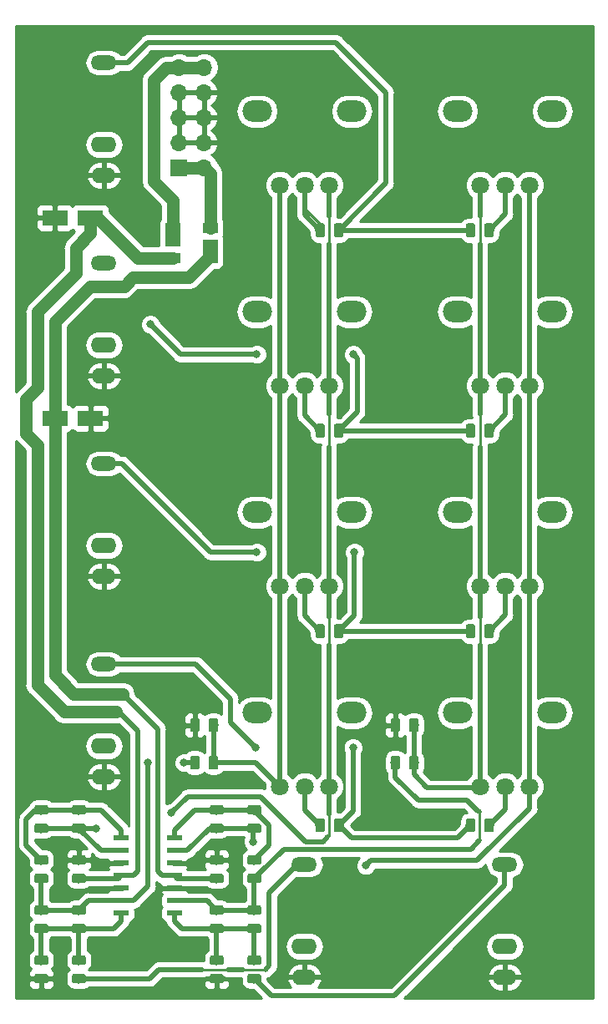
<source format=gbr>
G04 #@! TF.GenerationSoftware,KiCad,Pcbnew,(5.0.0)*
G04 #@! TF.CreationDate,2018-08-16T01:02:05+08:00*
G04 #@! TF.ProjectId,Mixer,4D697865722E6B696361645F70636200,rev?*
G04 #@! TF.SameCoordinates,Original*
G04 #@! TF.FileFunction,Copper,L2,Bot,Signal*
G04 #@! TF.FilePolarity,Positive*
%FSLAX46Y46*%
G04 Gerber Fmt 4.6, Leading zero omitted, Abs format (unit mm)*
G04 Created by KiCad (PCBNEW (5.0.0)) date 08/16/18 01:02:05*
%MOMM*%
%LPD*%
G01*
G04 APERTURE LIST*
G04 #@! TA.AperFunction,SMDPad,CuDef*
%ADD10R,2.600000X1.600000*%
G04 #@! TD*
G04 #@! TA.AperFunction,Conductor*
%ADD11C,0.100000*%
G04 #@! TD*
G04 #@! TA.AperFunction,SMDPad,CuDef*
%ADD12C,0.975000*%
G04 #@! TD*
G04 #@! TA.AperFunction,ComponentPad*
%ADD13R,1.700000X1.700000*%
G04 #@! TD*
G04 #@! TA.AperFunction,ComponentPad*
%ADD14O,1.700000X1.700000*%
G04 #@! TD*
G04 #@! TA.AperFunction,SMDPad,CuDef*
%ADD15R,1.500000X1.050000*%
G04 #@! TD*
G04 #@! TA.AperFunction,SMDPad,CuDef*
%ADD16R,1.500000X2.400000*%
G04 #@! TD*
G04 #@! TA.AperFunction,WasherPad*
%ADD17O,3.000000X2.200000*%
G04 #@! TD*
G04 #@! TA.AperFunction,ComponentPad*
%ADD18C,1.800000*%
G04 #@! TD*
G04 #@! TA.AperFunction,ComponentPad*
%ADD19O,2.600000X1.500000*%
G04 #@! TD*
G04 #@! TA.AperFunction,ComponentPad*
%ADD20O,2.400000X1.600000*%
G04 #@! TD*
G04 #@! TA.AperFunction,ComponentPad*
%ADD21O,2.600000X1.600000*%
G04 #@! TD*
G04 #@! TA.AperFunction,SMDPad,CuDef*
%ADD22R,1.500000X0.600000*%
G04 #@! TD*
G04 #@! TA.AperFunction,ViaPad*
%ADD23C,0.800000*%
G04 #@! TD*
G04 #@! TA.AperFunction,Conductor*
%ADD24C,0.508000*%
G04 #@! TD*
G04 #@! TA.AperFunction,Conductor*
%ADD25C,0.254000*%
G04 #@! TD*
G04 #@! TA.AperFunction,Conductor*
%ADD26C,1.270000*%
G04 #@! TD*
G04 APERTURE END LIST*
D10*
G04 #@! TO.P,C8,2*
G04 #@! TO.N,-12VA*
X97177000Y-71755000D03*
G04 #@! TO.P,C8,1*
G04 #@! TO.N,GND*
X93577000Y-71755000D03*
G04 #@! TD*
G04 #@! TO.P,C6,1*
G04 #@! TO.N,+12VA*
X93577000Y-92075000D03*
G04 #@! TO.P,C6,2*
G04 #@! TO.N,GND*
X97177000Y-92075000D03*
G04 #@! TD*
D11*
G04 #@! TO.N,-12VA*
G04 #@! TO.C,C7*
G36*
X96492142Y-138246174D02*
X96515803Y-138249684D01*
X96539007Y-138255496D01*
X96561529Y-138263554D01*
X96583153Y-138273782D01*
X96603670Y-138286079D01*
X96622883Y-138300329D01*
X96640607Y-138316393D01*
X96656671Y-138334117D01*
X96670921Y-138353330D01*
X96683218Y-138373847D01*
X96693446Y-138395471D01*
X96701504Y-138417993D01*
X96707316Y-138441197D01*
X96710826Y-138464858D01*
X96712000Y-138488750D01*
X96712000Y-138976250D01*
X96710826Y-139000142D01*
X96707316Y-139023803D01*
X96701504Y-139047007D01*
X96693446Y-139069529D01*
X96683218Y-139091153D01*
X96670921Y-139111670D01*
X96656671Y-139130883D01*
X96640607Y-139148607D01*
X96622883Y-139164671D01*
X96603670Y-139178921D01*
X96583153Y-139191218D01*
X96561529Y-139201446D01*
X96539007Y-139209504D01*
X96515803Y-139215316D01*
X96492142Y-139218826D01*
X96468250Y-139220000D01*
X95555750Y-139220000D01*
X95531858Y-139218826D01*
X95508197Y-139215316D01*
X95484993Y-139209504D01*
X95462471Y-139201446D01*
X95440847Y-139191218D01*
X95420330Y-139178921D01*
X95401117Y-139164671D01*
X95383393Y-139148607D01*
X95367329Y-139130883D01*
X95353079Y-139111670D01*
X95340782Y-139091153D01*
X95330554Y-139069529D01*
X95322496Y-139047007D01*
X95316684Y-139023803D01*
X95313174Y-139000142D01*
X95312000Y-138976250D01*
X95312000Y-138488750D01*
X95313174Y-138464858D01*
X95316684Y-138441197D01*
X95322496Y-138417993D01*
X95330554Y-138395471D01*
X95340782Y-138373847D01*
X95353079Y-138353330D01*
X95367329Y-138334117D01*
X95383393Y-138316393D01*
X95401117Y-138300329D01*
X95420330Y-138286079D01*
X95440847Y-138273782D01*
X95462471Y-138263554D01*
X95484993Y-138255496D01*
X95508197Y-138249684D01*
X95531858Y-138246174D01*
X95555750Y-138245000D01*
X96468250Y-138245000D01*
X96492142Y-138246174D01*
X96492142Y-138246174D01*
G37*
D12*
G04 #@! TD*
G04 #@! TO.P,C7,2*
G04 #@! TO.N,-12VA*
X96012000Y-138732500D03*
D11*
G04 #@! TO.N,GND*
G04 #@! TO.C,C7*
G36*
X96492142Y-136371174D02*
X96515803Y-136374684D01*
X96539007Y-136380496D01*
X96561529Y-136388554D01*
X96583153Y-136398782D01*
X96603670Y-136411079D01*
X96622883Y-136425329D01*
X96640607Y-136441393D01*
X96656671Y-136459117D01*
X96670921Y-136478330D01*
X96683218Y-136498847D01*
X96693446Y-136520471D01*
X96701504Y-136542993D01*
X96707316Y-136566197D01*
X96710826Y-136589858D01*
X96712000Y-136613750D01*
X96712000Y-137101250D01*
X96710826Y-137125142D01*
X96707316Y-137148803D01*
X96701504Y-137172007D01*
X96693446Y-137194529D01*
X96683218Y-137216153D01*
X96670921Y-137236670D01*
X96656671Y-137255883D01*
X96640607Y-137273607D01*
X96622883Y-137289671D01*
X96603670Y-137303921D01*
X96583153Y-137316218D01*
X96561529Y-137326446D01*
X96539007Y-137334504D01*
X96515803Y-137340316D01*
X96492142Y-137343826D01*
X96468250Y-137345000D01*
X95555750Y-137345000D01*
X95531858Y-137343826D01*
X95508197Y-137340316D01*
X95484993Y-137334504D01*
X95462471Y-137326446D01*
X95440847Y-137316218D01*
X95420330Y-137303921D01*
X95401117Y-137289671D01*
X95383393Y-137273607D01*
X95367329Y-137255883D01*
X95353079Y-137236670D01*
X95340782Y-137216153D01*
X95330554Y-137194529D01*
X95322496Y-137172007D01*
X95316684Y-137148803D01*
X95313174Y-137125142D01*
X95312000Y-137101250D01*
X95312000Y-136613750D01*
X95313174Y-136589858D01*
X95316684Y-136566197D01*
X95322496Y-136542993D01*
X95330554Y-136520471D01*
X95340782Y-136498847D01*
X95353079Y-136478330D01*
X95367329Y-136459117D01*
X95383393Y-136441393D01*
X95401117Y-136425329D01*
X95420330Y-136411079D01*
X95440847Y-136398782D01*
X95462471Y-136388554D01*
X95484993Y-136380496D01*
X95508197Y-136374684D01*
X95531858Y-136371174D01*
X95555750Y-136370000D01*
X96468250Y-136370000D01*
X96492142Y-136371174D01*
X96492142Y-136371174D01*
G37*
D12*
G04 #@! TD*
G04 #@! TO.P,C7,1*
G04 #@! TO.N,GND*
X96012000Y-136857500D03*
D11*
G04 #@! TO.N,+12VA*
G04 #@! TO.C,C5*
G36*
X110462142Y-138246174D02*
X110485803Y-138249684D01*
X110509007Y-138255496D01*
X110531529Y-138263554D01*
X110553153Y-138273782D01*
X110573670Y-138286079D01*
X110592883Y-138300329D01*
X110610607Y-138316393D01*
X110626671Y-138334117D01*
X110640921Y-138353330D01*
X110653218Y-138373847D01*
X110663446Y-138395471D01*
X110671504Y-138417993D01*
X110677316Y-138441197D01*
X110680826Y-138464858D01*
X110682000Y-138488750D01*
X110682000Y-138976250D01*
X110680826Y-139000142D01*
X110677316Y-139023803D01*
X110671504Y-139047007D01*
X110663446Y-139069529D01*
X110653218Y-139091153D01*
X110640921Y-139111670D01*
X110626671Y-139130883D01*
X110610607Y-139148607D01*
X110592883Y-139164671D01*
X110573670Y-139178921D01*
X110553153Y-139191218D01*
X110531529Y-139201446D01*
X110509007Y-139209504D01*
X110485803Y-139215316D01*
X110462142Y-139218826D01*
X110438250Y-139220000D01*
X109525750Y-139220000D01*
X109501858Y-139218826D01*
X109478197Y-139215316D01*
X109454993Y-139209504D01*
X109432471Y-139201446D01*
X109410847Y-139191218D01*
X109390330Y-139178921D01*
X109371117Y-139164671D01*
X109353393Y-139148607D01*
X109337329Y-139130883D01*
X109323079Y-139111670D01*
X109310782Y-139091153D01*
X109300554Y-139069529D01*
X109292496Y-139047007D01*
X109286684Y-139023803D01*
X109283174Y-139000142D01*
X109282000Y-138976250D01*
X109282000Y-138488750D01*
X109283174Y-138464858D01*
X109286684Y-138441197D01*
X109292496Y-138417993D01*
X109300554Y-138395471D01*
X109310782Y-138373847D01*
X109323079Y-138353330D01*
X109337329Y-138334117D01*
X109353393Y-138316393D01*
X109371117Y-138300329D01*
X109390330Y-138286079D01*
X109410847Y-138273782D01*
X109432471Y-138263554D01*
X109454993Y-138255496D01*
X109478197Y-138249684D01*
X109501858Y-138246174D01*
X109525750Y-138245000D01*
X110438250Y-138245000D01*
X110462142Y-138246174D01*
X110462142Y-138246174D01*
G37*
D12*
G04 #@! TD*
G04 #@! TO.P,C5,1*
G04 #@! TO.N,+12VA*
X109982000Y-138732500D03*
D11*
G04 #@! TO.N,GND*
G04 #@! TO.C,C5*
G36*
X110462142Y-136371174D02*
X110485803Y-136374684D01*
X110509007Y-136380496D01*
X110531529Y-136388554D01*
X110553153Y-136398782D01*
X110573670Y-136411079D01*
X110592883Y-136425329D01*
X110610607Y-136441393D01*
X110626671Y-136459117D01*
X110640921Y-136478330D01*
X110653218Y-136498847D01*
X110663446Y-136520471D01*
X110671504Y-136542993D01*
X110677316Y-136566197D01*
X110680826Y-136589858D01*
X110682000Y-136613750D01*
X110682000Y-137101250D01*
X110680826Y-137125142D01*
X110677316Y-137148803D01*
X110671504Y-137172007D01*
X110663446Y-137194529D01*
X110653218Y-137216153D01*
X110640921Y-137236670D01*
X110626671Y-137255883D01*
X110610607Y-137273607D01*
X110592883Y-137289671D01*
X110573670Y-137303921D01*
X110553153Y-137316218D01*
X110531529Y-137326446D01*
X110509007Y-137334504D01*
X110485803Y-137340316D01*
X110462142Y-137343826D01*
X110438250Y-137345000D01*
X109525750Y-137345000D01*
X109501858Y-137343826D01*
X109478197Y-137340316D01*
X109454993Y-137334504D01*
X109432471Y-137326446D01*
X109410847Y-137316218D01*
X109390330Y-137303921D01*
X109371117Y-137289671D01*
X109353393Y-137273607D01*
X109337329Y-137255883D01*
X109323079Y-137236670D01*
X109310782Y-137216153D01*
X109300554Y-137194529D01*
X109292496Y-137172007D01*
X109286684Y-137148803D01*
X109283174Y-137125142D01*
X109282000Y-137101250D01*
X109282000Y-136613750D01*
X109283174Y-136589858D01*
X109286684Y-136566197D01*
X109292496Y-136542993D01*
X109300554Y-136520471D01*
X109310782Y-136498847D01*
X109323079Y-136478330D01*
X109337329Y-136459117D01*
X109353393Y-136441393D01*
X109371117Y-136425329D01*
X109390330Y-136411079D01*
X109410847Y-136398782D01*
X109432471Y-136388554D01*
X109454993Y-136380496D01*
X109478197Y-136374684D01*
X109501858Y-136371174D01*
X109525750Y-136370000D01*
X110438250Y-136370000D01*
X110462142Y-136371174D01*
X110462142Y-136371174D01*
G37*
D12*
G04 #@! TD*
G04 #@! TO.P,C5,2*
G04 #@! TO.N,GND*
X109982000Y-136857500D03*
D11*
G04 #@! TO.N,Net-(C4-Pad2)*
G04 #@! TO.C,C4*
G36*
X114272142Y-141451174D02*
X114295803Y-141454684D01*
X114319007Y-141460496D01*
X114341529Y-141468554D01*
X114363153Y-141478782D01*
X114383670Y-141491079D01*
X114402883Y-141505329D01*
X114420607Y-141521393D01*
X114436671Y-141539117D01*
X114450921Y-141558330D01*
X114463218Y-141578847D01*
X114473446Y-141600471D01*
X114481504Y-141622993D01*
X114487316Y-141646197D01*
X114490826Y-141669858D01*
X114492000Y-141693750D01*
X114492000Y-142181250D01*
X114490826Y-142205142D01*
X114487316Y-142228803D01*
X114481504Y-142252007D01*
X114473446Y-142274529D01*
X114463218Y-142296153D01*
X114450921Y-142316670D01*
X114436671Y-142335883D01*
X114420607Y-142353607D01*
X114402883Y-142369671D01*
X114383670Y-142383921D01*
X114363153Y-142396218D01*
X114341529Y-142406446D01*
X114319007Y-142414504D01*
X114295803Y-142420316D01*
X114272142Y-142423826D01*
X114248250Y-142425000D01*
X113335750Y-142425000D01*
X113311858Y-142423826D01*
X113288197Y-142420316D01*
X113264993Y-142414504D01*
X113242471Y-142406446D01*
X113220847Y-142396218D01*
X113200330Y-142383921D01*
X113181117Y-142369671D01*
X113163393Y-142353607D01*
X113147329Y-142335883D01*
X113133079Y-142316670D01*
X113120782Y-142296153D01*
X113110554Y-142274529D01*
X113102496Y-142252007D01*
X113096684Y-142228803D01*
X113093174Y-142205142D01*
X113092000Y-142181250D01*
X113092000Y-141693750D01*
X113093174Y-141669858D01*
X113096684Y-141646197D01*
X113102496Y-141622993D01*
X113110554Y-141600471D01*
X113120782Y-141578847D01*
X113133079Y-141558330D01*
X113147329Y-141539117D01*
X113163393Y-141521393D01*
X113181117Y-141505329D01*
X113200330Y-141491079D01*
X113220847Y-141478782D01*
X113242471Y-141468554D01*
X113264993Y-141460496D01*
X113288197Y-141454684D01*
X113311858Y-141451174D01*
X113335750Y-141450000D01*
X114248250Y-141450000D01*
X114272142Y-141451174D01*
X114272142Y-141451174D01*
G37*
D12*
G04 #@! TD*
G04 #@! TO.P,C4,2*
G04 #@! TO.N,Net-(C4-Pad2)*
X113792000Y-141937500D03*
D11*
G04 #@! TO.N,Net-(C4-Pad1)*
G04 #@! TO.C,C4*
G36*
X114272142Y-143326174D02*
X114295803Y-143329684D01*
X114319007Y-143335496D01*
X114341529Y-143343554D01*
X114363153Y-143353782D01*
X114383670Y-143366079D01*
X114402883Y-143380329D01*
X114420607Y-143396393D01*
X114436671Y-143414117D01*
X114450921Y-143433330D01*
X114463218Y-143453847D01*
X114473446Y-143475471D01*
X114481504Y-143497993D01*
X114487316Y-143521197D01*
X114490826Y-143544858D01*
X114492000Y-143568750D01*
X114492000Y-144056250D01*
X114490826Y-144080142D01*
X114487316Y-144103803D01*
X114481504Y-144127007D01*
X114473446Y-144149529D01*
X114463218Y-144171153D01*
X114450921Y-144191670D01*
X114436671Y-144210883D01*
X114420607Y-144228607D01*
X114402883Y-144244671D01*
X114383670Y-144258921D01*
X114363153Y-144271218D01*
X114341529Y-144281446D01*
X114319007Y-144289504D01*
X114295803Y-144295316D01*
X114272142Y-144298826D01*
X114248250Y-144300000D01*
X113335750Y-144300000D01*
X113311858Y-144298826D01*
X113288197Y-144295316D01*
X113264993Y-144289504D01*
X113242471Y-144281446D01*
X113220847Y-144271218D01*
X113200330Y-144258921D01*
X113181117Y-144244671D01*
X113163393Y-144228607D01*
X113147329Y-144210883D01*
X113133079Y-144191670D01*
X113120782Y-144171153D01*
X113110554Y-144149529D01*
X113102496Y-144127007D01*
X113096684Y-144103803D01*
X113093174Y-144080142D01*
X113092000Y-144056250D01*
X113092000Y-143568750D01*
X113093174Y-143544858D01*
X113096684Y-143521197D01*
X113102496Y-143497993D01*
X113110554Y-143475471D01*
X113120782Y-143453847D01*
X113133079Y-143433330D01*
X113147329Y-143414117D01*
X113163393Y-143396393D01*
X113181117Y-143380329D01*
X113200330Y-143366079D01*
X113220847Y-143353782D01*
X113242471Y-143343554D01*
X113264993Y-143335496D01*
X113288197Y-143329684D01*
X113311858Y-143326174D01*
X113335750Y-143325000D01*
X114248250Y-143325000D01*
X114272142Y-143326174D01*
X114272142Y-143326174D01*
G37*
D12*
G04 #@! TD*
G04 #@! TO.P,C4,1*
G04 #@! TO.N,Net-(C4-Pad1)*
X113792000Y-143812500D03*
D11*
G04 #@! TO.N,Net-(C3-Pad1)*
G04 #@! TO.C,C3*
G36*
X110462142Y-131291174D02*
X110485803Y-131294684D01*
X110509007Y-131300496D01*
X110531529Y-131308554D01*
X110553153Y-131318782D01*
X110573670Y-131331079D01*
X110592883Y-131345329D01*
X110610607Y-131361393D01*
X110626671Y-131379117D01*
X110640921Y-131398330D01*
X110653218Y-131418847D01*
X110663446Y-131440471D01*
X110671504Y-131462993D01*
X110677316Y-131486197D01*
X110680826Y-131509858D01*
X110682000Y-131533750D01*
X110682000Y-132021250D01*
X110680826Y-132045142D01*
X110677316Y-132068803D01*
X110671504Y-132092007D01*
X110663446Y-132114529D01*
X110653218Y-132136153D01*
X110640921Y-132156670D01*
X110626671Y-132175883D01*
X110610607Y-132193607D01*
X110592883Y-132209671D01*
X110573670Y-132223921D01*
X110553153Y-132236218D01*
X110531529Y-132246446D01*
X110509007Y-132254504D01*
X110485803Y-132260316D01*
X110462142Y-132263826D01*
X110438250Y-132265000D01*
X109525750Y-132265000D01*
X109501858Y-132263826D01*
X109478197Y-132260316D01*
X109454993Y-132254504D01*
X109432471Y-132246446D01*
X109410847Y-132236218D01*
X109390330Y-132223921D01*
X109371117Y-132209671D01*
X109353393Y-132193607D01*
X109337329Y-132175883D01*
X109323079Y-132156670D01*
X109310782Y-132136153D01*
X109300554Y-132114529D01*
X109292496Y-132092007D01*
X109286684Y-132068803D01*
X109283174Y-132045142D01*
X109282000Y-132021250D01*
X109282000Y-131533750D01*
X109283174Y-131509858D01*
X109286684Y-131486197D01*
X109292496Y-131462993D01*
X109300554Y-131440471D01*
X109310782Y-131418847D01*
X109323079Y-131398330D01*
X109337329Y-131379117D01*
X109353393Y-131361393D01*
X109371117Y-131345329D01*
X109390330Y-131331079D01*
X109410847Y-131318782D01*
X109432471Y-131308554D01*
X109454993Y-131300496D01*
X109478197Y-131294684D01*
X109501858Y-131291174D01*
X109525750Y-131290000D01*
X110438250Y-131290000D01*
X110462142Y-131291174D01*
X110462142Y-131291174D01*
G37*
D12*
G04 #@! TD*
G04 #@! TO.P,C3,1*
G04 #@! TO.N,Net-(C3-Pad1)*
X109982000Y-131777500D03*
D11*
G04 #@! TO.N,Net-(C3-Pad2)*
G04 #@! TO.C,C3*
G36*
X110462142Y-133166174D02*
X110485803Y-133169684D01*
X110509007Y-133175496D01*
X110531529Y-133183554D01*
X110553153Y-133193782D01*
X110573670Y-133206079D01*
X110592883Y-133220329D01*
X110610607Y-133236393D01*
X110626671Y-133254117D01*
X110640921Y-133273330D01*
X110653218Y-133293847D01*
X110663446Y-133315471D01*
X110671504Y-133337993D01*
X110677316Y-133361197D01*
X110680826Y-133384858D01*
X110682000Y-133408750D01*
X110682000Y-133896250D01*
X110680826Y-133920142D01*
X110677316Y-133943803D01*
X110671504Y-133967007D01*
X110663446Y-133989529D01*
X110653218Y-134011153D01*
X110640921Y-134031670D01*
X110626671Y-134050883D01*
X110610607Y-134068607D01*
X110592883Y-134084671D01*
X110573670Y-134098921D01*
X110553153Y-134111218D01*
X110531529Y-134121446D01*
X110509007Y-134129504D01*
X110485803Y-134135316D01*
X110462142Y-134138826D01*
X110438250Y-134140000D01*
X109525750Y-134140000D01*
X109501858Y-134138826D01*
X109478197Y-134135316D01*
X109454993Y-134129504D01*
X109432471Y-134121446D01*
X109410847Y-134111218D01*
X109390330Y-134098921D01*
X109371117Y-134084671D01*
X109353393Y-134068607D01*
X109337329Y-134050883D01*
X109323079Y-134031670D01*
X109310782Y-134011153D01*
X109300554Y-133989529D01*
X109292496Y-133967007D01*
X109286684Y-133943803D01*
X109283174Y-133920142D01*
X109282000Y-133896250D01*
X109282000Y-133408750D01*
X109283174Y-133384858D01*
X109286684Y-133361197D01*
X109292496Y-133337993D01*
X109300554Y-133315471D01*
X109310782Y-133293847D01*
X109323079Y-133273330D01*
X109337329Y-133254117D01*
X109353393Y-133236393D01*
X109371117Y-133220329D01*
X109390330Y-133206079D01*
X109410847Y-133193782D01*
X109432471Y-133183554D01*
X109454993Y-133175496D01*
X109478197Y-133169684D01*
X109501858Y-133166174D01*
X109525750Y-133165000D01*
X110438250Y-133165000D01*
X110462142Y-133166174D01*
X110462142Y-133166174D01*
G37*
D12*
G04 #@! TD*
G04 #@! TO.P,C3,2*
G04 #@! TO.N,Net-(C3-Pad2)*
X109982000Y-133652500D03*
D11*
G04 #@! TO.N,Net-(C2-Pad2)*
G04 #@! TO.C,C2*
G36*
X92682142Y-141451174D02*
X92705803Y-141454684D01*
X92729007Y-141460496D01*
X92751529Y-141468554D01*
X92773153Y-141478782D01*
X92793670Y-141491079D01*
X92812883Y-141505329D01*
X92830607Y-141521393D01*
X92846671Y-141539117D01*
X92860921Y-141558330D01*
X92873218Y-141578847D01*
X92883446Y-141600471D01*
X92891504Y-141622993D01*
X92897316Y-141646197D01*
X92900826Y-141669858D01*
X92902000Y-141693750D01*
X92902000Y-142181250D01*
X92900826Y-142205142D01*
X92897316Y-142228803D01*
X92891504Y-142252007D01*
X92883446Y-142274529D01*
X92873218Y-142296153D01*
X92860921Y-142316670D01*
X92846671Y-142335883D01*
X92830607Y-142353607D01*
X92812883Y-142369671D01*
X92793670Y-142383921D01*
X92773153Y-142396218D01*
X92751529Y-142406446D01*
X92729007Y-142414504D01*
X92705803Y-142420316D01*
X92682142Y-142423826D01*
X92658250Y-142425000D01*
X91745750Y-142425000D01*
X91721858Y-142423826D01*
X91698197Y-142420316D01*
X91674993Y-142414504D01*
X91652471Y-142406446D01*
X91630847Y-142396218D01*
X91610330Y-142383921D01*
X91591117Y-142369671D01*
X91573393Y-142353607D01*
X91557329Y-142335883D01*
X91543079Y-142316670D01*
X91530782Y-142296153D01*
X91520554Y-142274529D01*
X91512496Y-142252007D01*
X91506684Y-142228803D01*
X91503174Y-142205142D01*
X91502000Y-142181250D01*
X91502000Y-141693750D01*
X91503174Y-141669858D01*
X91506684Y-141646197D01*
X91512496Y-141622993D01*
X91520554Y-141600471D01*
X91530782Y-141578847D01*
X91543079Y-141558330D01*
X91557329Y-141539117D01*
X91573393Y-141521393D01*
X91591117Y-141505329D01*
X91610330Y-141491079D01*
X91630847Y-141478782D01*
X91652471Y-141468554D01*
X91674993Y-141460496D01*
X91698197Y-141454684D01*
X91721858Y-141451174D01*
X91745750Y-141450000D01*
X92658250Y-141450000D01*
X92682142Y-141451174D01*
X92682142Y-141451174D01*
G37*
D12*
G04 #@! TD*
G04 #@! TO.P,C2,2*
G04 #@! TO.N,Net-(C2-Pad2)*
X92202000Y-141937500D03*
D11*
G04 #@! TO.N,Net-(C2-Pad1)*
G04 #@! TO.C,C2*
G36*
X92682142Y-143326174D02*
X92705803Y-143329684D01*
X92729007Y-143335496D01*
X92751529Y-143343554D01*
X92773153Y-143353782D01*
X92793670Y-143366079D01*
X92812883Y-143380329D01*
X92830607Y-143396393D01*
X92846671Y-143414117D01*
X92860921Y-143433330D01*
X92873218Y-143453847D01*
X92883446Y-143475471D01*
X92891504Y-143497993D01*
X92897316Y-143521197D01*
X92900826Y-143544858D01*
X92902000Y-143568750D01*
X92902000Y-144056250D01*
X92900826Y-144080142D01*
X92897316Y-144103803D01*
X92891504Y-144127007D01*
X92883446Y-144149529D01*
X92873218Y-144171153D01*
X92860921Y-144191670D01*
X92846671Y-144210883D01*
X92830607Y-144228607D01*
X92812883Y-144244671D01*
X92793670Y-144258921D01*
X92773153Y-144271218D01*
X92751529Y-144281446D01*
X92729007Y-144289504D01*
X92705803Y-144295316D01*
X92682142Y-144298826D01*
X92658250Y-144300000D01*
X91745750Y-144300000D01*
X91721858Y-144298826D01*
X91698197Y-144295316D01*
X91674993Y-144289504D01*
X91652471Y-144281446D01*
X91630847Y-144271218D01*
X91610330Y-144258921D01*
X91591117Y-144244671D01*
X91573393Y-144228607D01*
X91557329Y-144210883D01*
X91543079Y-144191670D01*
X91530782Y-144171153D01*
X91520554Y-144149529D01*
X91512496Y-144127007D01*
X91506684Y-144103803D01*
X91503174Y-144080142D01*
X91502000Y-144056250D01*
X91502000Y-143568750D01*
X91503174Y-143544858D01*
X91506684Y-143521197D01*
X91512496Y-143497993D01*
X91520554Y-143475471D01*
X91530782Y-143453847D01*
X91543079Y-143433330D01*
X91557329Y-143414117D01*
X91573393Y-143396393D01*
X91591117Y-143380329D01*
X91610330Y-143366079D01*
X91630847Y-143353782D01*
X91652471Y-143343554D01*
X91674993Y-143335496D01*
X91698197Y-143329684D01*
X91721858Y-143326174D01*
X91745750Y-143325000D01*
X92658250Y-143325000D01*
X92682142Y-143326174D01*
X92682142Y-143326174D01*
G37*
D12*
G04 #@! TD*
G04 #@! TO.P,C2,1*
G04 #@! TO.N,Net-(C2-Pad1)*
X92202000Y-143812500D03*
D11*
G04 #@! TO.N,Net-(C1-Pad1)*
G04 #@! TO.C,C1*
G36*
X92682142Y-131291174D02*
X92705803Y-131294684D01*
X92729007Y-131300496D01*
X92751529Y-131308554D01*
X92773153Y-131318782D01*
X92793670Y-131331079D01*
X92812883Y-131345329D01*
X92830607Y-131361393D01*
X92846671Y-131379117D01*
X92860921Y-131398330D01*
X92873218Y-131418847D01*
X92883446Y-131440471D01*
X92891504Y-131462993D01*
X92897316Y-131486197D01*
X92900826Y-131509858D01*
X92902000Y-131533750D01*
X92902000Y-132021250D01*
X92900826Y-132045142D01*
X92897316Y-132068803D01*
X92891504Y-132092007D01*
X92883446Y-132114529D01*
X92873218Y-132136153D01*
X92860921Y-132156670D01*
X92846671Y-132175883D01*
X92830607Y-132193607D01*
X92812883Y-132209671D01*
X92793670Y-132223921D01*
X92773153Y-132236218D01*
X92751529Y-132246446D01*
X92729007Y-132254504D01*
X92705803Y-132260316D01*
X92682142Y-132263826D01*
X92658250Y-132265000D01*
X91745750Y-132265000D01*
X91721858Y-132263826D01*
X91698197Y-132260316D01*
X91674993Y-132254504D01*
X91652471Y-132246446D01*
X91630847Y-132236218D01*
X91610330Y-132223921D01*
X91591117Y-132209671D01*
X91573393Y-132193607D01*
X91557329Y-132175883D01*
X91543079Y-132156670D01*
X91530782Y-132136153D01*
X91520554Y-132114529D01*
X91512496Y-132092007D01*
X91506684Y-132068803D01*
X91503174Y-132045142D01*
X91502000Y-132021250D01*
X91502000Y-131533750D01*
X91503174Y-131509858D01*
X91506684Y-131486197D01*
X91512496Y-131462993D01*
X91520554Y-131440471D01*
X91530782Y-131418847D01*
X91543079Y-131398330D01*
X91557329Y-131379117D01*
X91573393Y-131361393D01*
X91591117Y-131345329D01*
X91610330Y-131331079D01*
X91630847Y-131318782D01*
X91652471Y-131308554D01*
X91674993Y-131300496D01*
X91698197Y-131294684D01*
X91721858Y-131291174D01*
X91745750Y-131290000D01*
X92658250Y-131290000D01*
X92682142Y-131291174D01*
X92682142Y-131291174D01*
G37*
D12*
G04 #@! TD*
G04 #@! TO.P,C1,1*
G04 #@! TO.N,Net-(C1-Pad1)*
X92202000Y-131777500D03*
D11*
G04 #@! TO.N,Net-(C1-Pad2)*
G04 #@! TO.C,C1*
G36*
X92682142Y-133166174D02*
X92705803Y-133169684D01*
X92729007Y-133175496D01*
X92751529Y-133183554D01*
X92773153Y-133193782D01*
X92793670Y-133206079D01*
X92812883Y-133220329D01*
X92830607Y-133236393D01*
X92846671Y-133254117D01*
X92860921Y-133273330D01*
X92873218Y-133293847D01*
X92883446Y-133315471D01*
X92891504Y-133337993D01*
X92897316Y-133361197D01*
X92900826Y-133384858D01*
X92902000Y-133408750D01*
X92902000Y-133896250D01*
X92900826Y-133920142D01*
X92897316Y-133943803D01*
X92891504Y-133967007D01*
X92883446Y-133989529D01*
X92873218Y-134011153D01*
X92860921Y-134031670D01*
X92846671Y-134050883D01*
X92830607Y-134068607D01*
X92812883Y-134084671D01*
X92793670Y-134098921D01*
X92773153Y-134111218D01*
X92751529Y-134121446D01*
X92729007Y-134129504D01*
X92705803Y-134135316D01*
X92682142Y-134138826D01*
X92658250Y-134140000D01*
X91745750Y-134140000D01*
X91721858Y-134138826D01*
X91698197Y-134135316D01*
X91674993Y-134129504D01*
X91652471Y-134121446D01*
X91630847Y-134111218D01*
X91610330Y-134098921D01*
X91591117Y-134084671D01*
X91573393Y-134068607D01*
X91557329Y-134050883D01*
X91543079Y-134031670D01*
X91530782Y-134011153D01*
X91520554Y-133989529D01*
X91512496Y-133967007D01*
X91506684Y-133943803D01*
X91503174Y-133920142D01*
X91502000Y-133896250D01*
X91502000Y-133408750D01*
X91503174Y-133384858D01*
X91506684Y-133361197D01*
X91512496Y-133337993D01*
X91520554Y-133315471D01*
X91530782Y-133293847D01*
X91543079Y-133273330D01*
X91557329Y-133254117D01*
X91573393Y-133236393D01*
X91591117Y-133220329D01*
X91610330Y-133206079D01*
X91630847Y-133193782D01*
X91652471Y-133183554D01*
X91674993Y-133175496D01*
X91698197Y-133169684D01*
X91721858Y-133166174D01*
X91745750Y-133165000D01*
X92658250Y-133165000D01*
X92682142Y-133166174D01*
X92682142Y-133166174D01*
G37*
D12*
G04 #@! TD*
G04 #@! TO.P,C1,2*
G04 #@! TO.N,Net-(C1-Pad2)*
X92202000Y-133652500D03*
D13*
G04 #@! TO.P,J7,1*
G04 #@! TO.N,Net-(D1-Pad2)*
X106172000Y-66675000D03*
D14*
G04 #@! TO.P,J7,2*
X108712000Y-66675000D03*
G04 #@! TO.P,J7,3*
G04 #@! TO.N,GND*
X106172000Y-64135000D03*
G04 #@! TO.P,J7,4*
X108712000Y-64135000D03*
G04 #@! TO.P,J7,5*
X106172000Y-61595000D03*
G04 #@! TO.P,J7,6*
X108712000Y-61595000D03*
G04 #@! TO.P,J7,7*
X106172000Y-59055000D03*
G04 #@! TO.P,J7,8*
X108712000Y-59055000D03*
G04 #@! TO.P,J7,9*
G04 #@! TO.N,Net-(D2-Pad1)*
X106172000Y-56515000D03*
G04 #@! TO.P,J7,10*
X108712000Y-56515000D03*
G04 #@! TD*
D15*
G04 #@! TO.P,D2,2*
G04 #@! TO.N,-12VA*
X105537000Y-75820000D03*
D16*
G04 #@! TO.P,D2,1*
G04 #@! TO.N,Net-(D2-Pad1)*
X105537000Y-73445000D03*
G04 #@! TD*
G04 #@! TO.P,D1,1*
G04 #@! TO.N,+12VA*
X109347000Y-75145000D03*
D15*
G04 #@! TO.P,D1,2*
G04 #@! TO.N,Net-(D1-Pad2)*
X109347000Y-72770000D03*
G04 #@! TD*
D17*
G04 #@! TO.P,RV8,*
G04 #@! TO.N,*
X123672000Y-121920000D03*
D18*
G04 #@! TO.P,RV8,3*
G04 #@! TO.N,Net-(R19-Pad2)*
X116372000Y-129420010D03*
G04 #@! TO.P,RV8,2*
G04 #@! TO.N,Net-(R12-Pad1)*
X118912000Y-129420010D03*
G04 #@! TO.P,RV8,1*
G04 #@! TO.N,Net-(C1-Pad2)*
X121372000Y-129420010D03*
D17*
G04 #@! TO.P,RV8,*
G04 #@! TO.N,*
X114072000Y-121920000D03*
G04 #@! TD*
G04 #@! TO.P,RV7,*
G04 #@! TO.N,*
X114072000Y-101600000D03*
D18*
G04 #@! TO.P,RV7,1*
G04 #@! TO.N,Net-(C1-Pad2)*
X121372000Y-109100010D03*
G04 #@! TO.P,RV7,2*
G04 #@! TO.N,Net-(R9-Pad1)*
X118912000Y-109100010D03*
G04 #@! TO.P,RV7,3*
G04 #@! TO.N,Net-(R19-Pad2)*
X116372000Y-109100010D03*
D17*
G04 #@! TO.P,RV7,*
G04 #@! TO.N,*
X123672000Y-101600000D03*
G04 #@! TD*
G04 #@! TO.P,RV6,*
G04 #@! TO.N,*
X123672000Y-81280000D03*
D18*
G04 #@! TO.P,RV6,3*
G04 #@! TO.N,Net-(R19-Pad2)*
X116372000Y-88780010D03*
G04 #@! TO.P,RV6,2*
G04 #@! TO.N,Net-(R3-Pad1)*
X118912000Y-88780010D03*
G04 #@! TO.P,RV6,1*
G04 #@! TO.N,Net-(C1-Pad2)*
X121372000Y-88780010D03*
D17*
G04 #@! TO.P,RV6,*
G04 #@! TO.N,*
X114072000Y-81280000D03*
G04 #@! TD*
G04 #@! TO.P,RV5,*
G04 #@! TO.N,*
X114072000Y-60960000D03*
D18*
G04 #@! TO.P,RV5,1*
G04 #@! TO.N,Net-(C1-Pad2)*
X121372000Y-68460010D03*
G04 #@! TO.P,RV5,2*
G04 #@! TO.N,Net-(R1-Pad1)*
X118912000Y-68460010D03*
G04 #@! TO.P,RV5,3*
G04 #@! TO.N,Net-(R19-Pad2)*
X116372000Y-68460010D03*
D17*
G04 #@! TO.P,RV5,*
G04 #@! TO.N,*
X123672000Y-60960000D03*
G04 #@! TD*
G04 #@! TO.P,RV4,*
G04 #@! TO.N,*
X143992000Y-121920000D03*
D18*
G04 #@! TO.P,RV4,3*
G04 #@! TO.N,Net-(R21-Pad2)*
X136692000Y-129420010D03*
G04 #@! TO.P,RV4,2*
G04 #@! TO.N,Net-(R15-Pad1)*
X139232000Y-129420010D03*
G04 #@! TO.P,RV4,1*
G04 #@! TO.N,Net-(C3-Pad2)*
X141692000Y-129420010D03*
D17*
G04 #@! TO.P,RV4,*
G04 #@! TO.N,*
X134392000Y-121920000D03*
G04 #@! TD*
G04 #@! TO.P,RV3,*
G04 #@! TO.N,*
X134392000Y-101600000D03*
D18*
G04 #@! TO.P,RV3,1*
G04 #@! TO.N,Net-(C3-Pad2)*
X141692000Y-109100010D03*
G04 #@! TO.P,RV3,2*
G04 #@! TO.N,Net-(R11-Pad1)*
X139232000Y-109100010D03*
G04 #@! TO.P,RV3,3*
G04 #@! TO.N,Net-(R21-Pad2)*
X136692000Y-109100010D03*
D17*
G04 #@! TO.P,RV3,*
G04 #@! TO.N,*
X143992000Y-101600000D03*
G04 #@! TD*
G04 #@! TO.P,RV1,*
G04 #@! TO.N,*
X143992000Y-60960000D03*
D18*
G04 #@! TO.P,RV1,3*
G04 #@! TO.N,Net-(R21-Pad2)*
X136692000Y-68460010D03*
G04 #@! TO.P,RV1,2*
G04 #@! TO.N,Net-(R2-Pad1)*
X139232000Y-68460010D03*
G04 #@! TO.P,RV1,1*
G04 #@! TO.N,Net-(C3-Pad2)*
X141692000Y-68460010D03*
D17*
G04 #@! TO.P,RV1,*
G04 #@! TO.N,*
X134392000Y-60960000D03*
G04 #@! TD*
G04 #@! TO.P,RV2,*
G04 #@! TO.N,*
X134392000Y-81280000D03*
D18*
G04 #@! TO.P,RV2,1*
G04 #@! TO.N,Net-(C3-Pad2)*
X141692000Y-88780010D03*
G04 #@! TO.P,RV2,2*
G04 #@! TO.N,Net-(R4-Pad1)*
X139232000Y-88780010D03*
G04 #@! TO.P,RV2,3*
G04 #@! TO.N,Net-(R21-Pad2)*
X136692000Y-88780010D03*
D17*
G04 #@! TO.P,RV2,*
G04 #@! TO.N,*
X143992000Y-81280000D03*
G04 #@! TD*
D19*
G04 #@! TO.P,J4,T*
G04 #@! TO.N,Net-(J4-PadT)*
X98552000Y-117000000D03*
D20*
G04 #@! TO.P,J4,S*
G04 #@! TO.N,GND*
X98552000Y-128400000D03*
D21*
G04 #@! TO.P,J4,TN*
G04 #@! TO.N,Net-(J4-PadTN)*
X98552000Y-125300000D03*
G04 #@! TD*
G04 #@! TO.P,J1,TN*
G04 #@! TO.N,Net-(J1-PadTN)*
X98552000Y-64340000D03*
D20*
G04 #@! TO.P,J1,S*
G04 #@! TO.N,GND*
X98552000Y-67440000D03*
D19*
G04 #@! TO.P,J1,T*
G04 #@! TO.N,Net-(J1-PadT)*
X98552000Y-56040000D03*
G04 #@! TD*
G04 #@! TO.P,J2,T*
G04 #@! TO.N,Net-(J2-PadT)*
X98552000Y-76360000D03*
D20*
G04 #@! TO.P,J2,S*
G04 #@! TO.N,GND*
X98552000Y-87760000D03*
D21*
G04 #@! TO.P,J2,TN*
G04 #@! TO.N,Net-(J2-PadTN)*
X98552000Y-84660000D03*
G04 #@! TD*
G04 #@! TO.P,J6,TN*
G04 #@! TO.N,Net-(J6-PadTN)*
X139192000Y-145620000D03*
D20*
G04 #@! TO.P,J6,S*
G04 #@! TO.N,GND*
X139192000Y-148720000D03*
D19*
G04 #@! TO.P,J6,T*
G04 #@! TO.N,Net-(J6-PadT)*
X139192000Y-137320000D03*
G04 #@! TD*
G04 #@! TO.P,J5,T*
G04 #@! TO.N,Net-(J5-PadT)*
X118872000Y-137320000D03*
D20*
G04 #@! TO.P,J5,S*
G04 #@! TO.N,GND*
X118872000Y-148720000D03*
D21*
G04 #@! TO.P,J5,TN*
G04 #@! TO.N,Net-(J5-PadTN)*
X118872000Y-145620000D03*
G04 #@! TD*
G04 #@! TO.P,J3,TN*
G04 #@! TO.N,Net-(J3-PadTN)*
X98552000Y-104980000D03*
D20*
G04 #@! TO.P,J3,S*
G04 #@! TO.N,GND*
X98552000Y-108080000D03*
D19*
G04 #@! TO.P,J3,T*
G04 #@! TO.N,Net-(J3-PadT)*
X98552000Y-96680000D03*
G04 #@! TD*
D22*
G04 #@! TO.P,U1,1*
G04 #@! TO.N,Net-(C3-Pad1)*
X105697000Y-134620000D03*
G04 #@! TO.P,U1,2*
G04 #@! TO.N,Net-(C3-Pad2)*
X105697000Y-135890000D03*
G04 #@! TO.P,U1,3*
G04 #@! TO.N,GND*
X105697000Y-137160000D03*
G04 #@! TO.P,U1,4*
G04 #@! TO.N,+12VA*
X105697000Y-138430000D03*
G04 #@! TO.P,U1,5*
G04 #@! TO.N,GND*
X105697000Y-139700000D03*
G04 #@! TO.P,U1,6*
G04 #@! TO.N,Net-(C4-Pad2)*
X105697000Y-140970000D03*
G04 #@! TO.P,U1,7*
G04 #@! TO.N,Net-(C4-Pad1)*
X105697000Y-142240000D03*
G04 #@! TO.P,U1,8*
G04 #@! TO.N,Net-(C2-Pad1)*
X100297000Y-142240000D03*
G04 #@! TO.P,U1,9*
G04 #@! TO.N,Net-(C2-Pad2)*
X100297000Y-140970000D03*
G04 #@! TO.P,U1,10*
G04 #@! TO.N,GND*
X100297000Y-139700000D03*
G04 #@! TO.P,U1,11*
G04 #@! TO.N,-12VA*
X100297000Y-138430000D03*
G04 #@! TO.P,U1,12*
G04 #@! TO.N,GND*
X100297000Y-137160000D03*
G04 #@! TO.P,U1,13*
G04 #@! TO.N,Net-(C1-Pad2)*
X100297000Y-135890000D03*
G04 #@! TO.P,U1,14*
G04 #@! TO.N,Net-(C1-Pad1)*
X100297000Y-134620000D03*
G04 #@! TD*
D11*
G04 #@! TO.N,GND*
G04 #@! TO.C,R22*
G36*
X128362142Y-122491174D02*
X128385803Y-122494684D01*
X128409007Y-122500496D01*
X128431529Y-122508554D01*
X128453153Y-122518782D01*
X128473670Y-122531079D01*
X128492883Y-122545329D01*
X128510607Y-122561393D01*
X128526671Y-122579117D01*
X128540921Y-122598330D01*
X128553218Y-122618847D01*
X128563446Y-122640471D01*
X128571504Y-122662993D01*
X128577316Y-122686197D01*
X128580826Y-122709858D01*
X128582000Y-122733750D01*
X128582000Y-123646250D01*
X128580826Y-123670142D01*
X128577316Y-123693803D01*
X128571504Y-123717007D01*
X128563446Y-123739529D01*
X128553218Y-123761153D01*
X128540921Y-123781670D01*
X128526671Y-123800883D01*
X128510607Y-123818607D01*
X128492883Y-123834671D01*
X128473670Y-123848921D01*
X128453153Y-123861218D01*
X128431529Y-123871446D01*
X128409007Y-123879504D01*
X128385803Y-123885316D01*
X128362142Y-123888826D01*
X128338250Y-123890000D01*
X127850750Y-123890000D01*
X127826858Y-123888826D01*
X127803197Y-123885316D01*
X127779993Y-123879504D01*
X127757471Y-123871446D01*
X127735847Y-123861218D01*
X127715330Y-123848921D01*
X127696117Y-123834671D01*
X127678393Y-123818607D01*
X127662329Y-123800883D01*
X127648079Y-123781670D01*
X127635782Y-123761153D01*
X127625554Y-123739529D01*
X127617496Y-123717007D01*
X127611684Y-123693803D01*
X127608174Y-123670142D01*
X127607000Y-123646250D01*
X127607000Y-122733750D01*
X127608174Y-122709858D01*
X127611684Y-122686197D01*
X127617496Y-122662993D01*
X127625554Y-122640471D01*
X127635782Y-122618847D01*
X127648079Y-122598330D01*
X127662329Y-122579117D01*
X127678393Y-122561393D01*
X127696117Y-122545329D01*
X127715330Y-122531079D01*
X127735847Y-122518782D01*
X127757471Y-122508554D01*
X127779993Y-122500496D01*
X127803197Y-122494684D01*
X127826858Y-122491174D01*
X127850750Y-122490000D01*
X128338250Y-122490000D01*
X128362142Y-122491174D01*
X128362142Y-122491174D01*
G37*
D12*
G04 #@! TD*
G04 #@! TO.P,R22,2*
G04 #@! TO.N,GND*
X128094500Y-123190000D03*
D11*
G04 #@! TO.N,Net-(R21-Pad2)*
G04 #@! TO.C,R22*
G36*
X130237142Y-122491174D02*
X130260803Y-122494684D01*
X130284007Y-122500496D01*
X130306529Y-122508554D01*
X130328153Y-122518782D01*
X130348670Y-122531079D01*
X130367883Y-122545329D01*
X130385607Y-122561393D01*
X130401671Y-122579117D01*
X130415921Y-122598330D01*
X130428218Y-122618847D01*
X130438446Y-122640471D01*
X130446504Y-122662993D01*
X130452316Y-122686197D01*
X130455826Y-122709858D01*
X130457000Y-122733750D01*
X130457000Y-123646250D01*
X130455826Y-123670142D01*
X130452316Y-123693803D01*
X130446504Y-123717007D01*
X130438446Y-123739529D01*
X130428218Y-123761153D01*
X130415921Y-123781670D01*
X130401671Y-123800883D01*
X130385607Y-123818607D01*
X130367883Y-123834671D01*
X130348670Y-123848921D01*
X130328153Y-123861218D01*
X130306529Y-123871446D01*
X130284007Y-123879504D01*
X130260803Y-123885316D01*
X130237142Y-123888826D01*
X130213250Y-123890000D01*
X129725750Y-123890000D01*
X129701858Y-123888826D01*
X129678197Y-123885316D01*
X129654993Y-123879504D01*
X129632471Y-123871446D01*
X129610847Y-123861218D01*
X129590330Y-123848921D01*
X129571117Y-123834671D01*
X129553393Y-123818607D01*
X129537329Y-123800883D01*
X129523079Y-123781670D01*
X129510782Y-123761153D01*
X129500554Y-123739529D01*
X129492496Y-123717007D01*
X129486684Y-123693803D01*
X129483174Y-123670142D01*
X129482000Y-123646250D01*
X129482000Y-122733750D01*
X129483174Y-122709858D01*
X129486684Y-122686197D01*
X129492496Y-122662993D01*
X129500554Y-122640471D01*
X129510782Y-122618847D01*
X129523079Y-122598330D01*
X129537329Y-122579117D01*
X129553393Y-122561393D01*
X129571117Y-122545329D01*
X129590330Y-122531079D01*
X129610847Y-122518782D01*
X129632471Y-122508554D01*
X129654993Y-122500496D01*
X129678197Y-122494684D01*
X129701858Y-122491174D01*
X129725750Y-122490000D01*
X130213250Y-122490000D01*
X130237142Y-122491174D01*
X130237142Y-122491174D01*
G37*
D12*
G04 #@! TD*
G04 #@! TO.P,R22,1*
G04 #@! TO.N,Net-(R21-Pad2)*
X129969500Y-123190000D03*
D11*
G04 #@! TO.N,Net-(C4-Pad2)*
G04 #@! TO.C,R21*
G36*
X128362142Y-126301174D02*
X128385803Y-126304684D01*
X128409007Y-126310496D01*
X128431529Y-126318554D01*
X128453153Y-126328782D01*
X128473670Y-126341079D01*
X128492883Y-126355329D01*
X128510607Y-126371393D01*
X128526671Y-126389117D01*
X128540921Y-126408330D01*
X128553218Y-126428847D01*
X128563446Y-126450471D01*
X128571504Y-126472993D01*
X128577316Y-126496197D01*
X128580826Y-126519858D01*
X128582000Y-126543750D01*
X128582000Y-127456250D01*
X128580826Y-127480142D01*
X128577316Y-127503803D01*
X128571504Y-127527007D01*
X128563446Y-127549529D01*
X128553218Y-127571153D01*
X128540921Y-127591670D01*
X128526671Y-127610883D01*
X128510607Y-127628607D01*
X128492883Y-127644671D01*
X128473670Y-127658921D01*
X128453153Y-127671218D01*
X128431529Y-127681446D01*
X128409007Y-127689504D01*
X128385803Y-127695316D01*
X128362142Y-127698826D01*
X128338250Y-127700000D01*
X127850750Y-127700000D01*
X127826858Y-127698826D01*
X127803197Y-127695316D01*
X127779993Y-127689504D01*
X127757471Y-127681446D01*
X127735847Y-127671218D01*
X127715330Y-127658921D01*
X127696117Y-127644671D01*
X127678393Y-127628607D01*
X127662329Y-127610883D01*
X127648079Y-127591670D01*
X127635782Y-127571153D01*
X127625554Y-127549529D01*
X127617496Y-127527007D01*
X127611684Y-127503803D01*
X127608174Y-127480142D01*
X127607000Y-127456250D01*
X127607000Y-126543750D01*
X127608174Y-126519858D01*
X127611684Y-126496197D01*
X127617496Y-126472993D01*
X127625554Y-126450471D01*
X127635782Y-126428847D01*
X127648079Y-126408330D01*
X127662329Y-126389117D01*
X127678393Y-126371393D01*
X127696117Y-126355329D01*
X127715330Y-126341079D01*
X127735847Y-126328782D01*
X127757471Y-126318554D01*
X127779993Y-126310496D01*
X127803197Y-126304684D01*
X127826858Y-126301174D01*
X127850750Y-126300000D01*
X128338250Y-126300000D01*
X128362142Y-126301174D01*
X128362142Y-126301174D01*
G37*
D12*
G04 #@! TD*
G04 #@! TO.P,R21,1*
G04 #@! TO.N,Net-(C4-Pad2)*
X128094500Y-127000000D03*
D11*
G04 #@! TO.N,Net-(R21-Pad2)*
G04 #@! TO.C,R21*
G36*
X130237142Y-126301174D02*
X130260803Y-126304684D01*
X130284007Y-126310496D01*
X130306529Y-126318554D01*
X130328153Y-126328782D01*
X130348670Y-126341079D01*
X130367883Y-126355329D01*
X130385607Y-126371393D01*
X130401671Y-126389117D01*
X130415921Y-126408330D01*
X130428218Y-126428847D01*
X130438446Y-126450471D01*
X130446504Y-126472993D01*
X130452316Y-126496197D01*
X130455826Y-126519858D01*
X130457000Y-126543750D01*
X130457000Y-127456250D01*
X130455826Y-127480142D01*
X130452316Y-127503803D01*
X130446504Y-127527007D01*
X130438446Y-127549529D01*
X130428218Y-127571153D01*
X130415921Y-127591670D01*
X130401671Y-127610883D01*
X130385607Y-127628607D01*
X130367883Y-127644671D01*
X130348670Y-127658921D01*
X130328153Y-127671218D01*
X130306529Y-127681446D01*
X130284007Y-127689504D01*
X130260803Y-127695316D01*
X130237142Y-127698826D01*
X130213250Y-127700000D01*
X129725750Y-127700000D01*
X129701858Y-127698826D01*
X129678197Y-127695316D01*
X129654993Y-127689504D01*
X129632471Y-127681446D01*
X129610847Y-127671218D01*
X129590330Y-127658921D01*
X129571117Y-127644671D01*
X129553393Y-127628607D01*
X129537329Y-127610883D01*
X129523079Y-127591670D01*
X129510782Y-127571153D01*
X129500554Y-127549529D01*
X129492496Y-127527007D01*
X129486684Y-127503803D01*
X129483174Y-127480142D01*
X129482000Y-127456250D01*
X129482000Y-126543750D01*
X129483174Y-126519858D01*
X129486684Y-126496197D01*
X129492496Y-126472993D01*
X129500554Y-126450471D01*
X129510782Y-126428847D01*
X129523079Y-126408330D01*
X129537329Y-126389117D01*
X129553393Y-126371393D01*
X129571117Y-126355329D01*
X129590330Y-126341079D01*
X129610847Y-126328782D01*
X129632471Y-126318554D01*
X129654993Y-126310496D01*
X129678197Y-126304684D01*
X129701858Y-126301174D01*
X129725750Y-126300000D01*
X130213250Y-126300000D01*
X130237142Y-126301174D01*
X130237142Y-126301174D01*
G37*
D12*
G04 #@! TD*
G04 #@! TO.P,R21,2*
G04 #@! TO.N,Net-(R21-Pad2)*
X129969500Y-127000000D03*
D11*
G04 #@! TO.N,GND*
G04 #@! TO.C,R20*
G36*
X108042142Y-122491174D02*
X108065803Y-122494684D01*
X108089007Y-122500496D01*
X108111529Y-122508554D01*
X108133153Y-122518782D01*
X108153670Y-122531079D01*
X108172883Y-122545329D01*
X108190607Y-122561393D01*
X108206671Y-122579117D01*
X108220921Y-122598330D01*
X108233218Y-122618847D01*
X108243446Y-122640471D01*
X108251504Y-122662993D01*
X108257316Y-122686197D01*
X108260826Y-122709858D01*
X108262000Y-122733750D01*
X108262000Y-123646250D01*
X108260826Y-123670142D01*
X108257316Y-123693803D01*
X108251504Y-123717007D01*
X108243446Y-123739529D01*
X108233218Y-123761153D01*
X108220921Y-123781670D01*
X108206671Y-123800883D01*
X108190607Y-123818607D01*
X108172883Y-123834671D01*
X108153670Y-123848921D01*
X108133153Y-123861218D01*
X108111529Y-123871446D01*
X108089007Y-123879504D01*
X108065803Y-123885316D01*
X108042142Y-123888826D01*
X108018250Y-123890000D01*
X107530750Y-123890000D01*
X107506858Y-123888826D01*
X107483197Y-123885316D01*
X107459993Y-123879504D01*
X107437471Y-123871446D01*
X107415847Y-123861218D01*
X107395330Y-123848921D01*
X107376117Y-123834671D01*
X107358393Y-123818607D01*
X107342329Y-123800883D01*
X107328079Y-123781670D01*
X107315782Y-123761153D01*
X107305554Y-123739529D01*
X107297496Y-123717007D01*
X107291684Y-123693803D01*
X107288174Y-123670142D01*
X107287000Y-123646250D01*
X107287000Y-122733750D01*
X107288174Y-122709858D01*
X107291684Y-122686197D01*
X107297496Y-122662993D01*
X107305554Y-122640471D01*
X107315782Y-122618847D01*
X107328079Y-122598330D01*
X107342329Y-122579117D01*
X107358393Y-122561393D01*
X107376117Y-122545329D01*
X107395330Y-122531079D01*
X107415847Y-122518782D01*
X107437471Y-122508554D01*
X107459993Y-122500496D01*
X107483197Y-122494684D01*
X107506858Y-122491174D01*
X107530750Y-122490000D01*
X108018250Y-122490000D01*
X108042142Y-122491174D01*
X108042142Y-122491174D01*
G37*
D12*
G04 #@! TD*
G04 #@! TO.P,R20,2*
G04 #@! TO.N,GND*
X107774500Y-123190000D03*
D11*
G04 #@! TO.N,Net-(R19-Pad2)*
G04 #@! TO.C,R20*
G36*
X109917142Y-122491174D02*
X109940803Y-122494684D01*
X109964007Y-122500496D01*
X109986529Y-122508554D01*
X110008153Y-122518782D01*
X110028670Y-122531079D01*
X110047883Y-122545329D01*
X110065607Y-122561393D01*
X110081671Y-122579117D01*
X110095921Y-122598330D01*
X110108218Y-122618847D01*
X110118446Y-122640471D01*
X110126504Y-122662993D01*
X110132316Y-122686197D01*
X110135826Y-122709858D01*
X110137000Y-122733750D01*
X110137000Y-123646250D01*
X110135826Y-123670142D01*
X110132316Y-123693803D01*
X110126504Y-123717007D01*
X110118446Y-123739529D01*
X110108218Y-123761153D01*
X110095921Y-123781670D01*
X110081671Y-123800883D01*
X110065607Y-123818607D01*
X110047883Y-123834671D01*
X110028670Y-123848921D01*
X110008153Y-123861218D01*
X109986529Y-123871446D01*
X109964007Y-123879504D01*
X109940803Y-123885316D01*
X109917142Y-123888826D01*
X109893250Y-123890000D01*
X109405750Y-123890000D01*
X109381858Y-123888826D01*
X109358197Y-123885316D01*
X109334993Y-123879504D01*
X109312471Y-123871446D01*
X109290847Y-123861218D01*
X109270330Y-123848921D01*
X109251117Y-123834671D01*
X109233393Y-123818607D01*
X109217329Y-123800883D01*
X109203079Y-123781670D01*
X109190782Y-123761153D01*
X109180554Y-123739529D01*
X109172496Y-123717007D01*
X109166684Y-123693803D01*
X109163174Y-123670142D01*
X109162000Y-123646250D01*
X109162000Y-122733750D01*
X109163174Y-122709858D01*
X109166684Y-122686197D01*
X109172496Y-122662993D01*
X109180554Y-122640471D01*
X109190782Y-122618847D01*
X109203079Y-122598330D01*
X109217329Y-122579117D01*
X109233393Y-122561393D01*
X109251117Y-122545329D01*
X109270330Y-122531079D01*
X109290847Y-122518782D01*
X109312471Y-122508554D01*
X109334993Y-122500496D01*
X109358197Y-122494684D01*
X109381858Y-122491174D01*
X109405750Y-122490000D01*
X109893250Y-122490000D01*
X109917142Y-122491174D01*
X109917142Y-122491174D01*
G37*
D12*
G04 #@! TD*
G04 #@! TO.P,R20,1*
G04 #@! TO.N,Net-(R19-Pad2)*
X109649500Y-123190000D03*
D11*
G04 #@! TO.N,Net-(C2-Pad2)*
G04 #@! TO.C,R19*
G36*
X108042142Y-126301174D02*
X108065803Y-126304684D01*
X108089007Y-126310496D01*
X108111529Y-126318554D01*
X108133153Y-126328782D01*
X108153670Y-126341079D01*
X108172883Y-126355329D01*
X108190607Y-126371393D01*
X108206671Y-126389117D01*
X108220921Y-126408330D01*
X108233218Y-126428847D01*
X108243446Y-126450471D01*
X108251504Y-126472993D01*
X108257316Y-126496197D01*
X108260826Y-126519858D01*
X108262000Y-126543750D01*
X108262000Y-127456250D01*
X108260826Y-127480142D01*
X108257316Y-127503803D01*
X108251504Y-127527007D01*
X108243446Y-127549529D01*
X108233218Y-127571153D01*
X108220921Y-127591670D01*
X108206671Y-127610883D01*
X108190607Y-127628607D01*
X108172883Y-127644671D01*
X108153670Y-127658921D01*
X108133153Y-127671218D01*
X108111529Y-127681446D01*
X108089007Y-127689504D01*
X108065803Y-127695316D01*
X108042142Y-127698826D01*
X108018250Y-127700000D01*
X107530750Y-127700000D01*
X107506858Y-127698826D01*
X107483197Y-127695316D01*
X107459993Y-127689504D01*
X107437471Y-127681446D01*
X107415847Y-127671218D01*
X107395330Y-127658921D01*
X107376117Y-127644671D01*
X107358393Y-127628607D01*
X107342329Y-127610883D01*
X107328079Y-127591670D01*
X107315782Y-127571153D01*
X107305554Y-127549529D01*
X107297496Y-127527007D01*
X107291684Y-127503803D01*
X107288174Y-127480142D01*
X107287000Y-127456250D01*
X107287000Y-126543750D01*
X107288174Y-126519858D01*
X107291684Y-126496197D01*
X107297496Y-126472993D01*
X107305554Y-126450471D01*
X107315782Y-126428847D01*
X107328079Y-126408330D01*
X107342329Y-126389117D01*
X107358393Y-126371393D01*
X107376117Y-126355329D01*
X107395330Y-126341079D01*
X107415847Y-126328782D01*
X107437471Y-126318554D01*
X107459993Y-126310496D01*
X107483197Y-126304684D01*
X107506858Y-126301174D01*
X107530750Y-126300000D01*
X108018250Y-126300000D01*
X108042142Y-126301174D01*
X108042142Y-126301174D01*
G37*
D12*
G04 #@! TD*
G04 #@! TO.P,R19,1*
G04 #@! TO.N,Net-(C2-Pad2)*
X107774500Y-127000000D03*
D11*
G04 #@! TO.N,Net-(R19-Pad2)*
G04 #@! TO.C,R19*
G36*
X109917142Y-126301174D02*
X109940803Y-126304684D01*
X109964007Y-126310496D01*
X109986529Y-126318554D01*
X110008153Y-126328782D01*
X110028670Y-126341079D01*
X110047883Y-126355329D01*
X110065607Y-126371393D01*
X110081671Y-126389117D01*
X110095921Y-126408330D01*
X110108218Y-126428847D01*
X110118446Y-126450471D01*
X110126504Y-126472993D01*
X110132316Y-126496197D01*
X110135826Y-126519858D01*
X110137000Y-126543750D01*
X110137000Y-127456250D01*
X110135826Y-127480142D01*
X110132316Y-127503803D01*
X110126504Y-127527007D01*
X110118446Y-127549529D01*
X110108218Y-127571153D01*
X110095921Y-127591670D01*
X110081671Y-127610883D01*
X110065607Y-127628607D01*
X110047883Y-127644671D01*
X110028670Y-127658921D01*
X110008153Y-127671218D01*
X109986529Y-127681446D01*
X109964007Y-127689504D01*
X109940803Y-127695316D01*
X109917142Y-127698826D01*
X109893250Y-127700000D01*
X109405750Y-127700000D01*
X109381858Y-127698826D01*
X109358197Y-127695316D01*
X109334993Y-127689504D01*
X109312471Y-127681446D01*
X109290847Y-127671218D01*
X109270330Y-127658921D01*
X109251117Y-127644671D01*
X109233393Y-127628607D01*
X109217329Y-127610883D01*
X109203079Y-127591670D01*
X109190782Y-127571153D01*
X109180554Y-127549529D01*
X109172496Y-127527007D01*
X109166684Y-127503803D01*
X109163174Y-127480142D01*
X109162000Y-127456250D01*
X109162000Y-126543750D01*
X109163174Y-126519858D01*
X109166684Y-126496197D01*
X109172496Y-126472993D01*
X109180554Y-126450471D01*
X109190782Y-126428847D01*
X109203079Y-126408330D01*
X109217329Y-126389117D01*
X109233393Y-126371393D01*
X109251117Y-126355329D01*
X109270330Y-126341079D01*
X109290847Y-126328782D01*
X109312471Y-126318554D01*
X109334993Y-126310496D01*
X109358197Y-126304684D01*
X109381858Y-126301174D01*
X109405750Y-126300000D01*
X109893250Y-126300000D01*
X109917142Y-126301174D01*
X109917142Y-126301174D01*
G37*
D12*
G04 #@! TD*
G04 #@! TO.P,R19,2*
G04 #@! TO.N,Net-(R19-Pad2)*
X109649500Y-127000000D03*
D11*
G04 #@! TO.N,GND*
G04 #@! TO.C,R18*
G36*
X110462142Y-148406174D02*
X110485803Y-148409684D01*
X110509007Y-148415496D01*
X110531529Y-148423554D01*
X110553153Y-148433782D01*
X110573670Y-148446079D01*
X110592883Y-148460329D01*
X110610607Y-148476393D01*
X110626671Y-148494117D01*
X110640921Y-148513330D01*
X110653218Y-148533847D01*
X110663446Y-148555471D01*
X110671504Y-148577993D01*
X110677316Y-148601197D01*
X110680826Y-148624858D01*
X110682000Y-148648750D01*
X110682000Y-149136250D01*
X110680826Y-149160142D01*
X110677316Y-149183803D01*
X110671504Y-149207007D01*
X110663446Y-149229529D01*
X110653218Y-149251153D01*
X110640921Y-149271670D01*
X110626671Y-149290883D01*
X110610607Y-149308607D01*
X110592883Y-149324671D01*
X110573670Y-149338921D01*
X110553153Y-149351218D01*
X110531529Y-149361446D01*
X110509007Y-149369504D01*
X110485803Y-149375316D01*
X110462142Y-149378826D01*
X110438250Y-149380000D01*
X109525750Y-149380000D01*
X109501858Y-149378826D01*
X109478197Y-149375316D01*
X109454993Y-149369504D01*
X109432471Y-149361446D01*
X109410847Y-149351218D01*
X109390330Y-149338921D01*
X109371117Y-149324671D01*
X109353393Y-149308607D01*
X109337329Y-149290883D01*
X109323079Y-149271670D01*
X109310782Y-149251153D01*
X109300554Y-149229529D01*
X109292496Y-149207007D01*
X109286684Y-149183803D01*
X109283174Y-149160142D01*
X109282000Y-149136250D01*
X109282000Y-148648750D01*
X109283174Y-148624858D01*
X109286684Y-148601197D01*
X109292496Y-148577993D01*
X109300554Y-148555471D01*
X109310782Y-148533847D01*
X109323079Y-148513330D01*
X109337329Y-148494117D01*
X109353393Y-148476393D01*
X109371117Y-148460329D01*
X109390330Y-148446079D01*
X109410847Y-148433782D01*
X109432471Y-148423554D01*
X109454993Y-148415496D01*
X109478197Y-148409684D01*
X109501858Y-148406174D01*
X109525750Y-148405000D01*
X110438250Y-148405000D01*
X110462142Y-148406174D01*
X110462142Y-148406174D01*
G37*
D12*
G04 #@! TD*
G04 #@! TO.P,R18,2*
G04 #@! TO.N,GND*
X109982000Y-148892500D03*
D11*
G04 #@! TO.N,Net-(C4-Pad1)*
G04 #@! TO.C,R18*
G36*
X110462142Y-146531174D02*
X110485803Y-146534684D01*
X110509007Y-146540496D01*
X110531529Y-146548554D01*
X110553153Y-146558782D01*
X110573670Y-146571079D01*
X110592883Y-146585329D01*
X110610607Y-146601393D01*
X110626671Y-146619117D01*
X110640921Y-146638330D01*
X110653218Y-146658847D01*
X110663446Y-146680471D01*
X110671504Y-146702993D01*
X110677316Y-146726197D01*
X110680826Y-146749858D01*
X110682000Y-146773750D01*
X110682000Y-147261250D01*
X110680826Y-147285142D01*
X110677316Y-147308803D01*
X110671504Y-147332007D01*
X110663446Y-147354529D01*
X110653218Y-147376153D01*
X110640921Y-147396670D01*
X110626671Y-147415883D01*
X110610607Y-147433607D01*
X110592883Y-147449671D01*
X110573670Y-147463921D01*
X110553153Y-147476218D01*
X110531529Y-147486446D01*
X110509007Y-147494504D01*
X110485803Y-147500316D01*
X110462142Y-147503826D01*
X110438250Y-147505000D01*
X109525750Y-147505000D01*
X109501858Y-147503826D01*
X109478197Y-147500316D01*
X109454993Y-147494504D01*
X109432471Y-147486446D01*
X109410847Y-147476218D01*
X109390330Y-147463921D01*
X109371117Y-147449671D01*
X109353393Y-147433607D01*
X109337329Y-147415883D01*
X109323079Y-147396670D01*
X109310782Y-147376153D01*
X109300554Y-147354529D01*
X109292496Y-147332007D01*
X109286684Y-147308803D01*
X109283174Y-147285142D01*
X109282000Y-147261250D01*
X109282000Y-146773750D01*
X109283174Y-146749858D01*
X109286684Y-146726197D01*
X109292496Y-146702993D01*
X109300554Y-146680471D01*
X109310782Y-146658847D01*
X109323079Y-146638330D01*
X109337329Y-146619117D01*
X109353393Y-146601393D01*
X109371117Y-146585329D01*
X109390330Y-146571079D01*
X109410847Y-146558782D01*
X109432471Y-146548554D01*
X109454993Y-146540496D01*
X109478197Y-146534684D01*
X109501858Y-146531174D01*
X109525750Y-146530000D01*
X110438250Y-146530000D01*
X110462142Y-146531174D01*
X110462142Y-146531174D01*
G37*
D12*
G04 #@! TD*
G04 #@! TO.P,R18,1*
G04 #@! TO.N,Net-(C4-Pad1)*
X109982000Y-147017500D03*
D11*
G04 #@! TO.N,Net-(J6-PadT)*
G04 #@! TO.C,R17*
G36*
X114272142Y-148406174D02*
X114295803Y-148409684D01*
X114319007Y-148415496D01*
X114341529Y-148423554D01*
X114363153Y-148433782D01*
X114383670Y-148446079D01*
X114402883Y-148460329D01*
X114420607Y-148476393D01*
X114436671Y-148494117D01*
X114450921Y-148513330D01*
X114463218Y-148533847D01*
X114473446Y-148555471D01*
X114481504Y-148577993D01*
X114487316Y-148601197D01*
X114490826Y-148624858D01*
X114492000Y-148648750D01*
X114492000Y-149136250D01*
X114490826Y-149160142D01*
X114487316Y-149183803D01*
X114481504Y-149207007D01*
X114473446Y-149229529D01*
X114463218Y-149251153D01*
X114450921Y-149271670D01*
X114436671Y-149290883D01*
X114420607Y-149308607D01*
X114402883Y-149324671D01*
X114383670Y-149338921D01*
X114363153Y-149351218D01*
X114341529Y-149361446D01*
X114319007Y-149369504D01*
X114295803Y-149375316D01*
X114272142Y-149378826D01*
X114248250Y-149380000D01*
X113335750Y-149380000D01*
X113311858Y-149378826D01*
X113288197Y-149375316D01*
X113264993Y-149369504D01*
X113242471Y-149361446D01*
X113220847Y-149351218D01*
X113200330Y-149338921D01*
X113181117Y-149324671D01*
X113163393Y-149308607D01*
X113147329Y-149290883D01*
X113133079Y-149271670D01*
X113120782Y-149251153D01*
X113110554Y-149229529D01*
X113102496Y-149207007D01*
X113096684Y-149183803D01*
X113093174Y-149160142D01*
X113092000Y-149136250D01*
X113092000Y-148648750D01*
X113093174Y-148624858D01*
X113096684Y-148601197D01*
X113102496Y-148577993D01*
X113110554Y-148555471D01*
X113120782Y-148533847D01*
X113133079Y-148513330D01*
X113147329Y-148494117D01*
X113163393Y-148476393D01*
X113181117Y-148460329D01*
X113200330Y-148446079D01*
X113220847Y-148433782D01*
X113242471Y-148423554D01*
X113264993Y-148415496D01*
X113288197Y-148409684D01*
X113311858Y-148406174D01*
X113335750Y-148405000D01*
X114248250Y-148405000D01*
X114272142Y-148406174D01*
X114272142Y-148406174D01*
G37*
D12*
G04 #@! TD*
G04 #@! TO.P,R17,1*
G04 #@! TO.N,Net-(J6-PadT)*
X113792000Y-148892500D03*
D11*
G04 #@! TO.N,Net-(C4-Pad1)*
G04 #@! TO.C,R17*
G36*
X114272142Y-146531174D02*
X114295803Y-146534684D01*
X114319007Y-146540496D01*
X114341529Y-146548554D01*
X114363153Y-146558782D01*
X114383670Y-146571079D01*
X114402883Y-146585329D01*
X114420607Y-146601393D01*
X114436671Y-146619117D01*
X114450921Y-146638330D01*
X114463218Y-146658847D01*
X114473446Y-146680471D01*
X114481504Y-146702993D01*
X114487316Y-146726197D01*
X114490826Y-146749858D01*
X114492000Y-146773750D01*
X114492000Y-147261250D01*
X114490826Y-147285142D01*
X114487316Y-147308803D01*
X114481504Y-147332007D01*
X114473446Y-147354529D01*
X114463218Y-147376153D01*
X114450921Y-147396670D01*
X114436671Y-147415883D01*
X114420607Y-147433607D01*
X114402883Y-147449671D01*
X114383670Y-147463921D01*
X114363153Y-147476218D01*
X114341529Y-147486446D01*
X114319007Y-147494504D01*
X114295803Y-147500316D01*
X114272142Y-147503826D01*
X114248250Y-147505000D01*
X113335750Y-147505000D01*
X113311858Y-147503826D01*
X113288197Y-147500316D01*
X113264993Y-147494504D01*
X113242471Y-147486446D01*
X113220847Y-147476218D01*
X113200330Y-147463921D01*
X113181117Y-147449671D01*
X113163393Y-147433607D01*
X113147329Y-147415883D01*
X113133079Y-147396670D01*
X113120782Y-147376153D01*
X113110554Y-147354529D01*
X113102496Y-147332007D01*
X113096684Y-147308803D01*
X113093174Y-147285142D01*
X113092000Y-147261250D01*
X113092000Y-146773750D01*
X113093174Y-146749858D01*
X113096684Y-146726197D01*
X113102496Y-146702993D01*
X113110554Y-146680471D01*
X113120782Y-146658847D01*
X113133079Y-146638330D01*
X113147329Y-146619117D01*
X113163393Y-146601393D01*
X113181117Y-146585329D01*
X113200330Y-146571079D01*
X113220847Y-146558782D01*
X113242471Y-146548554D01*
X113264993Y-146540496D01*
X113288197Y-146534684D01*
X113311858Y-146531174D01*
X113335750Y-146530000D01*
X114248250Y-146530000D01*
X114272142Y-146531174D01*
X114272142Y-146531174D01*
G37*
D12*
G04 #@! TD*
G04 #@! TO.P,R17,2*
G04 #@! TO.N,Net-(C4-Pad1)*
X113792000Y-147017500D03*
D11*
G04 #@! TO.N,Net-(C3-Pad1)*
G04 #@! TO.C,R16*
G36*
X114272142Y-136371174D02*
X114295803Y-136374684D01*
X114319007Y-136380496D01*
X114341529Y-136388554D01*
X114363153Y-136398782D01*
X114383670Y-136411079D01*
X114402883Y-136425329D01*
X114420607Y-136441393D01*
X114436671Y-136459117D01*
X114450921Y-136478330D01*
X114463218Y-136498847D01*
X114473446Y-136520471D01*
X114481504Y-136542993D01*
X114487316Y-136566197D01*
X114490826Y-136589858D01*
X114492000Y-136613750D01*
X114492000Y-137101250D01*
X114490826Y-137125142D01*
X114487316Y-137148803D01*
X114481504Y-137172007D01*
X114473446Y-137194529D01*
X114463218Y-137216153D01*
X114450921Y-137236670D01*
X114436671Y-137255883D01*
X114420607Y-137273607D01*
X114402883Y-137289671D01*
X114383670Y-137303921D01*
X114363153Y-137316218D01*
X114341529Y-137326446D01*
X114319007Y-137334504D01*
X114295803Y-137340316D01*
X114272142Y-137343826D01*
X114248250Y-137345000D01*
X113335750Y-137345000D01*
X113311858Y-137343826D01*
X113288197Y-137340316D01*
X113264993Y-137334504D01*
X113242471Y-137326446D01*
X113220847Y-137316218D01*
X113200330Y-137303921D01*
X113181117Y-137289671D01*
X113163393Y-137273607D01*
X113147329Y-137255883D01*
X113133079Y-137236670D01*
X113120782Y-137216153D01*
X113110554Y-137194529D01*
X113102496Y-137172007D01*
X113096684Y-137148803D01*
X113093174Y-137125142D01*
X113092000Y-137101250D01*
X113092000Y-136613750D01*
X113093174Y-136589858D01*
X113096684Y-136566197D01*
X113102496Y-136542993D01*
X113110554Y-136520471D01*
X113120782Y-136498847D01*
X113133079Y-136478330D01*
X113147329Y-136459117D01*
X113163393Y-136441393D01*
X113181117Y-136425329D01*
X113200330Y-136411079D01*
X113220847Y-136398782D01*
X113242471Y-136388554D01*
X113264993Y-136380496D01*
X113288197Y-136374684D01*
X113311858Y-136371174D01*
X113335750Y-136370000D01*
X114248250Y-136370000D01*
X114272142Y-136371174D01*
X114272142Y-136371174D01*
G37*
D12*
G04 #@! TD*
G04 #@! TO.P,R16,2*
G04 #@! TO.N,Net-(C3-Pad1)*
X113792000Y-136857500D03*
D11*
G04 #@! TO.N,Net-(C4-Pad2)*
G04 #@! TO.C,R16*
G36*
X114272142Y-138246174D02*
X114295803Y-138249684D01*
X114319007Y-138255496D01*
X114341529Y-138263554D01*
X114363153Y-138273782D01*
X114383670Y-138286079D01*
X114402883Y-138300329D01*
X114420607Y-138316393D01*
X114436671Y-138334117D01*
X114450921Y-138353330D01*
X114463218Y-138373847D01*
X114473446Y-138395471D01*
X114481504Y-138417993D01*
X114487316Y-138441197D01*
X114490826Y-138464858D01*
X114492000Y-138488750D01*
X114492000Y-138976250D01*
X114490826Y-139000142D01*
X114487316Y-139023803D01*
X114481504Y-139047007D01*
X114473446Y-139069529D01*
X114463218Y-139091153D01*
X114450921Y-139111670D01*
X114436671Y-139130883D01*
X114420607Y-139148607D01*
X114402883Y-139164671D01*
X114383670Y-139178921D01*
X114363153Y-139191218D01*
X114341529Y-139201446D01*
X114319007Y-139209504D01*
X114295803Y-139215316D01*
X114272142Y-139218826D01*
X114248250Y-139220000D01*
X113335750Y-139220000D01*
X113311858Y-139218826D01*
X113288197Y-139215316D01*
X113264993Y-139209504D01*
X113242471Y-139201446D01*
X113220847Y-139191218D01*
X113200330Y-139178921D01*
X113181117Y-139164671D01*
X113163393Y-139148607D01*
X113147329Y-139130883D01*
X113133079Y-139111670D01*
X113120782Y-139091153D01*
X113110554Y-139069529D01*
X113102496Y-139047007D01*
X113096684Y-139023803D01*
X113093174Y-139000142D01*
X113092000Y-138976250D01*
X113092000Y-138488750D01*
X113093174Y-138464858D01*
X113096684Y-138441197D01*
X113102496Y-138417993D01*
X113110554Y-138395471D01*
X113120782Y-138373847D01*
X113133079Y-138353330D01*
X113147329Y-138334117D01*
X113163393Y-138316393D01*
X113181117Y-138300329D01*
X113200330Y-138286079D01*
X113220847Y-138273782D01*
X113242471Y-138263554D01*
X113264993Y-138255496D01*
X113288197Y-138249684D01*
X113311858Y-138246174D01*
X113335750Y-138245000D01*
X114248250Y-138245000D01*
X114272142Y-138246174D01*
X114272142Y-138246174D01*
G37*
D12*
G04 #@! TD*
G04 #@! TO.P,R16,1*
G04 #@! TO.N,Net-(C4-Pad2)*
X113792000Y-138732500D03*
D11*
G04 #@! TO.N,Net-(R15-Pad1)*
G04 #@! TO.C,R15*
G36*
X137857142Y-132651174D02*
X137880803Y-132654684D01*
X137904007Y-132660496D01*
X137926529Y-132668554D01*
X137948153Y-132678782D01*
X137968670Y-132691079D01*
X137987883Y-132705329D01*
X138005607Y-132721393D01*
X138021671Y-132739117D01*
X138035921Y-132758330D01*
X138048218Y-132778847D01*
X138058446Y-132800471D01*
X138066504Y-132822993D01*
X138072316Y-132846197D01*
X138075826Y-132869858D01*
X138077000Y-132893750D01*
X138077000Y-133806250D01*
X138075826Y-133830142D01*
X138072316Y-133853803D01*
X138066504Y-133877007D01*
X138058446Y-133899529D01*
X138048218Y-133921153D01*
X138035921Y-133941670D01*
X138021671Y-133960883D01*
X138005607Y-133978607D01*
X137987883Y-133994671D01*
X137968670Y-134008921D01*
X137948153Y-134021218D01*
X137926529Y-134031446D01*
X137904007Y-134039504D01*
X137880803Y-134045316D01*
X137857142Y-134048826D01*
X137833250Y-134050000D01*
X137345750Y-134050000D01*
X137321858Y-134048826D01*
X137298197Y-134045316D01*
X137274993Y-134039504D01*
X137252471Y-134031446D01*
X137230847Y-134021218D01*
X137210330Y-134008921D01*
X137191117Y-133994671D01*
X137173393Y-133978607D01*
X137157329Y-133960883D01*
X137143079Y-133941670D01*
X137130782Y-133921153D01*
X137120554Y-133899529D01*
X137112496Y-133877007D01*
X137106684Y-133853803D01*
X137103174Y-133830142D01*
X137102000Y-133806250D01*
X137102000Y-132893750D01*
X137103174Y-132869858D01*
X137106684Y-132846197D01*
X137112496Y-132822993D01*
X137120554Y-132800471D01*
X137130782Y-132778847D01*
X137143079Y-132758330D01*
X137157329Y-132739117D01*
X137173393Y-132721393D01*
X137191117Y-132705329D01*
X137210330Y-132691079D01*
X137230847Y-132678782D01*
X137252471Y-132668554D01*
X137274993Y-132660496D01*
X137298197Y-132654684D01*
X137321858Y-132651174D01*
X137345750Y-132650000D01*
X137833250Y-132650000D01*
X137857142Y-132651174D01*
X137857142Y-132651174D01*
G37*
D12*
G04 #@! TD*
G04 #@! TO.P,R15,1*
G04 #@! TO.N,Net-(R15-Pad1)*
X137589500Y-133350000D03*
D11*
G04 #@! TO.N,Net-(J4-PadT)*
G04 #@! TO.C,R15*
G36*
X135982142Y-132651174D02*
X136005803Y-132654684D01*
X136029007Y-132660496D01*
X136051529Y-132668554D01*
X136073153Y-132678782D01*
X136093670Y-132691079D01*
X136112883Y-132705329D01*
X136130607Y-132721393D01*
X136146671Y-132739117D01*
X136160921Y-132758330D01*
X136173218Y-132778847D01*
X136183446Y-132800471D01*
X136191504Y-132822993D01*
X136197316Y-132846197D01*
X136200826Y-132869858D01*
X136202000Y-132893750D01*
X136202000Y-133806250D01*
X136200826Y-133830142D01*
X136197316Y-133853803D01*
X136191504Y-133877007D01*
X136183446Y-133899529D01*
X136173218Y-133921153D01*
X136160921Y-133941670D01*
X136146671Y-133960883D01*
X136130607Y-133978607D01*
X136112883Y-133994671D01*
X136093670Y-134008921D01*
X136073153Y-134021218D01*
X136051529Y-134031446D01*
X136029007Y-134039504D01*
X136005803Y-134045316D01*
X135982142Y-134048826D01*
X135958250Y-134050000D01*
X135470750Y-134050000D01*
X135446858Y-134048826D01*
X135423197Y-134045316D01*
X135399993Y-134039504D01*
X135377471Y-134031446D01*
X135355847Y-134021218D01*
X135335330Y-134008921D01*
X135316117Y-133994671D01*
X135298393Y-133978607D01*
X135282329Y-133960883D01*
X135268079Y-133941670D01*
X135255782Y-133921153D01*
X135245554Y-133899529D01*
X135237496Y-133877007D01*
X135231684Y-133853803D01*
X135228174Y-133830142D01*
X135227000Y-133806250D01*
X135227000Y-132893750D01*
X135228174Y-132869858D01*
X135231684Y-132846197D01*
X135237496Y-132822993D01*
X135245554Y-132800471D01*
X135255782Y-132778847D01*
X135268079Y-132758330D01*
X135282329Y-132739117D01*
X135298393Y-132721393D01*
X135316117Y-132705329D01*
X135335330Y-132691079D01*
X135355847Y-132678782D01*
X135377471Y-132668554D01*
X135399993Y-132660496D01*
X135423197Y-132654684D01*
X135446858Y-132651174D01*
X135470750Y-132650000D01*
X135958250Y-132650000D01*
X135982142Y-132651174D01*
X135982142Y-132651174D01*
G37*
D12*
G04 #@! TD*
G04 #@! TO.P,R15,2*
G04 #@! TO.N,Net-(J4-PadT)*
X135714500Y-133350000D03*
D11*
G04 #@! TO.N,Net-(C4-Pad2)*
G04 #@! TO.C,R14*
G36*
X110462142Y-141451174D02*
X110485803Y-141454684D01*
X110509007Y-141460496D01*
X110531529Y-141468554D01*
X110553153Y-141478782D01*
X110573670Y-141491079D01*
X110592883Y-141505329D01*
X110610607Y-141521393D01*
X110626671Y-141539117D01*
X110640921Y-141558330D01*
X110653218Y-141578847D01*
X110663446Y-141600471D01*
X110671504Y-141622993D01*
X110677316Y-141646197D01*
X110680826Y-141669858D01*
X110682000Y-141693750D01*
X110682000Y-142181250D01*
X110680826Y-142205142D01*
X110677316Y-142228803D01*
X110671504Y-142252007D01*
X110663446Y-142274529D01*
X110653218Y-142296153D01*
X110640921Y-142316670D01*
X110626671Y-142335883D01*
X110610607Y-142353607D01*
X110592883Y-142369671D01*
X110573670Y-142383921D01*
X110553153Y-142396218D01*
X110531529Y-142406446D01*
X110509007Y-142414504D01*
X110485803Y-142420316D01*
X110462142Y-142423826D01*
X110438250Y-142425000D01*
X109525750Y-142425000D01*
X109501858Y-142423826D01*
X109478197Y-142420316D01*
X109454993Y-142414504D01*
X109432471Y-142406446D01*
X109410847Y-142396218D01*
X109390330Y-142383921D01*
X109371117Y-142369671D01*
X109353393Y-142353607D01*
X109337329Y-142335883D01*
X109323079Y-142316670D01*
X109310782Y-142296153D01*
X109300554Y-142274529D01*
X109292496Y-142252007D01*
X109286684Y-142228803D01*
X109283174Y-142205142D01*
X109282000Y-142181250D01*
X109282000Y-141693750D01*
X109283174Y-141669858D01*
X109286684Y-141646197D01*
X109292496Y-141622993D01*
X109300554Y-141600471D01*
X109310782Y-141578847D01*
X109323079Y-141558330D01*
X109337329Y-141539117D01*
X109353393Y-141521393D01*
X109371117Y-141505329D01*
X109390330Y-141491079D01*
X109410847Y-141478782D01*
X109432471Y-141468554D01*
X109454993Y-141460496D01*
X109478197Y-141454684D01*
X109501858Y-141451174D01*
X109525750Y-141450000D01*
X110438250Y-141450000D01*
X110462142Y-141451174D01*
X110462142Y-141451174D01*
G37*
D12*
G04 #@! TD*
G04 #@! TO.P,R14,2*
G04 #@! TO.N,Net-(C4-Pad2)*
X109982000Y-141937500D03*
D11*
G04 #@! TO.N,Net-(C4-Pad1)*
G04 #@! TO.C,R14*
G36*
X110462142Y-143326174D02*
X110485803Y-143329684D01*
X110509007Y-143335496D01*
X110531529Y-143343554D01*
X110553153Y-143353782D01*
X110573670Y-143366079D01*
X110592883Y-143380329D01*
X110610607Y-143396393D01*
X110626671Y-143414117D01*
X110640921Y-143433330D01*
X110653218Y-143453847D01*
X110663446Y-143475471D01*
X110671504Y-143497993D01*
X110677316Y-143521197D01*
X110680826Y-143544858D01*
X110682000Y-143568750D01*
X110682000Y-144056250D01*
X110680826Y-144080142D01*
X110677316Y-144103803D01*
X110671504Y-144127007D01*
X110663446Y-144149529D01*
X110653218Y-144171153D01*
X110640921Y-144191670D01*
X110626671Y-144210883D01*
X110610607Y-144228607D01*
X110592883Y-144244671D01*
X110573670Y-144258921D01*
X110553153Y-144271218D01*
X110531529Y-144281446D01*
X110509007Y-144289504D01*
X110485803Y-144295316D01*
X110462142Y-144298826D01*
X110438250Y-144300000D01*
X109525750Y-144300000D01*
X109501858Y-144298826D01*
X109478197Y-144295316D01*
X109454993Y-144289504D01*
X109432471Y-144281446D01*
X109410847Y-144271218D01*
X109390330Y-144258921D01*
X109371117Y-144244671D01*
X109353393Y-144228607D01*
X109337329Y-144210883D01*
X109323079Y-144191670D01*
X109310782Y-144171153D01*
X109300554Y-144149529D01*
X109292496Y-144127007D01*
X109286684Y-144103803D01*
X109283174Y-144080142D01*
X109282000Y-144056250D01*
X109282000Y-143568750D01*
X109283174Y-143544858D01*
X109286684Y-143521197D01*
X109292496Y-143497993D01*
X109300554Y-143475471D01*
X109310782Y-143453847D01*
X109323079Y-143433330D01*
X109337329Y-143414117D01*
X109353393Y-143396393D01*
X109371117Y-143380329D01*
X109390330Y-143366079D01*
X109410847Y-143353782D01*
X109432471Y-143343554D01*
X109454993Y-143335496D01*
X109478197Y-143329684D01*
X109501858Y-143326174D01*
X109525750Y-143325000D01*
X110438250Y-143325000D01*
X110462142Y-143326174D01*
X110462142Y-143326174D01*
G37*
D12*
G04 #@! TD*
G04 #@! TO.P,R14,1*
G04 #@! TO.N,Net-(C4-Pad1)*
X109982000Y-143812500D03*
D11*
G04 #@! TO.N,Net-(C3-Pad1)*
G04 #@! TO.C,R13*
G36*
X114272142Y-131291174D02*
X114295803Y-131294684D01*
X114319007Y-131300496D01*
X114341529Y-131308554D01*
X114363153Y-131318782D01*
X114383670Y-131331079D01*
X114402883Y-131345329D01*
X114420607Y-131361393D01*
X114436671Y-131379117D01*
X114450921Y-131398330D01*
X114463218Y-131418847D01*
X114473446Y-131440471D01*
X114481504Y-131462993D01*
X114487316Y-131486197D01*
X114490826Y-131509858D01*
X114492000Y-131533750D01*
X114492000Y-132021250D01*
X114490826Y-132045142D01*
X114487316Y-132068803D01*
X114481504Y-132092007D01*
X114473446Y-132114529D01*
X114463218Y-132136153D01*
X114450921Y-132156670D01*
X114436671Y-132175883D01*
X114420607Y-132193607D01*
X114402883Y-132209671D01*
X114383670Y-132223921D01*
X114363153Y-132236218D01*
X114341529Y-132246446D01*
X114319007Y-132254504D01*
X114295803Y-132260316D01*
X114272142Y-132263826D01*
X114248250Y-132265000D01*
X113335750Y-132265000D01*
X113311858Y-132263826D01*
X113288197Y-132260316D01*
X113264993Y-132254504D01*
X113242471Y-132246446D01*
X113220847Y-132236218D01*
X113200330Y-132223921D01*
X113181117Y-132209671D01*
X113163393Y-132193607D01*
X113147329Y-132175883D01*
X113133079Y-132156670D01*
X113120782Y-132136153D01*
X113110554Y-132114529D01*
X113102496Y-132092007D01*
X113096684Y-132068803D01*
X113093174Y-132045142D01*
X113092000Y-132021250D01*
X113092000Y-131533750D01*
X113093174Y-131509858D01*
X113096684Y-131486197D01*
X113102496Y-131462993D01*
X113110554Y-131440471D01*
X113120782Y-131418847D01*
X113133079Y-131398330D01*
X113147329Y-131379117D01*
X113163393Y-131361393D01*
X113181117Y-131345329D01*
X113200330Y-131331079D01*
X113220847Y-131318782D01*
X113242471Y-131308554D01*
X113264993Y-131300496D01*
X113288197Y-131294684D01*
X113311858Y-131291174D01*
X113335750Y-131290000D01*
X114248250Y-131290000D01*
X114272142Y-131291174D01*
X114272142Y-131291174D01*
G37*
D12*
G04 #@! TD*
G04 #@! TO.P,R13,1*
G04 #@! TO.N,Net-(C3-Pad1)*
X113792000Y-131777500D03*
D11*
G04 #@! TO.N,Net-(C3-Pad2)*
G04 #@! TO.C,R13*
G36*
X114272142Y-133166174D02*
X114295803Y-133169684D01*
X114319007Y-133175496D01*
X114341529Y-133183554D01*
X114363153Y-133193782D01*
X114383670Y-133206079D01*
X114402883Y-133220329D01*
X114420607Y-133236393D01*
X114436671Y-133254117D01*
X114450921Y-133273330D01*
X114463218Y-133293847D01*
X114473446Y-133315471D01*
X114481504Y-133337993D01*
X114487316Y-133361197D01*
X114490826Y-133384858D01*
X114492000Y-133408750D01*
X114492000Y-133896250D01*
X114490826Y-133920142D01*
X114487316Y-133943803D01*
X114481504Y-133967007D01*
X114473446Y-133989529D01*
X114463218Y-134011153D01*
X114450921Y-134031670D01*
X114436671Y-134050883D01*
X114420607Y-134068607D01*
X114402883Y-134084671D01*
X114383670Y-134098921D01*
X114363153Y-134111218D01*
X114341529Y-134121446D01*
X114319007Y-134129504D01*
X114295803Y-134135316D01*
X114272142Y-134138826D01*
X114248250Y-134140000D01*
X113335750Y-134140000D01*
X113311858Y-134138826D01*
X113288197Y-134135316D01*
X113264993Y-134129504D01*
X113242471Y-134121446D01*
X113220847Y-134111218D01*
X113200330Y-134098921D01*
X113181117Y-134084671D01*
X113163393Y-134068607D01*
X113147329Y-134050883D01*
X113133079Y-134031670D01*
X113120782Y-134011153D01*
X113110554Y-133989529D01*
X113102496Y-133967007D01*
X113096684Y-133943803D01*
X113093174Y-133920142D01*
X113092000Y-133896250D01*
X113092000Y-133408750D01*
X113093174Y-133384858D01*
X113096684Y-133361197D01*
X113102496Y-133337993D01*
X113110554Y-133315471D01*
X113120782Y-133293847D01*
X113133079Y-133273330D01*
X113147329Y-133254117D01*
X113163393Y-133236393D01*
X113181117Y-133220329D01*
X113200330Y-133206079D01*
X113220847Y-133193782D01*
X113242471Y-133183554D01*
X113264993Y-133175496D01*
X113288197Y-133169684D01*
X113311858Y-133166174D01*
X113335750Y-133165000D01*
X114248250Y-133165000D01*
X114272142Y-133166174D01*
X114272142Y-133166174D01*
G37*
D12*
G04 #@! TD*
G04 #@! TO.P,R13,2*
G04 #@! TO.N,Net-(C3-Pad2)*
X113792000Y-133652500D03*
D11*
G04 #@! TO.N,Net-(J3-PadT)*
G04 #@! TO.C,R11*
G36*
X135982142Y-112966174D02*
X136005803Y-112969684D01*
X136029007Y-112975496D01*
X136051529Y-112983554D01*
X136073153Y-112993782D01*
X136093670Y-113006079D01*
X136112883Y-113020329D01*
X136130607Y-113036393D01*
X136146671Y-113054117D01*
X136160921Y-113073330D01*
X136173218Y-113093847D01*
X136183446Y-113115471D01*
X136191504Y-113137993D01*
X136197316Y-113161197D01*
X136200826Y-113184858D01*
X136202000Y-113208750D01*
X136202000Y-114121250D01*
X136200826Y-114145142D01*
X136197316Y-114168803D01*
X136191504Y-114192007D01*
X136183446Y-114214529D01*
X136173218Y-114236153D01*
X136160921Y-114256670D01*
X136146671Y-114275883D01*
X136130607Y-114293607D01*
X136112883Y-114309671D01*
X136093670Y-114323921D01*
X136073153Y-114336218D01*
X136051529Y-114346446D01*
X136029007Y-114354504D01*
X136005803Y-114360316D01*
X135982142Y-114363826D01*
X135958250Y-114365000D01*
X135470750Y-114365000D01*
X135446858Y-114363826D01*
X135423197Y-114360316D01*
X135399993Y-114354504D01*
X135377471Y-114346446D01*
X135355847Y-114336218D01*
X135335330Y-114323921D01*
X135316117Y-114309671D01*
X135298393Y-114293607D01*
X135282329Y-114275883D01*
X135268079Y-114256670D01*
X135255782Y-114236153D01*
X135245554Y-114214529D01*
X135237496Y-114192007D01*
X135231684Y-114168803D01*
X135228174Y-114145142D01*
X135227000Y-114121250D01*
X135227000Y-113208750D01*
X135228174Y-113184858D01*
X135231684Y-113161197D01*
X135237496Y-113137993D01*
X135245554Y-113115471D01*
X135255782Y-113093847D01*
X135268079Y-113073330D01*
X135282329Y-113054117D01*
X135298393Y-113036393D01*
X135316117Y-113020329D01*
X135335330Y-113006079D01*
X135355847Y-112993782D01*
X135377471Y-112983554D01*
X135399993Y-112975496D01*
X135423197Y-112969684D01*
X135446858Y-112966174D01*
X135470750Y-112965000D01*
X135958250Y-112965000D01*
X135982142Y-112966174D01*
X135982142Y-112966174D01*
G37*
D12*
G04 #@! TD*
G04 #@! TO.P,R11,2*
G04 #@! TO.N,Net-(J3-PadT)*
X135714500Y-113665000D03*
D11*
G04 #@! TO.N,Net-(R11-Pad1)*
G04 #@! TO.C,R11*
G36*
X137857142Y-112966174D02*
X137880803Y-112969684D01*
X137904007Y-112975496D01*
X137926529Y-112983554D01*
X137948153Y-112993782D01*
X137968670Y-113006079D01*
X137987883Y-113020329D01*
X138005607Y-113036393D01*
X138021671Y-113054117D01*
X138035921Y-113073330D01*
X138048218Y-113093847D01*
X138058446Y-113115471D01*
X138066504Y-113137993D01*
X138072316Y-113161197D01*
X138075826Y-113184858D01*
X138077000Y-113208750D01*
X138077000Y-114121250D01*
X138075826Y-114145142D01*
X138072316Y-114168803D01*
X138066504Y-114192007D01*
X138058446Y-114214529D01*
X138048218Y-114236153D01*
X138035921Y-114256670D01*
X138021671Y-114275883D01*
X138005607Y-114293607D01*
X137987883Y-114309671D01*
X137968670Y-114323921D01*
X137948153Y-114336218D01*
X137926529Y-114346446D01*
X137904007Y-114354504D01*
X137880803Y-114360316D01*
X137857142Y-114363826D01*
X137833250Y-114365000D01*
X137345750Y-114365000D01*
X137321858Y-114363826D01*
X137298197Y-114360316D01*
X137274993Y-114354504D01*
X137252471Y-114346446D01*
X137230847Y-114336218D01*
X137210330Y-114323921D01*
X137191117Y-114309671D01*
X137173393Y-114293607D01*
X137157329Y-114275883D01*
X137143079Y-114256670D01*
X137130782Y-114236153D01*
X137120554Y-114214529D01*
X137112496Y-114192007D01*
X137106684Y-114168803D01*
X137103174Y-114145142D01*
X137102000Y-114121250D01*
X137102000Y-113208750D01*
X137103174Y-113184858D01*
X137106684Y-113161197D01*
X137112496Y-113137993D01*
X137120554Y-113115471D01*
X137130782Y-113093847D01*
X137143079Y-113073330D01*
X137157329Y-113054117D01*
X137173393Y-113036393D01*
X137191117Y-113020329D01*
X137210330Y-113006079D01*
X137230847Y-112993782D01*
X137252471Y-112983554D01*
X137274993Y-112975496D01*
X137298197Y-112969684D01*
X137321858Y-112966174D01*
X137345750Y-112965000D01*
X137833250Y-112965000D01*
X137857142Y-112966174D01*
X137857142Y-112966174D01*
G37*
D12*
G04 #@! TD*
G04 #@! TO.P,R11,1*
G04 #@! TO.N,Net-(R11-Pad1)*
X137589500Y-113665000D03*
D11*
G04 #@! TO.N,Net-(C2-Pad1)*
G04 #@! TO.C,R10*
G36*
X92682142Y-146531174D02*
X92705803Y-146534684D01*
X92729007Y-146540496D01*
X92751529Y-146548554D01*
X92773153Y-146558782D01*
X92793670Y-146571079D01*
X92812883Y-146585329D01*
X92830607Y-146601393D01*
X92846671Y-146619117D01*
X92860921Y-146638330D01*
X92873218Y-146658847D01*
X92883446Y-146680471D01*
X92891504Y-146702993D01*
X92897316Y-146726197D01*
X92900826Y-146749858D01*
X92902000Y-146773750D01*
X92902000Y-147261250D01*
X92900826Y-147285142D01*
X92897316Y-147308803D01*
X92891504Y-147332007D01*
X92883446Y-147354529D01*
X92873218Y-147376153D01*
X92860921Y-147396670D01*
X92846671Y-147415883D01*
X92830607Y-147433607D01*
X92812883Y-147449671D01*
X92793670Y-147463921D01*
X92773153Y-147476218D01*
X92751529Y-147486446D01*
X92729007Y-147494504D01*
X92705803Y-147500316D01*
X92682142Y-147503826D01*
X92658250Y-147505000D01*
X91745750Y-147505000D01*
X91721858Y-147503826D01*
X91698197Y-147500316D01*
X91674993Y-147494504D01*
X91652471Y-147486446D01*
X91630847Y-147476218D01*
X91610330Y-147463921D01*
X91591117Y-147449671D01*
X91573393Y-147433607D01*
X91557329Y-147415883D01*
X91543079Y-147396670D01*
X91530782Y-147376153D01*
X91520554Y-147354529D01*
X91512496Y-147332007D01*
X91506684Y-147308803D01*
X91503174Y-147285142D01*
X91502000Y-147261250D01*
X91502000Y-146773750D01*
X91503174Y-146749858D01*
X91506684Y-146726197D01*
X91512496Y-146702993D01*
X91520554Y-146680471D01*
X91530782Y-146658847D01*
X91543079Y-146638330D01*
X91557329Y-146619117D01*
X91573393Y-146601393D01*
X91591117Y-146585329D01*
X91610330Y-146571079D01*
X91630847Y-146558782D01*
X91652471Y-146548554D01*
X91674993Y-146540496D01*
X91698197Y-146534684D01*
X91721858Y-146531174D01*
X91745750Y-146530000D01*
X92658250Y-146530000D01*
X92682142Y-146531174D01*
X92682142Y-146531174D01*
G37*
D12*
G04 #@! TD*
G04 #@! TO.P,R10,1*
G04 #@! TO.N,Net-(C2-Pad1)*
X92202000Y-147017500D03*
D11*
G04 #@! TO.N,GND*
G04 #@! TO.C,R10*
G36*
X92682142Y-148406174D02*
X92705803Y-148409684D01*
X92729007Y-148415496D01*
X92751529Y-148423554D01*
X92773153Y-148433782D01*
X92793670Y-148446079D01*
X92812883Y-148460329D01*
X92830607Y-148476393D01*
X92846671Y-148494117D01*
X92860921Y-148513330D01*
X92873218Y-148533847D01*
X92883446Y-148555471D01*
X92891504Y-148577993D01*
X92897316Y-148601197D01*
X92900826Y-148624858D01*
X92902000Y-148648750D01*
X92902000Y-149136250D01*
X92900826Y-149160142D01*
X92897316Y-149183803D01*
X92891504Y-149207007D01*
X92883446Y-149229529D01*
X92873218Y-149251153D01*
X92860921Y-149271670D01*
X92846671Y-149290883D01*
X92830607Y-149308607D01*
X92812883Y-149324671D01*
X92793670Y-149338921D01*
X92773153Y-149351218D01*
X92751529Y-149361446D01*
X92729007Y-149369504D01*
X92705803Y-149375316D01*
X92682142Y-149378826D01*
X92658250Y-149380000D01*
X91745750Y-149380000D01*
X91721858Y-149378826D01*
X91698197Y-149375316D01*
X91674993Y-149369504D01*
X91652471Y-149361446D01*
X91630847Y-149351218D01*
X91610330Y-149338921D01*
X91591117Y-149324671D01*
X91573393Y-149308607D01*
X91557329Y-149290883D01*
X91543079Y-149271670D01*
X91530782Y-149251153D01*
X91520554Y-149229529D01*
X91512496Y-149207007D01*
X91506684Y-149183803D01*
X91503174Y-149160142D01*
X91502000Y-149136250D01*
X91502000Y-148648750D01*
X91503174Y-148624858D01*
X91506684Y-148601197D01*
X91512496Y-148577993D01*
X91520554Y-148555471D01*
X91530782Y-148533847D01*
X91543079Y-148513330D01*
X91557329Y-148494117D01*
X91573393Y-148476393D01*
X91591117Y-148460329D01*
X91610330Y-148446079D01*
X91630847Y-148433782D01*
X91652471Y-148423554D01*
X91674993Y-148415496D01*
X91698197Y-148409684D01*
X91721858Y-148406174D01*
X91745750Y-148405000D01*
X92658250Y-148405000D01*
X92682142Y-148406174D01*
X92682142Y-148406174D01*
G37*
D12*
G04 #@! TD*
G04 #@! TO.P,R10,2*
G04 #@! TO.N,GND*
X92202000Y-148892500D03*
D11*
G04 #@! TO.N,Net-(J3-PadT)*
G04 #@! TO.C,R9*
G36*
X122617142Y-112966174D02*
X122640803Y-112969684D01*
X122664007Y-112975496D01*
X122686529Y-112983554D01*
X122708153Y-112993782D01*
X122728670Y-113006079D01*
X122747883Y-113020329D01*
X122765607Y-113036393D01*
X122781671Y-113054117D01*
X122795921Y-113073330D01*
X122808218Y-113093847D01*
X122818446Y-113115471D01*
X122826504Y-113137993D01*
X122832316Y-113161197D01*
X122835826Y-113184858D01*
X122837000Y-113208750D01*
X122837000Y-114121250D01*
X122835826Y-114145142D01*
X122832316Y-114168803D01*
X122826504Y-114192007D01*
X122818446Y-114214529D01*
X122808218Y-114236153D01*
X122795921Y-114256670D01*
X122781671Y-114275883D01*
X122765607Y-114293607D01*
X122747883Y-114309671D01*
X122728670Y-114323921D01*
X122708153Y-114336218D01*
X122686529Y-114346446D01*
X122664007Y-114354504D01*
X122640803Y-114360316D01*
X122617142Y-114363826D01*
X122593250Y-114365000D01*
X122105750Y-114365000D01*
X122081858Y-114363826D01*
X122058197Y-114360316D01*
X122034993Y-114354504D01*
X122012471Y-114346446D01*
X121990847Y-114336218D01*
X121970330Y-114323921D01*
X121951117Y-114309671D01*
X121933393Y-114293607D01*
X121917329Y-114275883D01*
X121903079Y-114256670D01*
X121890782Y-114236153D01*
X121880554Y-114214529D01*
X121872496Y-114192007D01*
X121866684Y-114168803D01*
X121863174Y-114145142D01*
X121862000Y-114121250D01*
X121862000Y-113208750D01*
X121863174Y-113184858D01*
X121866684Y-113161197D01*
X121872496Y-113137993D01*
X121880554Y-113115471D01*
X121890782Y-113093847D01*
X121903079Y-113073330D01*
X121917329Y-113054117D01*
X121933393Y-113036393D01*
X121951117Y-113020329D01*
X121970330Y-113006079D01*
X121990847Y-112993782D01*
X122012471Y-112983554D01*
X122034993Y-112975496D01*
X122058197Y-112969684D01*
X122081858Y-112966174D01*
X122105750Y-112965000D01*
X122593250Y-112965000D01*
X122617142Y-112966174D01*
X122617142Y-112966174D01*
G37*
D12*
G04 #@! TD*
G04 #@! TO.P,R9,2*
G04 #@! TO.N,Net-(J3-PadT)*
X122349500Y-113665000D03*
D11*
G04 #@! TO.N,Net-(R9-Pad1)*
G04 #@! TO.C,R9*
G36*
X120742142Y-112966174D02*
X120765803Y-112969684D01*
X120789007Y-112975496D01*
X120811529Y-112983554D01*
X120833153Y-112993782D01*
X120853670Y-113006079D01*
X120872883Y-113020329D01*
X120890607Y-113036393D01*
X120906671Y-113054117D01*
X120920921Y-113073330D01*
X120933218Y-113093847D01*
X120943446Y-113115471D01*
X120951504Y-113137993D01*
X120957316Y-113161197D01*
X120960826Y-113184858D01*
X120962000Y-113208750D01*
X120962000Y-114121250D01*
X120960826Y-114145142D01*
X120957316Y-114168803D01*
X120951504Y-114192007D01*
X120943446Y-114214529D01*
X120933218Y-114236153D01*
X120920921Y-114256670D01*
X120906671Y-114275883D01*
X120890607Y-114293607D01*
X120872883Y-114309671D01*
X120853670Y-114323921D01*
X120833153Y-114336218D01*
X120811529Y-114346446D01*
X120789007Y-114354504D01*
X120765803Y-114360316D01*
X120742142Y-114363826D01*
X120718250Y-114365000D01*
X120230750Y-114365000D01*
X120206858Y-114363826D01*
X120183197Y-114360316D01*
X120159993Y-114354504D01*
X120137471Y-114346446D01*
X120115847Y-114336218D01*
X120095330Y-114323921D01*
X120076117Y-114309671D01*
X120058393Y-114293607D01*
X120042329Y-114275883D01*
X120028079Y-114256670D01*
X120015782Y-114236153D01*
X120005554Y-114214529D01*
X119997496Y-114192007D01*
X119991684Y-114168803D01*
X119988174Y-114145142D01*
X119987000Y-114121250D01*
X119987000Y-113208750D01*
X119988174Y-113184858D01*
X119991684Y-113161197D01*
X119997496Y-113137993D01*
X120005554Y-113115471D01*
X120015782Y-113093847D01*
X120028079Y-113073330D01*
X120042329Y-113054117D01*
X120058393Y-113036393D01*
X120076117Y-113020329D01*
X120095330Y-113006079D01*
X120115847Y-112993782D01*
X120137471Y-112983554D01*
X120159993Y-112975496D01*
X120183197Y-112969684D01*
X120206858Y-112966174D01*
X120230750Y-112965000D01*
X120718250Y-112965000D01*
X120742142Y-112966174D01*
X120742142Y-112966174D01*
G37*
D12*
G04 #@! TD*
G04 #@! TO.P,R9,1*
G04 #@! TO.N,Net-(R9-Pad1)*
X120474500Y-113665000D03*
D11*
G04 #@! TO.N,Net-(J5-PadT)*
G04 #@! TO.C,R8*
G36*
X96492142Y-148406174D02*
X96515803Y-148409684D01*
X96539007Y-148415496D01*
X96561529Y-148423554D01*
X96583153Y-148433782D01*
X96603670Y-148446079D01*
X96622883Y-148460329D01*
X96640607Y-148476393D01*
X96656671Y-148494117D01*
X96670921Y-148513330D01*
X96683218Y-148533847D01*
X96693446Y-148555471D01*
X96701504Y-148577993D01*
X96707316Y-148601197D01*
X96710826Y-148624858D01*
X96712000Y-148648750D01*
X96712000Y-149136250D01*
X96710826Y-149160142D01*
X96707316Y-149183803D01*
X96701504Y-149207007D01*
X96693446Y-149229529D01*
X96683218Y-149251153D01*
X96670921Y-149271670D01*
X96656671Y-149290883D01*
X96640607Y-149308607D01*
X96622883Y-149324671D01*
X96603670Y-149338921D01*
X96583153Y-149351218D01*
X96561529Y-149361446D01*
X96539007Y-149369504D01*
X96515803Y-149375316D01*
X96492142Y-149378826D01*
X96468250Y-149380000D01*
X95555750Y-149380000D01*
X95531858Y-149378826D01*
X95508197Y-149375316D01*
X95484993Y-149369504D01*
X95462471Y-149361446D01*
X95440847Y-149351218D01*
X95420330Y-149338921D01*
X95401117Y-149324671D01*
X95383393Y-149308607D01*
X95367329Y-149290883D01*
X95353079Y-149271670D01*
X95340782Y-149251153D01*
X95330554Y-149229529D01*
X95322496Y-149207007D01*
X95316684Y-149183803D01*
X95313174Y-149160142D01*
X95312000Y-149136250D01*
X95312000Y-148648750D01*
X95313174Y-148624858D01*
X95316684Y-148601197D01*
X95322496Y-148577993D01*
X95330554Y-148555471D01*
X95340782Y-148533847D01*
X95353079Y-148513330D01*
X95367329Y-148494117D01*
X95383393Y-148476393D01*
X95401117Y-148460329D01*
X95420330Y-148446079D01*
X95440847Y-148433782D01*
X95462471Y-148423554D01*
X95484993Y-148415496D01*
X95508197Y-148409684D01*
X95531858Y-148406174D01*
X95555750Y-148405000D01*
X96468250Y-148405000D01*
X96492142Y-148406174D01*
X96492142Y-148406174D01*
G37*
D12*
G04 #@! TD*
G04 #@! TO.P,R8,1*
G04 #@! TO.N,Net-(J5-PadT)*
X96012000Y-148892500D03*
D11*
G04 #@! TO.N,Net-(C2-Pad1)*
G04 #@! TO.C,R8*
G36*
X96492142Y-146531174D02*
X96515803Y-146534684D01*
X96539007Y-146540496D01*
X96561529Y-146548554D01*
X96583153Y-146558782D01*
X96603670Y-146571079D01*
X96622883Y-146585329D01*
X96640607Y-146601393D01*
X96656671Y-146619117D01*
X96670921Y-146638330D01*
X96683218Y-146658847D01*
X96693446Y-146680471D01*
X96701504Y-146702993D01*
X96707316Y-146726197D01*
X96710826Y-146749858D01*
X96712000Y-146773750D01*
X96712000Y-147261250D01*
X96710826Y-147285142D01*
X96707316Y-147308803D01*
X96701504Y-147332007D01*
X96693446Y-147354529D01*
X96683218Y-147376153D01*
X96670921Y-147396670D01*
X96656671Y-147415883D01*
X96640607Y-147433607D01*
X96622883Y-147449671D01*
X96603670Y-147463921D01*
X96583153Y-147476218D01*
X96561529Y-147486446D01*
X96539007Y-147494504D01*
X96515803Y-147500316D01*
X96492142Y-147503826D01*
X96468250Y-147505000D01*
X95555750Y-147505000D01*
X95531858Y-147503826D01*
X95508197Y-147500316D01*
X95484993Y-147494504D01*
X95462471Y-147486446D01*
X95440847Y-147476218D01*
X95420330Y-147463921D01*
X95401117Y-147449671D01*
X95383393Y-147433607D01*
X95367329Y-147415883D01*
X95353079Y-147396670D01*
X95340782Y-147376153D01*
X95330554Y-147354529D01*
X95322496Y-147332007D01*
X95316684Y-147308803D01*
X95313174Y-147285142D01*
X95312000Y-147261250D01*
X95312000Y-146773750D01*
X95313174Y-146749858D01*
X95316684Y-146726197D01*
X95322496Y-146702993D01*
X95330554Y-146680471D01*
X95340782Y-146658847D01*
X95353079Y-146638330D01*
X95367329Y-146619117D01*
X95383393Y-146601393D01*
X95401117Y-146585329D01*
X95420330Y-146571079D01*
X95440847Y-146558782D01*
X95462471Y-146548554D01*
X95484993Y-146540496D01*
X95508197Y-146534684D01*
X95531858Y-146531174D01*
X95555750Y-146530000D01*
X96468250Y-146530000D01*
X96492142Y-146531174D01*
X96492142Y-146531174D01*
G37*
D12*
G04 #@! TD*
G04 #@! TO.P,R8,2*
G04 #@! TO.N,Net-(C2-Pad1)*
X96012000Y-147017500D03*
D11*
G04 #@! TO.N,Net-(C1-Pad1)*
G04 #@! TO.C,R7*
G36*
X92682142Y-136371174D02*
X92705803Y-136374684D01*
X92729007Y-136380496D01*
X92751529Y-136388554D01*
X92773153Y-136398782D01*
X92793670Y-136411079D01*
X92812883Y-136425329D01*
X92830607Y-136441393D01*
X92846671Y-136459117D01*
X92860921Y-136478330D01*
X92873218Y-136498847D01*
X92883446Y-136520471D01*
X92891504Y-136542993D01*
X92897316Y-136566197D01*
X92900826Y-136589858D01*
X92902000Y-136613750D01*
X92902000Y-137101250D01*
X92900826Y-137125142D01*
X92897316Y-137148803D01*
X92891504Y-137172007D01*
X92883446Y-137194529D01*
X92873218Y-137216153D01*
X92860921Y-137236670D01*
X92846671Y-137255883D01*
X92830607Y-137273607D01*
X92812883Y-137289671D01*
X92793670Y-137303921D01*
X92773153Y-137316218D01*
X92751529Y-137326446D01*
X92729007Y-137334504D01*
X92705803Y-137340316D01*
X92682142Y-137343826D01*
X92658250Y-137345000D01*
X91745750Y-137345000D01*
X91721858Y-137343826D01*
X91698197Y-137340316D01*
X91674993Y-137334504D01*
X91652471Y-137326446D01*
X91630847Y-137316218D01*
X91610330Y-137303921D01*
X91591117Y-137289671D01*
X91573393Y-137273607D01*
X91557329Y-137255883D01*
X91543079Y-137236670D01*
X91530782Y-137216153D01*
X91520554Y-137194529D01*
X91512496Y-137172007D01*
X91506684Y-137148803D01*
X91503174Y-137125142D01*
X91502000Y-137101250D01*
X91502000Y-136613750D01*
X91503174Y-136589858D01*
X91506684Y-136566197D01*
X91512496Y-136542993D01*
X91520554Y-136520471D01*
X91530782Y-136498847D01*
X91543079Y-136478330D01*
X91557329Y-136459117D01*
X91573393Y-136441393D01*
X91591117Y-136425329D01*
X91610330Y-136411079D01*
X91630847Y-136398782D01*
X91652471Y-136388554D01*
X91674993Y-136380496D01*
X91698197Y-136374684D01*
X91721858Y-136371174D01*
X91745750Y-136370000D01*
X92658250Y-136370000D01*
X92682142Y-136371174D01*
X92682142Y-136371174D01*
G37*
D12*
G04 #@! TD*
G04 #@! TO.P,R7,2*
G04 #@! TO.N,Net-(C1-Pad1)*
X92202000Y-136857500D03*
D11*
G04 #@! TO.N,Net-(C2-Pad2)*
G04 #@! TO.C,R7*
G36*
X92682142Y-138246174D02*
X92705803Y-138249684D01*
X92729007Y-138255496D01*
X92751529Y-138263554D01*
X92773153Y-138273782D01*
X92793670Y-138286079D01*
X92812883Y-138300329D01*
X92830607Y-138316393D01*
X92846671Y-138334117D01*
X92860921Y-138353330D01*
X92873218Y-138373847D01*
X92883446Y-138395471D01*
X92891504Y-138417993D01*
X92897316Y-138441197D01*
X92900826Y-138464858D01*
X92902000Y-138488750D01*
X92902000Y-138976250D01*
X92900826Y-139000142D01*
X92897316Y-139023803D01*
X92891504Y-139047007D01*
X92883446Y-139069529D01*
X92873218Y-139091153D01*
X92860921Y-139111670D01*
X92846671Y-139130883D01*
X92830607Y-139148607D01*
X92812883Y-139164671D01*
X92793670Y-139178921D01*
X92773153Y-139191218D01*
X92751529Y-139201446D01*
X92729007Y-139209504D01*
X92705803Y-139215316D01*
X92682142Y-139218826D01*
X92658250Y-139220000D01*
X91745750Y-139220000D01*
X91721858Y-139218826D01*
X91698197Y-139215316D01*
X91674993Y-139209504D01*
X91652471Y-139201446D01*
X91630847Y-139191218D01*
X91610330Y-139178921D01*
X91591117Y-139164671D01*
X91573393Y-139148607D01*
X91557329Y-139130883D01*
X91543079Y-139111670D01*
X91530782Y-139091153D01*
X91520554Y-139069529D01*
X91512496Y-139047007D01*
X91506684Y-139023803D01*
X91503174Y-139000142D01*
X91502000Y-138976250D01*
X91502000Y-138488750D01*
X91503174Y-138464858D01*
X91506684Y-138441197D01*
X91512496Y-138417993D01*
X91520554Y-138395471D01*
X91530782Y-138373847D01*
X91543079Y-138353330D01*
X91557329Y-138334117D01*
X91573393Y-138316393D01*
X91591117Y-138300329D01*
X91610330Y-138286079D01*
X91630847Y-138273782D01*
X91652471Y-138263554D01*
X91674993Y-138255496D01*
X91698197Y-138249684D01*
X91721858Y-138246174D01*
X91745750Y-138245000D01*
X92658250Y-138245000D01*
X92682142Y-138246174D01*
X92682142Y-138246174D01*
G37*
D12*
G04 #@! TD*
G04 #@! TO.P,R7,1*
G04 #@! TO.N,Net-(C2-Pad2)*
X92202000Y-138732500D03*
D11*
G04 #@! TO.N,Net-(R1-Pad1)*
G04 #@! TO.C,R1*
G36*
X120742142Y-72326174D02*
X120765803Y-72329684D01*
X120789007Y-72335496D01*
X120811529Y-72343554D01*
X120833153Y-72353782D01*
X120853670Y-72366079D01*
X120872883Y-72380329D01*
X120890607Y-72396393D01*
X120906671Y-72414117D01*
X120920921Y-72433330D01*
X120933218Y-72453847D01*
X120943446Y-72475471D01*
X120951504Y-72497993D01*
X120957316Y-72521197D01*
X120960826Y-72544858D01*
X120962000Y-72568750D01*
X120962000Y-73481250D01*
X120960826Y-73505142D01*
X120957316Y-73528803D01*
X120951504Y-73552007D01*
X120943446Y-73574529D01*
X120933218Y-73596153D01*
X120920921Y-73616670D01*
X120906671Y-73635883D01*
X120890607Y-73653607D01*
X120872883Y-73669671D01*
X120853670Y-73683921D01*
X120833153Y-73696218D01*
X120811529Y-73706446D01*
X120789007Y-73714504D01*
X120765803Y-73720316D01*
X120742142Y-73723826D01*
X120718250Y-73725000D01*
X120230750Y-73725000D01*
X120206858Y-73723826D01*
X120183197Y-73720316D01*
X120159993Y-73714504D01*
X120137471Y-73706446D01*
X120115847Y-73696218D01*
X120095330Y-73683921D01*
X120076117Y-73669671D01*
X120058393Y-73653607D01*
X120042329Y-73635883D01*
X120028079Y-73616670D01*
X120015782Y-73596153D01*
X120005554Y-73574529D01*
X119997496Y-73552007D01*
X119991684Y-73528803D01*
X119988174Y-73505142D01*
X119987000Y-73481250D01*
X119987000Y-72568750D01*
X119988174Y-72544858D01*
X119991684Y-72521197D01*
X119997496Y-72497993D01*
X120005554Y-72475471D01*
X120015782Y-72453847D01*
X120028079Y-72433330D01*
X120042329Y-72414117D01*
X120058393Y-72396393D01*
X120076117Y-72380329D01*
X120095330Y-72366079D01*
X120115847Y-72353782D01*
X120137471Y-72343554D01*
X120159993Y-72335496D01*
X120183197Y-72329684D01*
X120206858Y-72326174D01*
X120230750Y-72325000D01*
X120718250Y-72325000D01*
X120742142Y-72326174D01*
X120742142Y-72326174D01*
G37*
D12*
G04 #@! TD*
G04 #@! TO.P,R1,1*
G04 #@! TO.N,Net-(R1-Pad1)*
X120474500Y-73025000D03*
D11*
G04 #@! TO.N,Net-(J1-PadT)*
G04 #@! TO.C,R1*
G36*
X122617142Y-72326174D02*
X122640803Y-72329684D01*
X122664007Y-72335496D01*
X122686529Y-72343554D01*
X122708153Y-72353782D01*
X122728670Y-72366079D01*
X122747883Y-72380329D01*
X122765607Y-72396393D01*
X122781671Y-72414117D01*
X122795921Y-72433330D01*
X122808218Y-72453847D01*
X122818446Y-72475471D01*
X122826504Y-72497993D01*
X122832316Y-72521197D01*
X122835826Y-72544858D01*
X122837000Y-72568750D01*
X122837000Y-73481250D01*
X122835826Y-73505142D01*
X122832316Y-73528803D01*
X122826504Y-73552007D01*
X122818446Y-73574529D01*
X122808218Y-73596153D01*
X122795921Y-73616670D01*
X122781671Y-73635883D01*
X122765607Y-73653607D01*
X122747883Y-73669671D01*
X122728670Y-73683921D01*
X122708153Y-73696218D01*
X122686529Y-73706446D01*
X122664007Y-73714504D01*
X122640803Y-73720316D01*
X122617142Y-73723826D01*
X122593250Y-73725000D01*
X122105750Y-73725000D01*
X122081858Y-73723826D01*
X122058197Y-73720316D01*
X122034993Y-73714504D01*
X122012471Y-73706446D01*
X121990847Y-73696218D01*
X121970330Y-73683921D01*
X121951117Y-73669671D01*
X121933393Y-73653607D01*
X121917329Y-73635883D01*
X121903079Y-73616670D01*
X121890782Y-73596153D01*
X121880554Y-73574529D01*
X121872496Y-73552007D01*
X121866684Y-73528803D01*
X121863174Y-73505142D01*
X121862000Y-73481250D01*
X121862000Y-72568750D01*
X121863174Y-72544858D01*
X121866684Y-72521197D01*
X121872496Y-72497993D01*
X121880554Y-72475471D01*
X121890782Y-72453847D01*
X121903079Y-72433330D01*
X121917329Y-72414117D01*
X121933393Y-72396393D01*
X121951117Y-72380329D01*
X121970330Y-72366079D01*
X121990847Y-72353782D01*
X122012471Y-72343554D01*
X122034993Y-72335496D01*
X122058197Y-72329684D01*
X122081858Y-72326174D01*
X122105750Y-72325000D01*
X122593250Y-72325000D01*
X122617142Y-72326174D01*
X122617142Y-72326174D01*
G37*
D12*
G04 #@! TD*
G04 #@! TO.P,R1,2*
G04 #@! TO.N,Net-(J1-PadT)*
X122349500Y-73025000D03*
D11*
G04 #@! TO.N,Net-(J1-PadT)*
G04 #@! TO.C,R2*
G36*
X135982142Y-72326174D02*
X136005803Y-72329684D01*
X136029007Y-72335496D01*
X136051529Y-72343554D01*
X136073153Y-72353782D01*
X136093670Y-72366079D01*
X136112883Y-72380329D01*
X136130607Y-72396393D01*
X136146671Y-72414117D01*
X136160921Y-72433330D01*
X136173218Y-72453847D01*
X136183446Y-72475471D01*
X136191504Y-72497993D01*
X136197316Y-72521197D01*
X136200826Y-72544858D01*
X136202000Y-72568750D01*
X136202000Y-73481250D01*
X136200826Y-73505142D01*
X136197316Y-73528803D01*
X136191504Y-73552007D01*
X136183446Y-73574529D01*
X136173218Y-73596153D01*
X136160921Y-73616670D01*
X136146671Y-73635883D01*
X136130607Y-73653607D01*
X136112883Y-73669671D01*
X136093670Y-73683921D01*
X136073153Y-73696218D01*
X136051529Y-73706446D01*
X136029007Y-73714504D01*
X136005803Y-73720316D01*
X135982142Y-73723826D01*
X135958250Y-73725000D01*
X135470750Y-73725000D01*
X135446858Y-73723826D01*
X135423197Y-73720316D01*
X135399993Y-73714504D01*
X135377471Y-73706446D01*
X135355847Y-73696218D01*
X135335330Y-73683921D01*
X135316117Y-73669671D01*
X135298393Y-73653607D01*
X135282329Y-73635883D01*
X135268079Y-73616670D01*
X135255782Y-73596153D01*
X135245554Y-73574529D01*
X135237496Y-73552007D01*
X135231684Y-73528803D01*
X135228174Y-73505142D01*
X135227000Y-73481250D01*
X135227000Y-72568750D01*
X135228174Y-72544858D01*
X135231684Y-72521197D01*
X135237496Y-72497993D01*
X135245554Y-72475471D01*
X135255782Y-72453847D01*
X135268079Y-72433330D01*
X135282329Y-72414117D01*
X135298393Y-72396393D01*
X135316117Y-72380329D01*
X135335330Y-72366079D01*
X135355847Y-72353782D01*
X135377471Y-72343554D01*
X135399993Y-72335496D01*
X135423197Y-72329684D01*
X135446858Y-72326174D01*
X135470750Y-72325000D01*
X135958250Y-72325000D01*
X135982142Y-72326174D01*
X135982142Y-72326174D01*
G37*
D12*
G04 #@! TD*
G04 #@! TO.P,R2,2*
G04 #@! TO.N,Net-(J1-PadT)*
X135714500Y-73025000D03*
D11*
G04 #@! TO.N,Net-(R2-Pad1)*
G04 #@! TO.C,R2*
G36*
X137857142Y-72326174D02*
X137880803Y-72329684D01*
X137904007Y-72335496D01*
X137926529Y-72343554D01*
X137948153Y-72353782D01*
X137968670Y-72366079D01*
X137987883Y-72380329D01*
X138005607Y-72396393D01*
X138021671Y-72414117D01*
X138035921Y-72433330D01*
X138048218Y-72453847D01*
X138058446Y-72475471D01*
X138066504Y-72497993D01*
X138072316Y-72521197D01*
X138075826Y-72544858D01*
X138077000Y-72568750D01*
X138077000Y-73481250D01*
X138075826Y-73505142D01*
X138072316Y-73528803D01*
X138066504Y-73552007D01*
X138058446Y-73574529D01*
X138048218Y-73596153D01*
X138035921Y-73616670D01*
X138021671Y-73635883D01*
X138005607Y-73653607D01*
X137987883Y-73669671D01*
X137968670Y-73683921D01*
X137948153Y-73696218D01*
X137926529Y-73706446D01*
X137904007Y-73714504D01*
X137880803Y-73720316D01*
X137857142Y-73723826D01*
X137833250Y-73725000D01*
X137345750Y-73725000D01*
X137321858Y-73723826D01*
X137298197Y-73720316D01*
X137274993Y-73714504D01*
X137252471Y-73706446D01*
X137230847Y-73696218D01*
X137210330Y-73683921D01*
X137191117Y-73669671D01*
X137173393Y-73653607D01*
X137157329Y-73635883D01*
X137143079Y-73616670D01*
X137130782Y-73596153D01*
X137120554Y-73574529D01*
X137112496Y-73552007D01*
X137106684Y-73528803D01*
X137103174Y-73505142D01*
X137102000Y-73481250D01*
X137102000Y-72568750D01*
X137103174Y-72544858D01*
X137106684Y-72521197D01*
X137112496Y-72497993D01*
X137120554Y-72475471D01*
X137130782Y-72453847D01*
X137143079Y-72433330D01*
X137157329Y-72414117D01*
X137173393Y-72396393D01*
X137191117Y-72380329D01*
X137210330Y-72366079D01*
X137230847Y-72353782D01*
X137252471Y-72343554D01*
X137274993Y-72335496D01*
X137298197Y-72329684D01*
X137321858Y-72326174D01*
X137345750Y-72325000D01*
X137833250Y-72325000D01*
X137857142Y-72326174D01*
X137857142Y-72326174D01*
G37*
D12*
G04 #@! TD*
G04 #@! TO.P,R2,1*
G04 #@! TO.N,Net-(R2-Pad1)*
X137589500Y-73025000D03*
D11*
G04 #@! TO.N,Net-(R3-Pad1)*
G04 #@! TO.C,R3*
G36*
X120742142Y-92646174D02*
X120765803Y-92649684D01*
X120789007Y-92655496D01*
X120811529Y-92663554D01*
X120833153Y-92673782D01*
X120853670Y-92686079D01*
X120872883Y-92700329D01*
X120890607Y-92716393D01*
X120906671Y-92734117D01*
X120920921Y-92753330D01*
X120933218Y-92773847D01*
X120943446Y-92795471D01*
X120951504Y-92817993D01*
X120957316Y-92841197D01*
X120960826Y-92864858D01*
X120962000Y-92888750D01*
X120962000Y-93801250D01*
X120960826Y-93825142D01*
X120957316Y-93848803D01*
X120951504Y-93872007D01*
X120943446Y-93894529D01*
X120933218Y-93916153D01*
X120920921Y-93936670D01*
X120906671Y-93955883D01*
X120890607Y-93973607D01*
X120872883Y-93989671D01*
X120853670Y-94003921D01*
X120833153Y-94016218D01*
X120811529Y-94026446D01*
X120789007Y-94034504D01*
X120765803Y-94040316D01*
X120742142Y-94043826D01*
X120718250Y-94045000D01*
X120230750Y-94045000D01*
X120206858Y-94043826D01*
X120183197Y-94040316D01*
X120159993Y-94034504D01*
X120137471Y-94026446D01*
X120115847Y-94016218D01*
X120095330Y-94003921D01*
X120076117Y-93989671D01*
X120058393Y-93973607D01*
X120042329Y-93955883D01*
X120028079Y-93936670D01*
X120015782Y-93916153D01*
X120005554Y-93894529D01*
X119997496Y-93872007D01*
X119991684Y-93848803D01*
X119988174Y-93825142D01*
X119987000Y-93801250D01*
X119987000Y-92888750D01*
X119988174Y-92864858D01*
X119991684Y-92841197D01*
X119997496Y-92817993D01*
X120005554Y-92795471D01*
X120015782Y-92773847D01*
X120028079Y-92753330D01*
X120042329Y-92734117D01*
X120058393Y-92716393D01*
X120076117Y-92700329D01*
X120095330Y-92686079D01*
X120115847Y-92673782D01*
X120137471Y-92663554D01*
X120159993Y-92655496D01*
X120183197Y-92649684D01*
X120206858Y-92646174D01*
X120230750Y-92645000D01*
X120718250Y-92645000D01*
X120742142Y-92646174D01*
X120742142Y-92646174D01*
G37*
D12*
G04 #@! TD*
G04 #@! TO.P,R3,1*
G04 #@! TO.N,Net-(R3-Pad1)*
X120474500Y-93345000D03*
D11*
G04 #@! TO.N,Net-(J2-PadT)*
G04 #@! TO.C,R3*
G36*
X122617142Y-92646174D02*
X122640803Y-92649684D01*
X122664007Y-92655496D01*
X122686529Y-92663554D01*
X122708153Y-92673782D01*
X122728670Y-92686079D01*
X122747883Y-92700329D01*
X122765607Y-92716393D01*
X122781671Y-92734117D01*
X122795921Y-92753330D01*
X122808218Y-92773847D01*
X122818446Y-92795471D01*
X122826504Y-92817993D01*
X122832316Y-92841197D01*
X122835826Y-92864858D01*
X122837000Y-92888750D01*
X122837000Y-93801250D01*
X122835826Y-93825142D01*
X122832316Y-93848803D01*
X122826504Y-93872007D01*
X122818446Y-93894529D01*
X122808218Y-93916153D01*
X122795921Y-93936670D01*
X122781671Y-93955883D01*
X122765607Y-93973607D01*
X122747883Y-93989671D01*
X122728670Y-94003921D01*
X122708153Y-94016218D01*
X122686529Y-94026446D01*
X122664007Y-94034504D01*
X122640803Y-94040316D01*
X122617142Y-94043826D01*
X122593250Y-94045000D01*
X122105750Y-94045000D01*
X122081858Y-94043826D01*
X122058197Y-94040316D01*
X122034993Y-94034504D01*
X122012471Y-94026446D01*
X121990847Y-94016218D01*
X121970330Y-94003921D01*
X121951117Y-93989671D01*
X121933393Y-93973607D01*
X121917329Y-93955883D01*
X121903079Y-93936670D01*
X121890782Y-93916153D01*
X121880554Y-93894529D01*
X121872496Y-93872007D01*
X121866684Y-93848803D01*
X121863174Y-93825142D01*
X121862000Y-93801250D01*
X121862000Y-92888750D01*
X121863174Y-92864858D01*
X121866684Y-92841197D01*
X121872496Y-92817993D01*
X121880554Y-92795471D01*
X121890782Y-92773847D01*
X121903079Y-92753330D01*
X121917329Y-92734117D01*
X121933393Y-92716393D01*
X121951117Y-92700329D01*
X121970330Y-92686079D01*
X121990847Y-92673782D01*
X122012471Y-92663554D01*
X122034993Y-92655496D01*
X122058197Y-92649684D01*
X122081858Y-92646174D01*
X122105750Y-92645000D01*
X122593250Y-92645000D01*
X122617142Y-92646174D01*
X122617142Y-92646174D01*
G37*
D12*
G04 #@! TD*
G04 #@! TO.P,R3,2*
G04 #@! TO.N,Net-(J2-PadT)*
X122349500Y-93345000D03*
D11*
G04 #@! TO.N,Net-(J2-PadT)*
G04 #@! TO.C,R4*
G36*
X135982142Y-92646174D02*
X136005803Y-92649684D01*
X136029007Y-92655496D01*
X136051529Y-92663554D01*
X136073153Y-92673782D01*
X136093670Y-92686079D01*
X136112883Y-92700329D01*
X136130607Y-92716393D01*
X136146671Y-92734117D01*
X136160921Y-92753330D01*
X136173218Y-92773847D01*
X136183446Y-92795471D01*
X136191504Y-92817993D01*
X136197316Y-92841197D01*
X136200826Y-92864858D01*
X136202000Y-92888750D01*
X136202000Y-93801250D01*
X136200826Y-93825142D01*
X136197316Y-93848803D01*
X136191504Y-93872007D01*
X136183446Y-93894529D01*
X136173218Y-93916153D01*
X136160921Y-93936670D01*
X136146671Y-93955883D01*
X136130607Y-93973607D01*
X136112883Y-93989671D01*
X136093670Y-94003921D01*
X136073153Y-94016218D01*
X136051529Y-94026446D01*
X136029007Y-94034504D01*
X136005803Y-94040316D01*
X135982142Y-94043826D01*
X135958250Y-94045000D01*
X135470750Y-94045000D01*
X135446858Y-94043826D01*
X135423197Y-94040316D01*
X135399993Y-94034504D01*
X135377471Y-94026446D01*
X135355847Y-94016218D01*
X135335330Y-94003921D01*
X135316117Y-93989671D01*
X135298393Y-93973607D01*
X135282329Y-93955883D01*
X135268079Y-93936670D01*
X135255782Y-93916153D01*
X135245554Y-93894529D01*
X135237496Y-93872007D01*
X135231684Y-93848803D01*
X135228174Y-93825142D01*
X135227000Y-93801250D01*
X135227000Y-92888750D01*
X135228174Y-92864858D01*
X135231684Y-92841197D01*
X135237496Y-92817993D01*
X135245554Y-92795471D01*
X135255782Y-92773847D01*
X135268079Y-92753330D01*
X135282329Y-92734117D01*
X135298393Y-92716393D01*
X135316117Y-92700329D01*
X135335330Y-92686079D01*
X135355847Y-92673782D01*
X135377471Y-92663554D01*
X135399993Y-92655496D01*
X135423197Y-92649684D01*
X135446858Y-92646174D01*
X135470750Y-92645000D01*
X135958250Y-92645000D01*
X135982142Y-92646174D01*
X135982142Y-92646174D01*
G37*
D12*
G04 #@! TD*
G04 #@! TO.P,R4,2*
G04 #@! TO.N,Net-(J2-PadT)*
X135714500Y-93345000D03*
D11*
G04 #@! TO.N,Net-(R4-Pad1)*
G04 #@! TO.C,R4*
G36*
X137857142Y-92646174D02*
X137880803Y-92649684D01*
X137904007Y-92655496D01*
X137926529Y-92663554D01*
X137948153Y-92673782D01*
X137968670Y-92686079D01*
X137987883Y-92700329D01*
X138005607Y-92716393D01*
X138021671Y-92734117D01*
X138035921Y-92753330D01*
X138048218Y-92773847D01*
X138058446Y-92795471D01*
X138066504Y-92817993D01*
X138072316Y-92841197D01*
X138075826Y-92864858D01*
X138077000Y-92888750D01*
X138077000Y-93801250D01*
X138075826Y-93825142D01*
X138072316Y-93848803D01*
X138066504Y-93872007D01*
X138058446Y-93894529D01*
X138048218Y-93916153D01*
X138035921Y-93936670D01*
X138021671Y-93955883D01*
X138005607Y-93973607D01*
X137987883Y-93989671D01*
X137968670Y-94003921D01*
X137948153Y-94016218D01*
X137926529Y-94026446D01*
X137904007Y-94034504D01*
X137880803Y-94040316D01*
X137857142Y-94043826D01*
X137833250Y-94045000D01*
X137345750Y-94045000D01*
X137321858Y-94043826D01*
X137298197Y-94040316D01*
X137274993Y-94034504D01*
X137252471Y-94026446D01*
X137230847Y-94016218D01*
X137210330Y-94003921D01*
X137191117Y-93989671D01*
X137173393Y-93973607D01*
X137157329Y-93955883D01*
X137143079Y-93936670D01*
X137130782Y-93916153D01*
X137120554Y-93894529D01*
X137112496Y-93872007D01*
X137106684Y-93848803D01*
X137103174Y-93825142D01*
X137102000Y-93801250D01*
X137102000Y-92888750D01*
X137103174Y-92864858D01*
X137106684Y-92841197D01*
X137112496Y-92817993D01*
X137120554Y-92795471D01*
X137130782Y-92773847D01*
X137143079Y-92753330D01*
X137157329Y-92734117D01*
X137173393Y-92716393D01*
X137191117Y-92700329D01*
X137210330Y-92686079D01*
X137230847Y-92673782D01*
X137252471Y-92663554D01*
X137274993Y-92655496D01*
X137298197Y-92649684D01*
X137321858Y-92646174D01*
X137345750Y-92645000D01*
X137833250Y-92645000D01*
X137857142Y-92646174D01*
X137857142Y-92646174D01*
G37*
D12*
G04 #@! TD*
G04 #@! TO.P,R4,1*
G04 #@! TO.N,Net-(R4-Pad1)*
X137589500Y-93345000D03*
D11*
G04 #@! TO.N,Net-(C1-Pad1)*
G04 #@! TO.C,R5*
G36*
X96492142Y-131291174D02*
X96515803Y-131294684D01*
X96539007Y-131300496D01*
X96561529Y-131308554D01*
X96583153Y-131318782D01*
X96603670Y-131331079D01*
X96622883Y-131345329D01*
X96640607Y-131361393D01*
X96656671Y-131379117D01*
X96670921Y-131398330D01*
X96683218Y-131418847D01*
X96693446Y-131440471D01*
X96701504Y-131462993D01*
X96707316Y-131486197D01*
X96710826Y-131509858D01*
X96712000Y-131533750D01*
X96712000Y-132021250D01*
X96710826Y-132045142D01*
X96707316Y-132068803D01*
X96701504Y-132092007D01*
X96693446Y-132114529D01*
X96683218Y-132136153D01*
X96670921Y-132156670D01*
X96656671Y-132175883D01*
X96640607Y-132193607D01*
X96622883Y-132209671D01*
X96603670Y-132223921D01*
X96583153Y-132236218D01*
X96561529Y-132246446D01*
X96539007Y-132254504D01*
X96515803Y-132260316D01*
X96492142Y-132263826D01*
X96468250Y-132265000D01*
X95555750Y-132265000D01*
X95531858Y-132263826D01*
X95508197Y-132260316D01*
X95484993Y-132254504D01*
X95462471Y-132246446D01*
X95440847Y-132236218D01*
X95420330Y-132223921D01*
X95401117Y-132209671D01*
X95383393Y-132193607D01*
X95367329Y-132175883D01*
X95353079Y-132156670D01*
X95340782Y-132136153D01*
X95330554Y-132114529D01*
X95322496Y-132092007D01*
X95316684Y-132068803D01*
X95313174Y-132045142D01*
X95312000Y-132021250D01*
X95312000Y-131533750D01*
X95313174Y-131509858D01*
X95316684Y-131486197D01*
X95322496Y-131462993D01*
X95330554Y-131440471D01*
X95340782Y-131418847D01*
X95353079Y-131398330D01*
X95367329Y-131379117D01*
X95383393Y-131361393D01*
X95401117Y-131345329D01*
X95420330Y-131331079D01*
X95440847Y-131318782D01*
X95462471Y-131308554D01*
X95484993Y-131300496D01*
X95508197Y-131294684D01*
X95531858Y-131291174D01*
X95555750Y-131290000D01*
X96468250Y-131290000D01*
X96492142Y-131291174D01*
X96492142Y-131291174D01*
G37*
D12*
G04 #@! TD*
G04 #@! TO.P,R5,1*
G04 #@! TO.N,Net-(C1-Pad1)*
X96012000Y-131777500D03*
D11*
G04 #@! TO.N,Net-(C1-Pad2)*
G04 #@! TO.C,R5*
G36*
X96492142Y-133166174D02*
X96515803Y-133169684D01*
X96539007Y-133175496D01*
X96561529Y-133183554D01*
X96583153Y-133193782D01*
X96603670Y-133206079D01*
X96622883Y-133220329D01*
X96640607Y-133236393D01*
X96656671Y-133254117D01*
X96670921Y-133273330D01*
X96683218Y-133293847D01*
X96693446Y-133315471D01*
X96701504Y-133337993D01*
X96707316Y-133361197D01*
X96710826Y-133384858D01*
X96712000Y-133408750D01*
X96712000Y-133896250D01*
X96710826Y-133920142D01*
X96707316Y-133943803D01*
X96701504Y-133967007D01*
X96693446Y-133989529D01*
X96683218Y-134011153D01*
X96670921Y-134031670D01*
X96656671Y-134050883D01*
X96640607Y-134068607D01*
X96622883Y-134084671D01*
X96603670Y-134098921D01*
X96583153Y-134111218D01*
X96561529Y-134121446D01*
X96539007Y-134129504D01*
X96515803Y-134135316D01*
X96492142Y-134138826D01*
X96468250Y-134140000D01*
X95555750Y-134140000D01*
X95531858Y-134138826D01*
X95508197Y-134135316D01*
X95484993Y-134129504D01*
X95462471Y-134121446D01*
X95440847Y-134111218D01*
X95420330Y-134098921D01*
X95401117Y-134084671D01*
X95383393Y-134068607D01*
X95367329Y-134050883D01*
X95353079Y-134031670D01*
X95340782Y-134011153D01*
X95330554Y-133989529D01*
X95322496Y-133967007D01*
X95316684Y-133943803D01*
X95313174Y-133920142D01*
X95312000Y-133896250D01*
X95312000Y-133408750D01*
X95313174Y-133384858D01*
X95316684Y-133361197D01*
X95322496Y-133337993D01*
X95330554Y-133315471D01*
X95340782Y-133293847D01*
X95353079Y-133273330D01*
X95367329Y-133254117D01*
X95383393Y-133236393D01*
X95401117Y-133220329D01*
X95420330Y-133206079D01*
X95440847Y-133193782D01*
X95462471Y-133183554D01*
X95484993Y-133175496D01*
X95508197Y-133169684D01*
X95531858Y-133166174D01*
X95555750Y-133165000D01*
X96468250Y-133165000D01*
X96492142Y-133166174D01*
X96492142Y-133166174D01*
G37*
D12*
G04 #@! TD*
G04 #@! TO.P,R5,2*
G04 #@! TO.N,Net-(C1-Pad2)*
X96012000Y-133652500D03*
D11*
G04 #@! TO.N,Net-(C2-Pad2)*
G04 #@! TO.C,R6*
G36*
X96492142Y-141451174D02*
X96515803Y-141454684D01*
X96539007Y-141460496D01*
X96561529Y-141468554D01*
X96583153Y-141478782D01*
X96603670Y-141491079D01*
X96622883Y-141505329D01*
X96640607Y-141521393D01*
X96656671Y-141539117D01*
X96670921Y-141558330D01*
X96683218Y-141578847D01*
X96693446Y-141600471D01*
X96701504Y-141622993D01*
X96707316Y-141646197D01*
X96710826Y-141669858D01*
X96712000Y-141693750D01*
X96712000Y-142181250D01*
X96710826Y-142205142D01*
X96707316Y-142228803D01*
X96701504Y-142252007D01*
X96693446Y-142274529D01*
X96683218Y-142296153D01*
X96670921Y-142316670D01*
X96656671Y-142335883D01*
X96640607Y-142353607D01*
X96622883Y-142369671D01*
X96603670Y-142383921D01*
X96583153Y-142396218D01*
X96561529Y-142406446D01*
X96539007Y-142414504D01*
X96515803Y-142420316D01*
X96492142Y-142423826D01*
X96468250Y-142425000D01*
X95555750Y-142425000D01*
X95531858Y-142423826D01*
X95508197Y-142420316D01*
X95484993Y-142414504D01*
X95462471Y-142406446D01*
X95440847Y-142396218D01*
X95420330Y-142383921D01*
X95401117Y-142369671D01*
X95383393Y-142353607D01*
X95367329Y-142335883D01*
X95353079Y-142316670D01*
X95340782Y-142296153D01*
X95330554Y-142274529D01*
X95322496Y-142252007D01*
X95316684Y-142228803D01*
X95313174Y-142205142D01*
X95312000Y-142181250D01*
X95312000Y-141693750D01*
X95313174Y-141669858D01*
X95316684Y-141646197D01*
X95322496Y-141622993D01*
X95330554Y-141600471D01*
X95340782Y-141578847D01*
X95353079Y-141558330D01*
X95367329Y-141539117D01*
X95383393Y-141521393D01*
X95401117Y-141505329D01*
X95420330Y-141491079D01*
X95440847Y-141478782D01*
X95462471Y-141468554D01*
X95484993Y-141460496D01*
X95508197Y-141454684D01*
X95531858Y-141451174D01*
X95555750Y-141450000D01*
X96468250Y-141450000D01*
X96492142Y-141451174D01*
X96492142Y-141451174D01*
G37*
D12*
G04 #@! TD*
G04 #@! TO.P,R6,2*
G04 #@! TO.N,Net-(C2-Pad2)*
X96012000Y-141937500D03*
D11*
G04 #@! TO.N,Net-(C2-Pad1)*
G04 #@! TO.C,R6*
G36*
X96492142Y-143326174D02*
X96515803Y-143329684D01*
X96539007Y-143335496D01*
X96561529Y-143343554D01*
X96583153Y-143353782D01*
X96603670Y-143366079D01*
X96622883Y-143380329D01*
X96640607Y-143396393D01*
X96656671Y-143414117D01*
X96670921Y-143433330D01*
X96683218Y-143453847D01*
X96693446Y-143475471D01*
X96701504Y-143497993D01*
X96707316Y-143521197D01*
X96710826Y-143544858D01*
X96712000Y-143568750D01*
X96712000Y-144056250D01*
X96710826Y-144080142D01*
X96707316Y-144103803D01*
X96701504Y-144127007D01*
X96693446Y-144149529D01*
X96683218Y-144171153D01*
X96670921Y-144191670D01*
X96656671Y-144210883D01*
X96640607Y-144228607D01*
X96622883Y-144244671D01*
X96603670Y-144258921D01*
X96583153Y-144271218D01*
X96561529Y-144281446D01*
X96539007Y-144289504D01*
X96515803Y-144295316D01*
X96492142Y-144298826D01*
X96468250Y-144300000D01*
X95555750Y-144300000D01*
X95531858Y-144298826D01*
X95508197Y-144295316D01*
X95484993Y-144289504D01*
X95462471Y-144281446D01*
X95440847Y-144271218D01*
X95420330Y-144258921D01*
X95401117Y-144244671D01*
X95383393Y-144228607D01*
X95367329Y-144210883D01*
X95353079Y-144191670D01*
X95340782Y-144171153D01*
X95330554Y-144149529D01*
X95322496Y-144127007D01*
X95316684Y-144103803D01*
X95313174Y-144080142D01*
X95312000Y-144056250D01*
X95312000Y-143568750D01*
X95313174Y-143544858D01*
X95316684Y-143521197D01*
X95322496Y-143497993D01*
X95330554Y-143475471D01*
X95340782Y-143453847D01*
X95353079Y-143433330D01*
X95367329Y-143414117D01*
X95383393Y-143396393D01*
X95401117Y-143380329D01*
X95420330Y-143366079D01*
X95440847Y-143353782D01*
X95462471Y-143343554D01*
X95484993Y-143335496D01*
X95508197Y-143329684D01*
X95531858Y-143326174D01*
X95555750Y-143325000D01*
X96468250Y-143325000D01*
X96492142Y-143326174D01*
X96492142Y-143326174D01*
G37*
D12*
G04 #@! TD*
G04 #@! TO.P,R6,1*
G04 #@! TO.N,Net-(C2-Pad1)*
X96012000Y-143812500D03*
D11*
G04 #@! TO.N,Net-(R12-Pad1)*
G04 #@! TO.C,R12*
G36*
X120742142Y-132651174D02*
X120765803Y-132654684D01*
X120789007Y-132660496D01*
X120811529Y-132668554D01*
X120833153Y-132678782D01*
X120853670Y-132691079D01*
X120872883Y-132705329D01*
X120890607Y-132721393D01*
X120906671Y-132739117D01*
X120920921Y-132758330D01*
X120933218Y-132778847D01*
X120943446Y-132800471D01*
X120951504Y-132822993D01*
X120957316Y-132846197D01*
X120960826Y-132869858D01*
X120962000Y-132893750D01*
X120962000Y-133806250D01*
X120960826Y-133830142D01*
X120957316Y-133853803D01*
X120951504Y-133877007D01*
X120943446Y-133899529D01*
X120933218Y-133921153D01*
X120920921Y-133941670D01*
X120906671Y-133960883D01*
X120890607Y-133978607D01*
X120872883Y-133994671D01*
X120853670Y-134008921D01*
X120833153Y-134021218D01*
X120811529Y-134031446D01*
X120789007Y-134039504D01*
X120765803Y-134045316D01*
X120742142Y-134048826D01*
X120718250Y-134050000D01*
X120230750Y-134050000D01*
X120206858Y-134048826D01*
X120183197Y-134045316D01*
X120159993Y-134039504D01*
X120137471Y-134031446D01*
X120115847Y-134021218D01*
X120095330Y-134008921D01*
X120076117Y-133994671D01*
X120058393Y-133978607D01*
X120042329Y-133960883D01*
X120028079Y-133941670D01*
X120015782Y-133921153D01*
X120005554Y-133899529D01*
X119997496Y-133877007D01*
X119991684Y-133853803D01*
X119988174Y-133830142D01*
X119987000Y-133806250D01*
X119987000Y-132893750D01*
X119988174Y-132869858D01*
X119991684Y-132846197D01*
X119997496Y-132822993D01*
X120005554Y-132800471D01*
X120015782Y-132778847D01*
X120028079Y-132758330D01*
X120042329Y-132739117D01*
X120058393Y-132721393D01*
X120076117Y-132705329D01*
X120095330Y-132691079D01*
X120115847Y-132678782D01*
X120137471Y-132668554D01*
X120159993Y-132660496D01*
X120183197Y-132654684D01*
X120206858Y-132651174D01*
X120230750Y-132650000D01*
X120718250Y-132650000D01*
X120742142Y-132651174D01*
X120742142Y-132651174D01*
G37*
D12*
G04 #@! TD*
G04 #@! TO.P,R12,1*
G04 #@! TO.N,Net-(R12-Pad1)*
X120474500Y-133350000D03*
D11*
G04 #@! TO.N,Net-(J4-PadT)*
G04 #@! TO.C,R12*
G36*
X122617142Y-132651174D02*
X122640803Y-132654684D01*
X122664007Y-132660496D01*
X122686529Y-132668554D01*
X122708153Y-132678782D01*
X122728670Y-132691079D01*
X122747883Y-132705329D01*
X122765607Y-132721393D01*
X122781671Y-132739117D01*
X122795921Y-132758330D01*
X122808218Y-132778847D01*
X122818446Y-132800471D01*
X122826504Y-132822993D01*
X122832316Y-132846197D01*
X122835826Y-132869858D01*
X122837000Y-132893750D01*
X122837000Y-133806250D01*
X122835826Y-133830142D01*
X122832316Y-133853803D01*
X122826504Y-133877007D01*
X122818446Y-133899529D01*
X122808218Y-133921153D01*
X122795921Y-133941670D01*
X122781671Y-133960883D01*
X122765607Y-133978607D01*
X122747883Y-133994671D01*
X122728670Y-134008921D01*
X122708153Y-134021218D01*
X122686529Y-134031446D01*
X122664007Y-134039504D01*
X122640803Y-134045316D01*
X122617142Y-134048826D01*
X122593250Y-134050000D01*
X122105750Y-134050000D01*
X122081858Y-134048826D01*
X122058197Y-134045316D01*
X122034993Y-134039504D01*
X122012471Y-134031446D01*
X121990847Y-134021218D01*
X121970330Y-134008921D01*
X121951117Y-133994671D01*
X121933393Y-133978607D01*
X121917329Y-133960883D01*
X121903079Y-133941670D01*
X121890782Y-133921153D01*
X121880554Y-133899529D01*
X121872496Y-133877007D01*
X121866684Y-133853803D01*
X121863174Y-133830142D01*
X121862000Y-133806250D01*
X121862000Y-132893750D01*
X121863174Y-132869858D01*
X121866684Y-132846197D01*
X121872496Y-132822993D01*
X121880554Y-132800471D01*
X121890782Y-132778847D01*
X121903079Y-132758330D01*
X121917329Y-132739117D01*
X121933393Y-132721393D01*
X121951117Y-132705329D01*
X121970330Y-132691079D01*
X121990847Y-132678782D01*
X122012471Y-132668554D01*
X122034993Y-132660496D01*
X122058197Y-132654684D01*
X122081858Y-132651174D01*
X122105750Y-132650000D01*
X122593250Y-132650000D01*
X122617142Y-132651174D01*
X122617142Y-132651174D01*
G37*
D12*
G04 #@! TD*
G04 #@! TO.P,R12,2*
G04 #@! TO.N,Net-(J4-PadT)*
X122349500Y-133350000D03*
D23*
G04 #@! TO.N,Net-(J4-PadT)*
X123806001Y-125494999D03*
X113919000Y-125476000D03*
G04 #@! TO.N,Net-(C2-Pad2)*
X102978000Y-127000000D03*
X106680000Y-127000000D03*
G04 #@! TO.N,Net-(C1-Pad2)*
X97741500Y-133652500D03*
X105410000Y-132080000D03*
G04 #@! TO.N,Net-(J2-PadT)*
X103251000Y-82550000D03*
X114046000Y-85598000D03*
X123825000Y-85598000D03*
G04 #@! TO.N,Net-(J3-PadT)*
X114046000Y-105664000D03*
X123952000Y-105664000D03*
G04 #@! TO.N,Net-(C3-Pad2)*
X113665000Y-135001000D03*
X125095000Y-137414000D03*
G04 #@! TO.N,GND*
X94100000Y-135300000D03*
X94100000Y-139900000D03*
X111900000Y-140300000D03*
X111900000Y-135500000D03*
X126100000Y-129700000D03*
X129300000Y-117500000D03*
X129300000Y-91200000D03*
X129300000Y-76600000D03*
X129300000Y-70900000D03*
X129300000Y-55700000D03*
X139200000Y-117500000D03*
X129285999Y-96774001D03*
X129286000Y-110490000D03*
X139446000Y-96774000D03*
X139446000Y-76454000D03*
X119024000Y-117500000D03*
X118872000Y-96774000D03*
X118872000Y-76962000D03*
G04 #@! TD*
D24*
G04 #@! TO.N,Net-(R12-Pad1)*
X118912000Y-131787500D02*
X120474500Y-133350000D01*
X118912000Y-129420010D02*
X118912000Y-131787500D01*
G04 #@! TO.N,Net-(J4-PadT)*
X123806001Y-131893499D02*
X122349500Y-133350000D01*
X123806001Y-125494999D02*
X123806001Y-131893499D01*
X100744000Y-117000000D02*
X98552000Y-117000000D01*
X107856000Y-117000000D02*
X100744000Y-117000000D01*
X111379000Y-120523000D02*
X107856000Y-117000000D01*
X113919000Y-125476000D02*
X111379000Y-122936000D01*
X111379000Y-122936000D02*
X111379000Y-120523000D01*
X123619500Y-134620000D02*
X122349500Y-133350000D01*
X135714500Y-133350000D02*
X134444500Y-134620000D01*
X134444500Y-134620000D02*
X123619500Y-134620000D01*
G04 #@! TO.N,Net-(C2-Pad2)*
X92202000Y-141937500D02*
X92202000Y-138732500D01*
X92202000Y-141937500D02*
X96012000Y-141937500D01*
X96979500Y-140970000D02*
X100297000Y-140970000D01*
X96012000Y-141937500D02*
X96979500Y-140970000D01*
X101555000Y-140970000D02*
X102997000Y-139528000D01*
X100297000Y-140970000D02*
X101555000Y-140970000D01*
X102997000Y-139528000D02*
X102997000Y-127019000D01*
X102997000Y-127019000D02*
X102978000Y-127000000D01*
X106680000Y-127000000D02*
X107774500Y-127000000D01*
G04 #@! TO.N,Net-(C2-Pad1)*
X96012000Y-147017500D02*
X96012000Y-143812500D01*
X92202000Y-143812500D02*
X96012000Y-143812500D01*
X92202000Y-143812500D02*
X92202000Y-147017500D01*
X100297000Y-143048000D02*
X100297000Y-142240000D01*
X99532500Y-143812500D02*
X100297000Y-143048000D01*
X96012000Y-143812500D02*
X99532500Y-143812500D01*
G04 #@! TO.N,Net-(C1-Pad1)*
X100297000Y-133812000D02*
X100297000Y-134620000D01*
X98262500Y-131777500D02*
X100297000Y-133812000D01*
X96012000Y-131777500D02*
X98262500Y-131777500D01*
X92202000Y-131777500D02*
X96012000Y-131777500D01*
X92153500Y-131826000D02*
X92202000Y-131777500D01*
X91567000Y-131826000D02*
X92153500Y-131826000D01*
X90678000Y-132715000D02*
X91567000Y-131826000D01*
X92202000Y-136857500D02*
X90678000Y-135333500D01*
X90678000Y-135333500D02*
X90678000Y-132715000D01*
G04 #@! TO.N,Net-(C1-Pad2)*
X121372000Y-88780010D02*
X121372000Y-91440000D01*
X121372000Y-109100010D02*
X121372000Y-95290000D01*
X121372000Y-115316000D02*
X121372000Y-115062000D01*
X121372000Y-129420010D02*
X121372000Y-115316000D01*
D25*
X121372000Y-114351046D02*
X121372000Y-115062000D01*
D24*
X121372000Y-112014000D02*
X121372000Y-112268000D01*
X121372000Y-109100010D02*
X121372000Y-112014000D01*
D25*
X121372000Y-112268000D02*
X121372000Y-114351046D01*
D24*
X121372000Y-91440000D02*
X121372000Y-91694000D01*
X121372000Y-95250000D02*
X121372000Y-94996000D01*
D25*
X121372000Y-95250000D02*
X121372000Y-109100010D01*
X121372000Y-91694000D02*
X121372000Y-95250000D01*
D24*
X121372000Y-71374000D02*
X121372000Y-71628000D01*
X121372000Y-68460010D02*
X121372000Y-71374000D01*
X121372000Y-74676000D02*
X121372000Y-74422000D01*
X121372000Y-88780010D02*
X121372000Y-74676000D01*
D25*
X121372000Y-71628000D02*
X121372000Y-74422000D01*
D24*
X98249500Y-135890000D02*
X100297000Y-135890000D01*
X96012000Y-133652500D02*
X98249500Y-135890000D01*
X96012000Y-133652500D02*
X92202000Y-133652500D01*
X96012000Y-133652500D02*
X97741500Y-133652500D01*
D25*
X121343010Y-134434990D02*
X121343010Y-132275990D01*
X121219990Y-134558010D02*
X121343010Y-134434990D01*
D24*
X121372000Y-132247000D02*
X121372000Y-129420010D01*
X121343010Y-132275990D02*
X121372000Y-132247000D01*
X120777000Y-135001000D02*
X121219990Y-134558010D01*
X118999000Y-135001000D02*
X120777000Y-135001000D01*
X114427000Y-130429000D02*
X118999000Y-135001000D01*
X105410000Y-132080000D02*
X107061000Y-130429000D01*
X107061000Y-130429000D02*
X114427000Y-130429000D01*
D25*
G04 #@! TO.N,Net-(J2-PadT)*
X135714500Y-93345000D02*
X122047000Y-93345000D01*
D24*
X135714500Y-93345000D02*
X122349500Y-93345000D01*
X103251000Y-82550000D02*
X106299000Y-85598000D01*
X106299000Y-85598000D02*
X114046000Y-85598000D01*
X122905737Y-92788763D02*
X122349500Y-93345000D01*
X124224999Y-91469501D02*
X122905737Y-92788763D01*
X124224999Y-85997999D02*
X124224999Y-91469501D01*
X123825000Y-85598000D02*
X124224999Y-85997999D01*
G04 #@! TO.N,Net-(R4-Pad1)*
X139232000Y-91702500D02*
X137589500Y-93345000D01*
X139232000Y-88780010D02*
X139232000Y-91702500D01*
G04 #@! TO.N,Net-(R3-Pad1)*
X118912000Y-91782500D02*
X120474500Y-93345000D01*
X118912000Y-88780010D02*
X118912000Y-91782500D01*
G04 #@! TO.N,Net-(J1-PadT)*
X127127000Y-68247500D02*
X122349500Y-73025000D01*
X127127000Y-59055000D02*
X127127000Y-68247500D01*
X122047000Y-53975000D02*
X127127000Y-59055000D01*
X102997000Y-53975000D02*
X122047000Y-53975000D01*
X98552000Y-56040000D02*
X100932000Y-56040000D01*
X100932000Y-56040000D02*
X102997000Y-53975000D01*
X135714500Y-73025000D02*
X122349500Y-73025000D01*
G04 #@! TO.N,Net-(R2-Pad1)*
X139232000Y-71382500D02*
X137589500Y-73025000D01*
X139232000Y-68460010D02*
X139232000Y-71382500D01*
D25*
G04 #@! TO.N,Net-(R1-Pad1)*
X118912000Y-70827500D02*
X120474500Y-72390000D01*
X118912000Y-68460010D02*
X118912000Y-70827500D01*
D24*
X118912000Y-71462500D02*
X120474500Y-73025000D01*
X118912000Y-68460010D02*
X118912000Y-71462500D01*
D25*
G04 #@! TO.N,Net-(J5-PadT)*
X108653990Y-147955000D02*
X108585000Y-148023990D01*
D24*
X104140000Y-147955000D02*
X108516010Y-147955000D01*
X96012000Y-148892500D02*
X103202500Y-148892500D01*
X103202500Y-148892500D02*
X104140000Y-147955000D01*
X112649000Y-147955000D02*
X111125000Y-147955000D01*
D25*
X112649000Y-147955000D02*
X108653990Y-147955000D01*
X114935000Y-147955000D02*
X112649000Y-147955000D01*
D24*
X118180000Y-137320000D02*
X118872000Y-137320000D01*
X115300000Y-140200000D02*
X118180000Y-137320000D01*
X115300000Y-147600000D02*
X115300000Y-140200000D01*
X114935000Y-147955000D02*
X114945000Y-147955000D01*
X114945000Y-147955000D02*
X115300000Y-147600000D01*
G04 #@! TO.N,Net-(J3-PadT)*
X135714500Y-113665000D02*
X122349500Y-113665000D01*
X100360000Y-96680000D02*
X109344000Y-105664000D01*
X98552000Y-96680000D02*
X100360000Y-96680000D01*
X109344000Y-105664000D02*
X114046000Y-105664000D01*
X122905737Y-113108763D02*
X122349500Y-113665000D01*
X123952000Y-105664000D02*
X123952000Y-112062500D01*
X123952000Y-112062500D02*
X122905737Y-113108763D01*
G04 #@! TO.N,Net-(R9-Pad1)*
X118912000Y-112102500D02*
X120474500Y-113665000D01*
X118912000Y-109100010D02*
X118912000Y-112102500D01*
G04 #@! TO.N,Net-(R11-Pad1)*
X139232000Y-112022500D02*
X137589500Y-113665000D01*
X139232000Y-109100010D02*
X139232000Y-112022500D01*
G04 #@! TO.N,Net-(C3-Pad1)*
X105697000Y-133812000D02*
X105697000Y-134620000D01*
X107731500Y-131777500D02*
X105697000Y-133812000D01*
X109982000Y-131777500D02*
X107731500Y-131777500D01*
X113792000Y-131777500D02*
X109982000Y-131777500D01*
X114348237Y-136301263D02*
X113792000Y-136857500D01*
X115316000Y-135333500D02*
X114348237Y-136301263D01*
X115316000Y-133301500D02*
X115316000Y-135333500D01*
X113792000Y-131777500D02*
X115316000Y-133301500D01*
G04 #@! TO.N,Net-(C3-Pad2)*
X141692000Y-68460010D02*
X141692000Y-88780010D01*
X141692000Y-88780010D02*
X141692000Y-109100010D01*
X141692000Y-110372802D02*
X141692000Y-129420010D01*
X141692000Y-109100010D02*
X141692000Y-110372802D01*
X113792000Y-133652500D02*
X109982000Y-133652500D01*
X113665000Y-133779500D02*
X113792000Y-133652500D01*
X113665000Y-135001000D02*
X113665000Y-133779500D01*
X106955000Y-135890000D02*
X105697000Y-135890000D01*
X107010000Y-135890000D02*
X106955000Y-135890000D01*
X109982000Y-133652500D02*
X109247500Y-133652500D01*
X109247500Y-133652500D02*
X107010000Y-135890000D01*
X141692000Y-131612000D02*
X141692000Y-129420010D01*
X136398000Y-136906000D02*
X141692000Y-131612000D01*
X125095000Y-137414000D02*
X125603000Y-136906000D01*
X125603000Y-136906000D02*
X136398000Y-136906000D01*
G04 #@! TO.N,Net-(C4-Pad2)*
X113792000Y-138732500D02*
X113792000Y-141937500D01*
X113792000Y-141937500D02*
X109982000Y-141937500D01*
X109014500Y-140970000D02*
X105697000Y-140970000D01*
X109982000Y-141937500D02*
X109014500Y-140970000D01*
D25*
X136652000Y-134874000D02*
X136583010Y-134942990D01*
X136583010Y-132011010D02*
X136652000Y-132080000D01*
X136652000Y-132080000D02*
X136652000Y-134874000D01*
D24*
X114348237Y-138176263D02*
X113792000Y-138732500D01*
X116761500Y-135763000D02*
X114348237Y-138176263D01*
X136652000Y-134874000D02*
X135763000Y-135763000D01*
X135763000Y-135763000D02*
X116761500Y-135763000D01*
X136398000Y-131826000D02*
X136583010Y-132011010D01*
X135382000Y-130810000D02*
X136398000Y-131826000D01*
X130429000Y-130810000D02*
X135382000Y-130810000D01*
X128094500Y-127000000D02*
X128094500Y-128475500D01*
X128094500Y-128475500D02*
X130429000Y-130810000D01*
G04 #@! TO.N,Net-(C4-Pad1)*
X113792000Y-143812500D02*
X109982000Y-143812500D01*
X105697000Y-143048000D02*
X105697000Y-142240000D01*
X106461500Y-143812500D02*
X105697000Y-143048000D01*
X109982000Y-143812500D02*
X106461500Y-143812500D01*
X113792000Y-143812500D02*
X113792000Y-147017500D01*
X109982000Y-143812500D02*
X109982000Y-147017500D01*
G04 #@! TO.N,Net-(R15-Pad1)*
X139232000Y-131707500D02*
X137589500Y-133350000D01*
X139232000Y-129420010D02*
X139232000Y-131707500D01*
G04 #@! TO.N,Net-(J6-PadT)*
X114348237Y-149448737D02*
X113792000Y-148892500D01*
X115521500Y-150622000D02*
X114348237Y-149448737D01*
X128016000Y-150622000D02*
X115521500Y-150622000D01*
X139192000Y-137320000D02*
X139192000Y-139446000D01*
X139192000Y-139446000D02*
X128016000Y-150622000D01*
G04 #@! TO.N,Net-(R19-Pad2)*
X116372000Y-128147218D02*
X116372000Y-109100010D01*
X116372000Y-129420010D02*
X116372000Y-128147218D01*
X116372000Y-109100010D02*
X116372000Y-88780010D01*
X116372000Y-88780010D02*
X116372000Y-68460010D01*
X109649500Y-127000000D02*
X109649500Y-123190000D01*
X113951990Y-127000000D02*
X109649500Y-127000000D01*
X116372000Y-129420010D02*
X113951990Y-127000000D01*
G04 #@! TO.N,Net-(R21-Pad2)*
X136692000Y-88780010D02*
X136692000Y-74930000D01*
X136692000Y-109100010D02*
X136692000Y-95250000D01*
X136692000Y-115316000D02*
X136692000Y-115062000D01*
X136692000Y-129420010D02*
X136692000Y-115316000D01*
D25*
X136692000Y-114351046D02*
X136692000Y-115062000D01*
D24*
X136692000Y-112014000D02*
X136692000Y-112268000D01*
X136692000Y-109100010D02*
X136692000Y-112014000D01*
D25*
X136692000Y-112268000D02*
X136692000Y-114351046D01*
D24*
X136692000Y-95250000D02*
X136692000Y-94996000D01*
D25*
X136692000Y-94031046D02*
X136692000Y-94996000D01*
D24*
X136692000Y-91440000D02*
X136692000Y-91694000D01*
X136692000Y-88780010D02*
X136692000Y-91440000D01*
D25*
X136692000Y-91694000D02*
X136692000Y-94031046D01*
D24*
X136692000Y-74930000D02*
X136692000Y-74422000D01*
D25*
X136692000Y-74422000D02*
X136692000Y-74676000D01*
D24*
X136692000Y-71374000D02*
X136692000Y-71628000D01*
X136692000Y-68460010D02*
X136692000Y-71374000D01*
D25*
X136692000Y-71628000D02*
X136692000Y-74422000D01*
D24*
X129969500Y-127000000D02*
X129969500Y-123190000D01*
X129969500Y-128191500D02*
X129969500Y-127000000D01*
X131318000Y-129540000D02*
X129969500Y-128191500D01*
X136692000Y-129420010D02*
X136572010Y-129540000D01*
X136572010Y-129540000D02*
X131318000Y-129540000D01*
G04 #@! TO.N,+12VA*
X105999500Y-138732500D02*
X105697000Y-138430000D01*
X109982000Y-138732500D02*
X105999500Y-138732500D01*
D26*
X93577000Y-118110000D02*
X93577000Y-92075000D01*
X95482000Y-120015000D02*
X93577000Y-118110000D01*
X100457000Y-120015000D02*
X95482000Y-120015000D01*
D24*
X104013000Y-123571000D02*
X100457000Y-120015000D01*
X104013000Y-138004000D02*
X104013000Y-123571000D01*
X105697000Y-138430000D02*
X104439000Y-138430000D01*
X104439000Y-138430000D02*
X104013000Y-138004000D01*
D26*
X93577000Y-90005000D02*
X93577000Y-92075000D01*
X93577000Y-82278276D02*
X93577000Y-90005000D01*
X109347000Y-75595000D02*
X107142000Y-77800000D01*
X109347000Y-75145000D02*
X109347000Y-75595000D01*
X107142000Y-77800000D02*
X101500000Y-77800000D01*
X101500000Y-77800000D02*
X100600000Y-78700000D01*
X100600000Y-78700000D02*
X97155276Y-78700000D01*
X97155276Y-78700000D02*
X93577000Y-82278276D01*
D24*
G04 #@! TO.N,-12VA*
X99994500Y-138732500D02*
X100297000Y-138430000D01*
X96012000Y-138732500D02*
X99994500Y-138732500D01*
D26*
X97955000Y-71755000D02*
X97177000Y-71755000D01*
X105537000Y-75820000D02*
X102020000Y-75820000D01*
X102020000Y-75820000D02*
X97955000Y-71755000D01*
X94500000Y-121800000D02*
X99800000Y-121800000D01*
X91800000Y-119100000D02*
X94500000Y-121800000D01*
X91800000Y-94800000D02*
X91800000Y-119100000D01*
X97177000Y-73323000D02*
X95700000Y-74800000D01*
X97177000Y-71755000D02*
X97177000Y-73323000D01*
X90600000Y-93600000D02*
X91800000Y-94800000D01*
X95700000Y-74800000D02*
X95700000Y-77400000D01*
X95700000Y-77400000D02*
X91800000Y-81300000D01*
X90600000Y-90200000D02*
X90600000Y-93600000D01*
X91800000Y-81300000D02*
X91800000Y-89000000D01*
X91800000Y-89000000D02*
X90600000Y-90200000D01*
D24*
X100000000Y-121800000D02*
X99800000Y-121800000D01*
X101981000Y-123781000D02*
X100000000Y-121800000D01*
X101981000Y-138004000D02*
X101981000Y-123781000D01*
X100297000Y-138430000D02*
X101555000Y-138430000D01*
X101555000Y-138430000D02*
X101981000Y-138004000D01*
D26*
G04 #@! TO.N,Net-(D1-Pad2)*
X106172000Y-66675000D02*
X108712000Y-66675000D01*
X109347000Y-67310000D02*
X109347000Y-72770000D01*
X108712000Y-66675000D02*
X109347000Y-67310000D01*
G04 #@! TO.N,Net-(D2-Pad1)*
X108712000Y-56515000D02*
X106172000Y-56515000D01*
X105537000Y-69977000D02*
X105537000Y-73445000D01*
X103632000Y-68072000D02*
X105537000Y-69977000D01*
X103632000Y-57785000D02*
X103632000Y-68072000D01*
X106172000Y-56515000D02*
X104902000Y-56515000D01*
X104902000Y-56515000D02*
X103632000Y-57785000D01*
D25*
G04 #@! TO.N,GND*
X94100000Y-135300000D02*
X94100000Y-139900000D01*
X111900000Y-138775500D02*
X111900000Y-140300000D01*
X111900000Y-135500000D02*
X111900000Y-138775500D01*
X111442500Y-136857500D02*
X109982000Y-136857500D01*
X111900000Y-135500000D02*
X111900000Y-136400000D01*
X111900000Y-136400000D02*
X111442500Y-136857500D01*
X126100000Y-120700000D02*
X129300000Y-117500000D01*
X126100000Y-129700000D02*
X126100000Y-120700000D01*
D24*
X129300000Y-91200000D02*
X129300000Y-76600000D01*
X129300000Y-70900000D02*
X129300000Y-70334315D01*
X129300000Y-70334315D02*
X129300000Y-55700000D01*
X129300000Y-96788002D02*
X129285999Y-96774001D01*
X129286000Y-110490000D02*
X129300000Y-96788002D01*
G04 #@! TD*
D25*
G04 #@! TO.N,GND*
G36*
X148090000Y-150890000D02*
X129005235Y-150890000D01*
X130826196Y-149069039D01*
X137400096Y-149069039D01*
X137417633Y-149151819D01*
X137687500Y-149644896D01*
X138125517Y-149997166D01*
X138665000Y-150155000D01*
X139065000Y-150155000D01*
X139065000Y-148847000D01*
X139319000Y-148847000D01*
X139319000Y-150155000D01*
X139719000Y-150155000D01*
X140258483Y-149997166D01*
X140696500Y-149644896D01*
X140966367Y-149151819D01*
X140983904Y-149069039D01*
X140861915Y-148847000D01*
X139319000Y-148847000D01*
X139065000Y-148847000D01*
X137522085Y-148847000D01*
X137400096Y-149069039D01*
X130826196Y-149069039D01*
X131524274Y-148370961D01*
X137400096Y-148370961D01*
X137522085Y-148593000D01*
X139065000Y-148593000D01*
X139065000Y-147285000D01*
X139319000Y-147285000D01*
X139319000Y-148593000D01*
X140861915Y-148593000D01*
X140983904Y-148370961D01*
X140966367Y-148288181D01*
X140696500Y-147795104D01*
X140258483Y-147442834D01*
X139719000Y-147285000D01*
X139319000Y-147285000D01*
X139065000Y-147285000D01*
X138665000Y-147285000D01*
X138125517Y-147442834D01*
X137687500Y-147795104D01*
X137417633Y-148288181D01*
X137400096Y-148370961D01*
X131524274Y-148370961D01*
X134275235Y-145620000D01*
X137228887Y-145620000D01*
X137340260Y-146179909D01*
X137657423Y-146654577D01*
X138132091Y-146971740D01*
X138550667Y-147055000D01*
X139833333Y-147055000D01*
X140251909Y-146971740D01*
X140726577Y-146654577D01*
X141043740Y-146179909D01*
X141155113Y-145620000D01*
X141043740Y-145060091D01*
X140726577Y-144585423D01*
X140251909Y-144268260D01*
X139833333Y-144185000D01*
X138550667Y-144185000D01*
X138132091Y-144268260D01*
X137657423Y-144585423D01*
X137340260Y-145060091D01*
X137228887Y-145620000D01*
X134275235Y-145620000D01*
X139758707Y-140136529D01*
X139832933Y-140086933D01*
X140029419Y-139792870D01*
X140081000Y-139533556D01*
X140081000Y-139533555D01*
X140098416Y-139446000D01*
X140081000Y-139358445D01*
X140081000Y-138664702D01*
X140282400Y-138624641D01*
X140740529Y-138318529D01*
X141046641Y-137860400D01*
X141154133Y-137320000D01*
X141046641Y-136779600D01*
X140740529Y-136321471D01*
X140282400Y-136015359D01*
X139878407Y-135935000D01*
X138626235Y-135935000D01*
X142258707Y-132302529D01*
X142332933Y-132252933D01*
X142454899Y-132070398D01*
X142529419Y-131958871D01*
X142598416Y-131612000D01*
X142581000Y-131524444D01*
X142581000Y-130701827D01*
X142993310Y-130289517D01*
X143227000Y-129725340D01*
X143227000Y-129114680D01*
X142993310Y-128550503D01*
X142581000Y-128138193D01*
X142581000Y-123331138D01*
X142915037Y-123554334D01*
X143421120Y-123655000D01*
X144562880Y-123655000D01*
X145068963Y-123554334D01*
X145642865Y-123170865D01*
X146026334Y-122596963D01*
X146160990Y-121920000D01*
X146026334Y-121243037D01*
X145642865Y-120669135D01*
X145068963Y-120285666D01*
X144562880Y-120185000D01*
X143421120Y-120185000D01*
X142915037Y-120285666D01*
X142581000Y-120508862D01*
X142581000Y-110381827D01*
X142993310Y-109969517D01*
X143227000Y-109405340D01*
X143227000Y-108794680D01*
X142993310Y-108230503D01*
X142581000Y-107818193D01*
X142581000Y-103011138D01*
X142915037Y-103234334D01*
X143421120Y-103335000D01*
X144562880Y-103335000D01*
X145068963Y-103234334D01*
X145642865Y-102850865D01*
X146026334Y-102276963D01*
X146160990Y-101600000D01*
X146026334Y-100923037D01*
X145642865Y-100349135D01*
X145068963Y-99965666D01*
X144562880Y-99865000D01*
X143421120Y-99865000D01*
X142915037Y-99965666D01*
X142581000Y-100188862D01*
X142581000Y-90061827D01*
X142993310Y-89649517D01*
X143227000Y-89085340D01*
X143227000Y-88474680D01*
X142993310Y-87910503D01*
X142581000Y-87498193D01*
X142581000Y-82691138D01*
X142915037Y-82914334D01*
X143421120Y-83015000D01*
X144562880Y-83015000D01*
X145068963Y-82914334D01*
X145642865Y-82530865D01*
X146026334Y-81956963D01*
X146160990Y-81280000D01*
X146026334Y-80603037D01*
X145642865Y-80029135D01*
X145068963Y-79645666D01*
X144562880Y-79545000D01*
X143421120Y-79545000D01*
X142915037Y-79645666D01*
X142581000Y-79868862D01*
X142581000Y-69741827D01*
X142993310Y-69329517D01*
X143227000Y-68765340D01*
X143227000Y-68154680D01*
X142993310Y-67590503D01*
X142561507Y-67158700D01*
X141997330Y-66925010D01*
X141386670Y-66925010D01*
X140822493Y-67158700D01*
X140462000Y-67519193D01*
X140101507Y-67158700D01*
X139537330Y-66925010D01*
X138926670Y-66925010D01*
X138362493Y-67158700D01*
X137962000Y-67559193D01*
X137561507Y-67158700D01*
X136997330Y-66925010D01*
X136386670Y-66925010D01*
X135822493Y-67158700D01*
X135390690Y-67590503D01*
X135157000Y-68154680D01*
X135157000Y-68765340D01*
X135390690Y-69329517D01*
X135803000Y-69741827D01*
X135803001Y-71286440D01*
X135803000Y-71286445D01*
X135803000Y-71677560D01*
X135470750Y-71677560D01*
X135129706Y-71745398D01*
X134840584Y-71938584D01*
X134708674Y-72136000D01*
X124495735Y-72136000D01*
X127693707Y-68938029D01*
X127767933Y-68888433D01*
X127964419Y-68594370D01*
X128016000Y-68335056D01*
X128016000Y-68335052D01*
X128033415Y-68247501D01*
X128016000Y-68159950D01*
X128016000Y-60960000D01*
X132223010Y-60960000D01*
X132357666Y-61636963D01*
X132741135Y-62210865D01*
X133315037Y-62594334D01*
X133821120Y-62695000D01*
X134962880Y-62695000D01*
X135468963Y-62594334D01*
X136042865Y-62210865D01*
X136426334Y-61636963D01*
X136560990Y-60960000D01*
X141823010Y-60960000D01*
X141957666Y-61636963D01*
X142341135Y-62210865D01*
X142915037Y-62594334D01*
X143421120Y-62695000D01*
X144562880Y-62695000D01*
X145068963Y-62594334D01*
X145642865Y-62210865D01*
X146026334Y-61636963D01*
X146160990Y-60960000D01*
X146026334Y-60283037D01*
X145642865Y-59709135D01*
X145068963Y-59325666D01*
X144562880Y-59225000D01*
X143421120Y-59225000D01*
X142915037Y-59325666D01*
X142341135Y-59709135D01*
X141957666Y-60283037D01*
X141823010Y-60960000D01*
X136560990Y-60960000D01*
X136426334Y-60283037D01*
X136042865Y-59709135D01*
X135468963Y-59325666D01*
X134962880Y-59225000D01*
X133821120Y-59225000D01*
X133315037Y-59325666D01*
X132741135Y-59709135D01*
X132357666Y-60283037D01*
X132223010Y-60960000D01*
X128016000Y-60960000D01*
X128016000Y-59142555D01*
X128033416Y-59055000D01*
X127977018Y-58771470D01*
X127964419Y-58708130D01*
X127767933Y-58414067D01*
X127693707Y-58364471D01*
X122737531Y-53408296D01*
X122687933Y-53334067D01*
X122393870Y-53137581D01*
X122134556Y-53086000D01*
X122134555Y-53086000D01*
X122047000Y-53068584D01*
X121959445Y-53086000D01*
X103084554Y-53086000D01*
X102996999Y-53068584D01*
X102909444Y-53086000D01*
X102650130Y-53137581D01*
X102356067Y-53334067D01*
X102306471Y-53408293D01*
X100563765Y-55151000D01*
X100173714Y-55151000D01*
X100100529Y-55041471D01*
X99642400Y-54735359D01*
X99238407Y-54655000D01*
X97865593Y-54655000D01*
X97461600Y-54735359D01*
X97003471Y-55041471D01*
X96697359Y-55499600D01*
X96589867Y-56040000D01*
X96697359Y-56580400D01*
X97003471Y-57038529D01*
X97461600Y-57344641D01*
X97865593Y-57425000D01*
X99238407Y-57425000D01*
X99642400Y-57344641D01*
X100100529Y-57038529D01*
X100173714Y-56929000D01*
X100844445Y-56929000D01*
X100932000Y-56946416D01*
X101019555Y-56929000D01*
X101019556Y-56929000D01*
X101278870Y-56877419D01*
X101572933Y-56680933D01*
X101622531Y-56606704D01*
X103365236Y-54864000D01*
X121678765Y-54864000D01*
X126238000Y-59423236D01*
X126238001Y-67879263D01*
X122439705Y-71677560D01*
X122261000Y-71677560D01*
X122261000Y-69741827D01*
X122673310Y-69329517D01*
X122907000Y-68765340D01*
X122907000Y-68154680D01*
X122673310Y-67590503D01*
X122241507Y-67158700D01*
X121677330Y-66925010D01*
X121066670Y-66925010D01*
X120502493Y-67158700D01*
X120142000Y-67519193D01*
X119781507Y-67158700D01*
X119217330Y-66925010D01*
X118606670Y-66925010D01*
X118042493Y-67158700D01*
X117642000Y-67559193D01*
X117241507Y-67158700D01*
X116677330Y-66925010D01*
X116066670Y-66925010D01*
X115502493Y-67158700D01*
X115070690Y-67590503D01*
X114837000Y-68154680D01*
X114837000Y-68765340D01*
X115070690Y-69329517D01*
X115483001Y-69741828D01*
X115483000Y-79868863D01*
X115148963Y-79645666D01*
X114642880Y-79545000D01*
X113501120Y-79545000D01*
X112995037Y-79645666D01*
X112421135Y-80029135D01*
X112037666Y-80603037D01*
X111903010Y-81280000D01*
X112037666Y-81956963D01*
X112421135Y-82530865D01*
X112995037Y-82914334D01*
X113501120Y-83015000D01*
X114642880Y-83015000D01*
X115148963Y-82914334D01*
X115483000Y-82691137D01*
X115483000Y-87498193D01*
X115070690Y-87910503D01*
X114837000Y-88474680D01*
X114837000Y-89085340D01*
X115070690Y-89649517D01*
X115483001Y-90061828D01*
X115483000Y-100188863D01*
X115148963Y-99965666D01*
X114642880Y-99865000D01*
X113501120Y-99865000D01*
X112995037Y-99965666D01*
X112421135Y-100349135D01*
X112037666Y-100923037D01*
X111903010Y-101600000D01*
X112037666Y-102276963D01*
X112421135Y-102850865D01*
X112995037Y-103234334D01*
X113501120Y-103335000D01*
X114642880Y-103335000D01*
X115148963Y-103234334D01*
X115483000Y-103011137D01*
X115483000Y-107818193D01*
X115070690Y-108230503D01*
X114837000Y-108794680D01*
X114837000Y-109405340D01*
X115070690Y-109969517D01*
X115483001Y-110381828D01*
X115483000Y-120508863D01*
X115148963Y-120285666D01*
X114642880Y-120185000D01*
X113501120Y-120185000D01*
X112995037Y-120285666D01*
X112421135Y-120669135D01*
X112268000Y-120898318D01*
X112268000Y-120610550D01*
X112285415Y-120522999D01*
X112268000Y-120435448D01*
X112268000Y-120435444D01*
X112216419Y-120176130D01*
X112019933Y-119882067D01*
X111945707Y-119832471D01*
X108546531Y-116433296D01*
X108496933Y-116359067D01*
X108202870Y-116162581D01*
X107943556Y-116111000D01*
X107943555Y-116111000D01*
X107856000Y-116093584D01*
X107768445Y-116111000D01*
X100173714Y-116111000D01*
X100100529Y-116001471D01*
X99642400Y-115695359D01*
X99238407Y-115615000D01*
X97865593Y-115615000D01*
X97461600Y-115695359D01*
X97003471Y-116001471D01*
X96697359Y-116459600D01*
X96589867Y-117000000D01*
X96697359Y-117540400D01*
X97003471Y-117998529D01*
X97461600Y-118304641D01*
X97865593Y-118385000D01*
X99238407Y-118385000D01*
X99642400Y-118304641D01*
X100100529Y-117998529D01*
X100173714Y-117889000D01*
X107487765Y-117889000D01*
X110490001Y-120891237D01*
X110490000Y-122081256D01*
X110234294Y-121910398D01*
X109893250Y-121842560D01*
X109405750Y-121842560D01*
X109064706Y-121910398D01*
X108775584Y-122103584D01*
X108774793Y-122104767D01*
X108621698Y-121951673D01*
X108388309Y-121855000D01*
X108060250Y-121855000D01*
X107901500Y-122013750D01*
X107901500Y-123063000D01*
X107921500Y-123063000D01*
X107921500Y-123317000D01*
X107901500Y-123317000D01*
X107901500Y-124366250D01*
X108060250Y-124525000D01*
X108388309Y-124525000D01*
X108621698Y-124428327D01*
X108760501Y-124289525D01*
X108760500Y-125936158D01*
X108712000Y-126008744D01*
X108648416Y-125913584D01*
X108359294Y-125720398D01*
X108018250Y-125652560D01*
X107530750Y-125652560D01*
X107189706Y-125720398D01*
X106900584Y-125913584D01*
X106866229Y-125965000D01*
X106474126Y-125965000D01*
X106093720Y-126122569D01*
X105802569Y-126413720D01*
X105645000Y-126794126D01*
X105645000Y-127205874D01*
X105802569Y-127586280D01*
X106093720Y-127877431D01*
X106474126Y-128035000D01*
X106866229Y-128035000D01*
X106900584Y-128086416D01*
X107189706Y-128279602D01*
X107530750Y-128347440D01*
X108018250Y-128347440D01*
X108359294Y-128279602D01*
X108648416Y-128086416D01*
X108712000Y-127991256D01*
X108775584Y-128086416D01*
X109064706Y-128279602D01*
X109405750Y-128347440D01*
X109893250Y-128347440D01*
X110234294Y-128279602D01*
X110523416Y-128086416D01*
X110655326Y-127889000D01*
X113583755Y-127889000D01*
X114837000Y-129142246D01*
X114837000Y-129633763D01*
X114773870Y-129591581D01*
X114514556Y-129540000D01*
X114514555Y-129540000D01*
X114427000Y-129522584D01*
X114339445Y-129540000D01*
X107148556Y-129540000D01*
X107061000Y-129522584D01*
X106714129Y-129591581D01*
X106515783Y-129724112D01*
X106420067Y-129788067D01*
X106370471Y-129862293D01*
X105176196Y-131056569D01*
X104902000Y-131170144D01*
X104902000Y-123658550D01*
X104919415Y-123570999D01*
X104902000Y-123483448D01*
X104902000Y-123483444D01*
X104900470Y-123475750D01*
X106652000Y-123475750D01*
X106652000Y-124016310D01*
X106748673Y-124249699D01*
X106927302Y-124428327D01*
X107160691Y-124525000D01*
X107488750Y-124525000D01*
X107647500Y-124366250D01*
X107647500Y-123317000D01*
X106810750Y-123317000D01*
X106652000Y-123475750D01*
X104900470Y-123475750D01*
X104850419Y-123224130D01*
X104653933Y-122930067D01*
X104579707Y-122880471D01*
X104062926Y-122363690D01*
X106652000Y-122363690D01*
X106652000Y-122904250D01*
X106810750Y-123063000D01*
X107647500Y-123063000D01*
X107647500Y-122013750D01*
X107488750Y-121855000D01*
X107160691Y-121855000D01*
X106927302Y-121951673D01*
X106748673Y-122130301D01*
X106652000Y-122363690D01*
X104062926Y-122363690D01*
X101745634Y-120046399D01*
X101751880Y-120015000D01*
X101653313Y-119519471D01*
X101372618Y-119099382D01*
X100952529Y-118818687D01*
X100582080Y-118745000D01*
X96008051Y-118745000D01*
X94847000Y-117583950D01*
X94847000Y-108429039D01*
X96760096Y-108429039D01*
X96777633Y-108511819D01*
X97047500Y-109004896D01*
X97485517Y-109357166D01*
X98025000Y-109515000D01*
X98425000Y-109515000D01*
X98425000Y-108207000D01*
X98679000Y-108207000D01*
X98679000Y-109515000D01*
X99079000Y-109515000D01*
X99618483Y-109357166D01*
X100056500Y-109004896D01*
X100326367Y-108511819D01*
X100343904Y-108429039D01*
X100221915Y-108207000D01*
X98679000Y-108207000D01*
X98425000Y-108207000D01*
X96882085Y-108207000D01*
X96760096Y-108429039D01*
X94847000Y-108429039D01*
X94847000Y-107730961D01*
X96760096Y-107730961D01*
X96882085Y-107953000D01*
X98425000Y-107953000D01*
X98425000Y-106645000D01*
X98679000Y-106645000D01*
X98679000Y-107953000D01*
X100221915Y-107953000D01*
X100343904Y-107730961D01*
X100326367Y-107648181D01*
X100056500Y-107155104D01*
X99618483Y-106802834D01*
X99079000Y-106645000D01*
X98679000Y-106645000D01*
X98425000Y-106645000D01*
X98025000Y-106645000D01*
X97485517Y-106802834D01*
X97047500Y-107155104D01*
X96777633Y-107648181D01*
X96760096Y-107730961D01*
X94847000Y-107730961D01*
X94847000Y-104980000D01*
X96588887Y-104980000D01*
X96700260Y-105539909D01*
X97017423Y-106014577D01*
X97492091Y-106331740D01*
X97910667Y-106415000D01*
X99193333Y-106415000D01*
X99611909Y-106331740D01*
X100086577Y-106014577D01*
X100403740Y-105539909D01*
X100515113Y-104980000D01*
X100403740Y-104420091D01*
X100086577Y-103945423D01*
X99611909Y-103628260D01*
X99193333Y-103545000D01*
X97910667Y-103545000D01*
X97492091Y-103628260D01*
X97017423Y-103945423D01*
X96700260Y-104420091D01*
X96588887Y-104980000D01*
X94847000Y-104980000D01*
X94847000Y-96680000D01*
X96589867Y-96680000D01*
X96697359Y-97220400D01*
X97003471Y-97678529D01*
X97461600Y-97984641D01*
X97865593Y-98065000D01*
X99238407Y-98065000D01*
X99642400Y-97984641D01*
X100100529Y-97678529D01*
X100100835Y-97678070D01*
X108653471Y-106230707D01*
X108703067Y-106304933D01*
X108777293Y-106354529D01*
X108997129Y-106501419D01*
X109344000Y-106570416D01*
X109431556Y-106553000D01*
X113487650Y-106553000D01*
X113840126Y-106699000D01*
X114251874Y-106699000D01*
X114632280Y-106541431D01*
X114923431Y-106250280D01*
X115081000Y-105869874D01*
X115081000Y-105458126D01*
X114923431Y-105077720D01*
X114632280Y-104786569D01*
X114251874Y-104629000D01*
X113840126Y-104629000D01*
X113487650Y-104775000D01*
X109712236Y-104775000D01*
X101050531Y-96113296D01*
X101000933Y-96039067D01*
X100706870Y-95842581D01*
X100447556Y-95791000D01*
X100447555Y-95791000D01*
X100360000Y-95773584D01*
X100272445Y-95791000D01*
X100173714Y-95791000D01*
X100100529Y-95681471D01*
X99642400Y-95375359D01*
X99238407Y-95295000D01*
X97865593Y-95295000D01*
X97461600Y-95375359D01*
X97003471Y-95681471D01*
X96697359Y-96139600D01*
X96589867Y-96680000D01*
X94847000Y-96680000D01*
X94847000Y-93522440D01*
X94877000Y-93522440D01*
X95124765Y-93473157D01*
X95334809Y-93332809D01*
X95375654Y-93271680D01*
X95517302Y-93413327D01*
X95750691Y-93510000D01*
X96891250Y-93510000D01*
X97050000Y-93351250D01*
X97050000Y-92202000D01*
X97304000Y-92202000D01*
X97304000Y-93351250D01*
X97462750Y-93510000D01*
X98603309Y-93510000D01*
X98836698Y-93413327D01*
X99015327Y-93234699D01*
X99112000Y-93001310D01*
X99112000Y-92360750D01*
X98953250Y-92202000D01*
X97304000Y-92202000D01*
X97050000Y-92202000D01*
X97030000Y-92202000D01*
X97030000Y-91948000D01*
X97050000Y-91948000D01*
X97050000Y-90798750D01*
X97304000Y-90798750D01*
X97304000Y-91948000D01*
X98953250Y-91948000D01*
X99112000Y-91789250D01*
X99112000Y-91148690D01*
X99015327Y-90915301D01*
X98836698Y-90736673D01*
X98603309Y-90640000D01*
X97462750Y-90640000D01*
X97304000Y-90798750D01*
X97050000Y-90798750D01*
X96891250Y-90640000D01*
X95750691Y-90640000D01*
X95517302Y-90736673D01*
X95375654Y-90878320D01*
X95334809Y-90817191D01*
X95124765Y-90676843D01*
X94877000Y-90627560D01*
X94847000Y-90627560D01*
X94847000Y-88109039D01*
X96760096Y-88109039D01*
X96777633Y-88191819D01*
X97047500Y-88684896D01*
X97485517Y-89037166D01*
X98025000Y-89195000D01*
X98425000Y-89195000D01*
X98425000Y-87887000D01*
X98679000Y-87887000D01*
X98679000Y-89195000D01*
X99079000Y-89195000D01*
X99618483Y-89037166D01*
X100056500Y-88684896D01*
X100326367Y-88191819D01*
X100343904Y-88109039D01*
X100221915Y-87887000D01*
X98679000Y-87887000D01*
X98425000Y-87887000D01*
X96882085Y-87887000D01*
X96760096Y-88109039D01*
X94847000Y-88109039D01*
X94847000Y-87410961D01*
X96760096Y-87410961D01*
X96882085Y-87633000D01*
X98425000Y-87633000D01*
X98425000Y-86325000D01*
X98679000Y-86325000D01*
X98679000Y-87633000D01*
X100221915Y-87633000D01*
X100343904Y-87410961D01*
X100326367Y-87328181D01*
X100056500Y-86835104D01*
X99618483Y-86482834D01*
X99079000Y-86325000D01*
X98679000Y-86325000D01*
X98425000Y-86325000D01*
X98025000Y-86325000D01*
X97485517Y-86482834D01*
X97047500Y-86835104D01*
X96777633Y-87328181D01*
X96760096Y-87410961D01*
X94847000Y-87410961D01*
X94847000Y-84660000D01*
X96588887Y-84660000D01*
X96700260Y-85219909D01*
X97017423Y-85694577D01*
X97492091Y-86011740D01*
X97910667Y-86095000D01*
X99193333Y-86095000D01*
X99611909Y-86011740D01*
X100086577Y-85694577D01*
X100403740Y-85219909D01*
X100515113Y-84660000D01*
X100403740Y-84100091D01*
X100086577Y-83625423D01*
X99611909Y-83308260D01*
X99193333Y-83225000D01*
X97910667Y-83225000D01*
X97492091Y-83308260D01*
X97017423Y-83625423D01*
X96700260Y-84100091D01*
X96588887Y-84660000D01*
X94847000Y-84660000D01*
X94847000Y-82804326D01*
X95307200Y-82344126D01*
X102216000Y-82344126D01*
X102216000Y-82755874D01*
X102373569Y-83136280D01*
X102664720Y-83427431D01*
X103017196Y-83573431D01*
X105608470Y-86164706D01*
X105658067Y-86238933D01*
X105952130Y-86435419D01*
X106211444Y-86487000D01*
X106211445Y-86487000D01*
X106299000Y-86504416D01*
X106386555Y-86487000D01*
X113487650Y-86487000D01*
X113840126Y-86633000D01*
X114251874Y-86633000D01*
X114632280Y-86475431D01*
X114923431Y-86184280D01*
X115081000Y-85803874D01*
X115081000Y-85392126D01*
X114923431Y-85011720D01*
X114632280Y-84720569D01*
X114251874Y-84563000D01*
X113840126Y-84563000D01*
X113487650Y-84709000D01*
X106667236Y-84709000D01*
X104274431Y-82316196D01*
X104128431Y-81963720D01*
X103837280Y-81672569D01*
X103456874Y-81515000D01*
X103045126Y-81515000D01*
X102664720Y-81672569D01*
X102373569Y-81963720D01*
X102216000Y-82344126D01*
X95307200Y-82344126D01*
X97681328Y-79970000D01*
X100474925Y-79970000D01*
X100600000Y-79994879D01*
X100725075Y-79970000D01*
X100725080Y-79970000D01*
X101095529Y-79896313D01*
X101515618Y-79615618D01*
X101586471Y-79509579D01*
X102026051Y-79070000D01*
X107016925Y-79070000D01*
X107142000Y-79094879D01*
X107267075Y-79070000D01*
X107267080Y-79070000D01*
X107637529Y-78996313D01*
X108057618Y-78715618D01*
X108128471Y-78609579D01*
X109745611Y-76992440D01*
X110097000Y-76992440D01*
X110344765Y-76943157D01*
X110554809Y-76802809D01*
X110695157Y-76592765D01*
X110744440Y-76345000D01*
X110744440Y-73945000D01*
X110695157Y-73697235D01*
X110643550Y-73620000D01*
X110695157Y-73542765D01*
X110744440Y-73295000D01*
X110744440Y-72245000D01*
X110695157Y-71997235D01*
X110617000Y-71880266D01*
X110617000Y-67435076D01*
X110641879Y-67310000D01*
X110617000Y-67184924D01*
X110617000Y-67184920D01*
X110543313Y-66814471D01*
X110262618Y-66394382D01*
X110156579Y-66323529D01*
X110156081Y-66323031D01*
X110110839Y-66095582D01*
X109782625Y-65604375D01*
X109463522Y-65391157D01*
X109593358Y-65330183D01*
X109983645Y-64901924D01*
X110153476Y-64491890D01*
X110032155Y-64262000D01*
X108839000Y-64262000D01*
X108839000Y-64282000D01*
X108585000Y-64282000D01*
X108585000Y-64262000D01*
X106299000Y-64262000D01*
X106299000Y-64282000D01*
X106045000Y-64282000D01*
X106045000Y-64262000D01*
X106025000Y-64262000D01*
X106025000Y-64008000D01*
X106045000Y-64008000D01*
X106045000Y-61722000D01*
X106299000Y-61722000D01*
X106299000Y-64008000D01*
X108585000Y-64008000D01*
X108585000Y-61722000D01*
X108839000Y-61722000D01*
X108839000Y-64008000D01*
X110032155Y-64008000D01*
X110153476Y-63778110D01*
X109983645Y-63368076D01*
X109593358Y-62939817D01*
X109434046Y-62865000D01*
X109593358Y-62790183D01*
X109983645Y-62361924D01*
X110153476Y-61951890D01*
X110032155Y-61722000D01*
X108839000Y-61722000D01*
X108585000Y-61722000D01*
X106299000Y-61722000D01*
X106045000Y-61722000D01*
X106025000Y-61722000D01*
X106025000Y-61468000D01*
X106045000Y-61468000D01*
X106045000Y-59182000D01*
X106299000Y-59182000D01*
X106299000Y-61468000D01*
X108585000Y-61468000D01*
X108585000Y-59182000D01*
X108839000Y-59182000D01*
X108839000Y-61468000D01*
X110032155Y-61468000D01*
X110153476Y-61238110D01*
X110038287Y-60960000D01*
X111903010Y-60960000D01*
X112037666Y-61636963D01*
X112421135Y-62210865D01*
X112995037Y-62594334D01*
X113501120Y-62695000D01*
X114642880Y-62695000D01*
X115148963Y-62594334D01*
X115722865Y-62210865D01*
X116106334Y-61636963D01*
X116240990Y-60960000D01*
X121503010Y-60960000D01*
X121637666Y-61636963D01*
X122021135Y-62210865D01*
X122595037Y-62594334D01*
X123101120Y-62695000D01*
X124242880Y-62695000D01*
X124748963Y-62594334D01*
X125322865Y-62210865D01*
X125706334Y-61636963D01*
X125840990Y-60960000D01*
X125706334Y-60283037D01*
X125322865Y-59709135D01*
X124748963Y-59325666D01*
X124242880Y-59225000D01*
X123101120Y-59225000D01*
X122595037Y-59325666D01*
X122021135Y-59709135D01*
X121637666Y-60283037D01*
X121503010Y-60960000D01*
X116240990Y-60960000D01*
X116106334Y-60283037D01*
X115722865Y-59709135D01*
X115148963Y-59325666D01*
X114642880Y-59225000D01*
X113501120Y-59225000D01*
X112995037Y-59325666D01*
X112421135Y-59709135D01*
X112037666Y-60283037D01*
X111903010Y-60960000D01*
X110038287Y-60960000D01*
X109983645Y-60828076D01*
X109593358Y-60399817D01*
X109434046Y-60325000D01*
X109593358Y-60250183D01*
X109983645Y-59821924D01*
X110153476Y-59411890D01*
X110032155Y-59182000D01*
X108839000Y-59182000D01*
X108585000Y-59182000D01*
X106299000Y-59182000D01*
X106045000Y-59182000D01*
X106025000Y-59182000D01*
X106025000Y-58928000D01*
X106045000Y-58928000D01*
X106045000Y-58908000D01*
X106299000Y-58908000D01*
X106299000Y-58928000D01*
X108585000Y-58928000D01*
X108585000Y-58908000D01*
X108839000Y-58908000D01*
X108839000Y-58928000D01*
X110032155Y-58928000D01*
X110153476Y-58698110D01*
X109983645Y-58288076D01*
X109593358Y-57859817D01*
X109463522Y-57798843D01*
X109782625Y-57585625D01*
X110110839Y-57094418D01*
X110226092Y-56515000D01*
X110110839Y-55935582D01*
X109782625Y-55444375D01*
X109291418Y-55116161D01*
X108858256Y-55030000D01*
X108565744Y-55030000D01*
X108132582Y-55116161D01*
X107939761Y-55245000D01*
X106944239Y-55245000D01*
X106751418Y-55116161D01*
X106318256Y-55030000D01*
X106025744Y-55030000D01*
X105592582Y-55116161D01*
X105399761Y-55245000D01*
X105027074Y-55245000D01*
X104901999Y-55220121D01*
X104776924Y-55245000D01*
X104776920Y-55245000D01*
X104406471Y-55318687D01*
X103986382Y-55599382D01*
X103915530Y-55705419D01*
X102822421Y-56798529D01*
X102716382Y-56869382D01*
X102435687Y-57289472D01*
X102362000Y-57659921D01*
X102362000Y-57659925D01*
X102337121Y-57785000D01*
X102362000Y-57910075D01*
X102362001Y-67946920D01*
X102337121Y-68072000D01*
X102435688Y-68567529D01*
X102645530Y-68881580D01*
X102645532Y-68881582D01*
X102716383Y-68987618D01*
X102822419Y-69058469D01*
X104267000Y-70503051D01*
X104267001Y-71880265D01*
X104188843Y-71997235D01*
X104139560Y-72245000D01*
X104139560Y-74550000D01*
X102546051Y-74550000D01*
X99124440Y-71128390D01*
X99124440Y-70955000D01*
X99075157Y-70707235D01*
X98934809Y-70497191D01*
X98724765Y-70356843D01*
X98477000Y-70307560D01*
X95877000Y-70307560D01*
X95629235Y-70356843D01*
X95419191Y-70497191D01*
X95378346Y-70558320D01*
X95236698Y-70416673D01*
X95003309Y-70320000D01*
X93862750Y-70320000D01*
X93704000Y-70478750D01*
X93704000Y-71628000D01*
X93724000Y-71628000D01*
X93724000Y-71882000D01*
X93704000Y-71882000D01*
X93704000Y-73031250D01*
X93862750Y-73190000D01*
X95003309Y-73190000D01*
X95236698Y-73093327D01*
X95378346Y-72951680D01*
X95419191Y-73012809D01*
X95582212Y-73121737D01*
X94890421Y-73813529D01*
X94784382Y-73884382D01*
X94503687Y-74304472D01*
X94430000Y-74674921D01*
X94430000Y-74674925D01*
X94405121Y-74800000D01*
X94430000Y-74925075D01*
X94430001Y-76873948D01*
X90990421Y-80313529D01*
X90884382Y-80384382D01*
X90603687Y-80804472D01*
X90530000Y-81174921D01*
X90530000Y-81174925D01*
X90505121Y-81300000D01*
X90530000Y-81425075D01*
X90530001Y-88473948D01*
X89790421Y-89213529D01*
X89684382Y-89284382D01*
X89610000Y-89395703D01*
X89610000Y-72040750D01*
X91642000Y-72040750D01*
X91642000Y-72681310D01*
X91738673Y-72914699D01*
X91917302Y-73093327D01*
X92150691Y-73190000D01*
X93291250Y-73190000D01*
X93450000Y-73031250D01*
X93450000Y-71882000D01*
X91800750Y-71882000D01*
X91642000Y-72040750D01*
X89610000Y-72040750D01*
X89610000Y-70828690D01*
X91642000Y-70828690D01*
X91642000Y-71469250D01*
X91800750Y-71628000D01*
X93450000Y-71628000D01*
X93450000Y-70478750D01*
X93291250Y-70320000D01*
X92150691Y-70320000D01*
X91917302Y-70416673D01*
X91738673Y-70595301D01*
X91642000Y-70828690D01*
X89610000Y-70828690D01*
X89610000Y-67789039D01*
X96760096Y-67789039D01*
X96777633Y-67871819D01*
X97047500Y-68364896D01*
X97485517Y-68717166D01*
X98025000Y-68875000D01*
X98425000Y-68875000D01*
X98425000Y-67567000D01*
X98679000Y-67567000D01*
X98679000Y-68875000D01*
X99079000Y-68875000D01*
X99618483Y-68717166D01*
X100056500Y-68364896D01*
X100326367Y-67871819D01*
X100343904Y-67789039D01*
X100221915Y-67567000D01*
X98679000Y-67567000D01*
X98425000Y-67567000D01*
X96882085Y-67567000D01*
X96760096Y-67789039D01*
X89610000Y-67789039D01*
X89610000Y-67090961D01*
X96760096Y-67090961D01*
X96882085Y-67313000D01*
X98425000Y-67313000D01*
X98425000Y-66005000D01*
X98679000Y-66005000D01*
X98679000Y-67313000D01*
X100221915Y-67313000D01*
X100343904Y-67090961D01*
X100326367Y-67008181D01*
X100056500Y-66515104D01*
X99618483Y-66162834D01*
X99079000Y-66005000D01*
X98679000Y-66005000D01*
X98425000Y-66005000D01*
X98025000Y-66005000D01*
X97485517Y-66162834D01*
X97047500Y-66515104D01*
X96777633Y-67008181D01*
X96760096Y-67090961D01*
X89610000Y-67090961D01*
X89610000Y-64340000D01*
X96588887Y-64340000D01*
X96700260Y-64899909D01*
X97017423Y-65374577D01*
X97492091Y-65691740D01*
X97910667Y-65775000D01*
X99193333Y-65775000D01*
X99611909Y-65691740D01*
X100086577Y-65374577D01*
X100403740Y-64899909D01*
X100515113Y-64340000D01*
X100403740Y-63780091D01*
X100086577Y-63305423D01*
X99611909Y-62988260D01*
X99193333Y-62905000D01*
X97910667Y-62905000D01*
X97492091Y-62988260D01*
X97017423Y-63305423D01*
X96700260Y-63780091D01*
X96588887Y-64340000D01*
X89610000Y-64340000D01*
X89610000Y-52310000D01*
X148090001Y-52310000D01*
X148090000Y-150890000D01*
X148090000Y-150890000D01*
G37*
X148090000Y-150890000D02*
X129005235Y-150890000D01*
X130826196Y-149069039D01*
X137400096Y-149069039D01*
X137417633Y-149151819D01*
X137687500Y-149644896D01*
X138125517Y-149997166D01*
X138665000Y-150155000D01*
X139065000Y-150155000D01*
X139065000Y-148847000D01*
X139319000Y-148847000D01*
X139319000Y-150155000D01*
X139719000Y-150155000D01*
X140258483Y-149997166D01*
X140696500Y-149644896D01*
X140966367Y-149151819D01*
X140983904Y-149069039D01*
X140861915Y-148847000D01*
X139319000Y-148847000D01*
X139065000Y-148847000D01*
X137522085Y-148847000D01*
X137400096Y-149069039D01*
X130826196Y-149069039D01*
X131524274Y-148370961D01*
X137400096Y-148370961D01*
X137522085Y-148593000D01*
X139065000Y-148593000D01*
X139065000Y-147285000D01*
X139319000Y-147285000D01*
X139319000Y-148593000D01*
X140861915Y-148593000D01*
X140983904Y-148370961D01*
X140966367Y-148288181D01*
X140696500Y-147795104D01*
X140258483Y-147442834D01*
X139719000Y-147285000D01*
X139319000Y-147285000D01*
X139065000Y-147285000D01*
X138665000Y-147285000D01*
X138125517Y-147442834D01*
X137687500Y-147795104D01*
X137417633Y-148288181D01*
X137400096Y-148370961D01*
X131524274Y-148370961D01*
X134275235Y-145620000D01*
X137228887Y-145620000D01*
X137340260Y-146179909D01*
X137657423Y-146654577D01*
X138132091Y-146971740D01*
X138550667Y-147055000D01*
X139833333Y-147055000D01*
X140251909Y-146971740D01*
X140726577Y-146654577D01*
X141043740Y-146179909D01*
X141155113Y-145620000D01*
X141043740Y-145060091D01*
X140726577Y-144585423D01*
X140251909Y-144268260D01*
X139833333Y-144185000D01*
X138550667Y-144185000D01*
X138132091Y-144268260D01*
X137657423Y-144585423D01*
X137340260Y-145060091D01*
X137228887Y-145620000D01*
X134275235Y-145620000D01*
X139758707Y-140136529D01*
X139832933Y-140086933D01*
X140029419Y-139792870D01*
X140081000Y-139533556D01*
X140081000Y-139533555D01*
X140098416Y-139446000D01*
X140081000Y-139358445D01*
X140081000Y-138664702D01*
X140282400Y-138624641D01*
X140740529Y-138318529D01*
X141046641Y-137860400D01*
X141154133Y-137320000D01*
X141046641Y-136779600D01*
X140740529Y-136321471D01*
X140282400Y-136015359D01*
X139878407Y-135935000D01*
X138626235Y-135935000D01*
X142258707Y-132302529D01*
X142332933Y-132252933D01*
X142454899Y-132070398D01*
X142529419Y-131958871D01*
X142598416Y-131612000D01*
X142581000Y-131524444D01*
X142581000Y-130701827D01*
X142993310Y-130289517D01*
X143227000Y-129725340D01*
X143227000Y-129114680D01*
X142993310Y-128550503D01*
X142581000Y-128138193D01*
X142581000Y-123331138D01*
X142915037Y-123554334D01*
X143421120Y-123655000D01*
X144562880Y-123655000D01*
X145068963Y-123554334D01*
X145642865Y-123170865D01*
X146026334Y-122596963D01*
X146160990Y-121920000D01*
X146026334Y-121243037D01*
X145642865Y-120669135D01*
X145068963Y-120285666D01*
X144562880Y-120185000D01*
X143421120Y-120185000D01*
X142915037Y-120285666D01*
X142581000Y-120508862D01*
X142581000Y-110381827D01*
X142993310Y-109969517D01*
X143227000Y-109405340D01*
X143227000Y-108794680D01*
X142993310Y-108230503D01*
X142581000Y-107818193D01*
X142581000Y-103011138D01*
X142915037Y-103234334D01*
X143421120Y-103335000D01*
X144562880Y-103335000D01*
X145068963Y-103234334D01*
X145642865Y-102850865D01*
X146026334Y-102276963D01*
X146160990Y-101600000D01*
X146026334Y-100923037D01*
X145642865Y-100349135D01*
X145068963Y-99965666D01*
X144562880Y-99865000D01*
X143421120Y-99865000D01*
X142915037Y-99965666D01*
X142581000Y-100188862D01*
X142581000Y-90061827D01*
X142993310Y-89649517D01*
X143227000Y-89085340D01*
X143227000Y-88474680D01*
X142993310Y-87910503D01*
X142581000Y-87498193D01*
X142581000Y-82691138D01*
X142915037Y-82914334D01*
X143421120Y-83015000D01*
X144562880Y-83015000D01*
X145068963Y-82914334D01*
X145642865Y-82530865D01*
X146026334Y-81956963D01*
X146160990Y-81280000D01*
X146026334Y-80603037D01*
X145642865Y-80029135D01*
X145068963Y-79645666D01*
X144562880Y-79545000D01*
X143421120Y-79545000D01*
X142915037Y-79645666D01*
X142581000Y-79868862D01*
X142581000Y-69741827D01*
X142993310Y-69329517D01*
X143227000Y-68765340D01*
X143227000Y-68154680D01*
X142993310Y-67590503D01*
X142561507Y-67158700D01*
X141997330Y-66925010D01*
X141386670Y-66925010D01*
X140822493Y-67158700D01*
X140462000Y-67519193D01*
X140101507Y-67158700D01*
X139537330Y-66925010D01*
X138926670Y-66925010D01*
X138362493Y-67158700D01*
X137962000Y-67559193D01*
X137561507Y-67158700D01*
X136997330Y-66925010D01*
X136386670Y-66925010D01*
X135822493Y-67158700D01*
X135390690Y-67590503D01*
X135157000Y-68154680D01*
X135157000Y-68765340D01*
X135390690Y-69329517D01*
X135803000Y-69741827D01*
X135803001Y-71286440D01*
X135803000Y-71286445D01*
X135803000Y-71677560D01*
X135470750Y-71677560D01*
X135129706Y-71745398D01*
X134840584Y-71938584D01*
X134708674Y-72136000D01*
X124495735Y-72136000D01*
X127693707Y-68938029D01*
X127767933Y-68888433D01*
X127964419Y-68594370D01*
X128016000Y-68335056D01*
X128016000Y-68335052D01*
X128033415Y-68247501D01*
X128016000Y-68159950D01*
X128016000Y-60960000D01*
X132223010Y-60960000D01*
X132357666Y-61636963D01*
X132741135Y-62210865D01*
X133315037Y-62594334D01*
X133821120Y-62695000D01*
X134962880Y-62695000D01*
X135468963Y-62594334D01*
X136042865Y-62210865D01*
X136426334Y-61636963D01*
X136560990Y-60960000D01*
X141823010Y-60960000D01*
X141957666Y-61636963D01*
X142341135Y-62210865D01*
X142915037Y-62594334D01*
X143421120Y-62695000D01*
X144562880Y-62695000D01*
X145068963Y-62594334D01*
X145642865Y-62210865D01*
X146026334Y-61636963D01*
X146160990Y-60960000D01*
X146026334Y-60283037D01*
X145642865Y-59709135D01*
X145068963Y-59325666D01*
X144562880Y-59225000D01*
X143421120Y-59225000D01*
X142915037Y-59325666D01*
X142341135Y-59709135D01*
X141957666Y-60283037D01*
X141823010Y-60960000D01*
X136560990Y-60960000D01*
X136426334Y-60283037D01*
X136042865Y-59709135D01*
X135468963Y-59325666D01*
X134962880Y-59225000D01*
X133821120Y-59225000D01*
X133315037Y-59325666D01*
X132741135Y-59709135D01*
X132357666Y-60283037D01*
X132223010Y-60960000D01*
X128016000Y-60960000D01*
X128016000Y-59142555D01*
X128033416Y-59055000D01*
X127977018Y-58771470D01*
X127964419Y-58708130D01*
X127767933Y-58414067D01*
X127693707Y-58364471D01*
X122737531Y-53408296D01*
X122687933Y-53334067D01*
X122393870Y-53137581D01*
X122134556Y-53086000D01*
X122134555Y-53086000D01*
X122047000Y-53068584D01*
X121959445Y-53086000D01*
X103084554Y-53086000D01*
X102996999Y-53068584D01*
X102909444Y-53086000D01*
X102650130Y-53137581D01*
X102356067Y-53334067D01*
X102306471Y-53408293D01*
X100563765Y-55151000D01*
X100173714Y-55151000D01*
X100100529Y-55041471D01*
X99642400Y-54735359D01*
X99238407Y-54655000D01*
X97865593Y-54655000D01*
X97461600Y-54735359D01*
X97003471Y-55041471D01*
X96697359Y-55499600D01*
X96589867Y-56040000D01*
X96697359Y-56580400D01*
X97003471Y-57038529D01*
X97461600Y-57344641D01*
X97865593Y-57425000D01*
X99238407Y-57425000D01*
X99642400Y-57344641D01*
X100100529Y-57038529D01*
X100173714Y-56929000D01*
X100844445Y-56929000D01*
X100932000Y-56946416D01*
X101019555Y-56929000D01*
X101019556Y-56929000D01*
X101278870Y-56877419D01*
X101572933Y-56680933D01*
X101622531Y-56606704D01*
X103365236Y-54864000D01*
X121678765Y-54864000D01*
X126238000Y-59423236D01*
X126238001Y-67879263D01*
X122439705Y-71677560D01*
X122261000Y-71677560D01*
X122261000Y-69741827D01*
X122673310Y-69329517D01*
X122907000Y-68765340D01*
X122907000Y-68154680D01*
X122673310Y-67590503D01*
X122241507Y-67158700D01*
X121677330Y-66925010D01*
X121066670Y-66925010D01*
X120502493Y-67158700D01*
X120142000Y-67519193D01*
X119781507Y-67158700D01*
X119217330Y-66925010D01*
X118606670Y-66925010D01*
X118042493Y-67158700D01*
X117642000Y-67559193D01*
X117241507Y-67158700D01*
X116677330Y-66925010D01*
X116066670Y-66925010D01*
X115502493Y-67158700D01*
X115070690Y-67590503D01*
X114837000Y-68154680D01*
X114837000Y-68765340D01*
X115070690Y-69329517D01*
X115483001Y-69741828D01*
X115483000Y-79868863D01*
X115148963Y-79645666D01*
X114642880Y-79545000D01*
X113501120Y-79545000D01*
X112995037Y-79645666D01*
X112421135Y-80029135D01*
X112037666Y-80603037D01*
X111903010Y-81280000D01*
X112037666Y-81956963D01*
X112421135Y-82530865D01*
X112995037Y-82914334D01*
X113501120Y-83015000D01*
X114642880Y-83015000D01*
X115148963Y-82914334D01*
X115483000Y-82691137D01*
X115483000Y-87498193D01*
X115070690Y-87910503D01*
X114837000Y-88474680D01*
X114837000Y-89085340D01*
X115070690Y-89649517D01*
X115483001Y-90061828D01*
X115483000Y-100188863D01*
X115148963Y-99965666D01*
X114642880Y-99865000D01*
X113501120Y-99865000D01*
X112995037Y-99965666D01*
X112421135Y-100349135D01*
X112037666Y-100923037D01*
X111903010Y-101600000D01*
X112037666Y-102276963D01*
X112421135Y-102850865D01*
X112995037Y-103234334D01*
X113501120Y-103335000D01*
X114642880Y-103335000D01*
X115148963Y-103234334D01*
X115483000Y-103011137D01*
X115483000Y-107818193D01*
X115070690Y-108230503D01*
X114837000Y-108794680D01*
X114837000Y-109405340D01*
X115070690Y-109969517D01*
X115483001Y-110381828D01*
X115483000Y-120508863D01*
X115148963Y-120285666D01*
X114642880Y-120185000D01*
X113501120Y-120185000D01*
X112995037Y-120285666D01*
X112421135Y-120669135D01*
X112268000Y-120898318D01*
X112268000Y-120610550D01*
X112285415Y-120522999D01*
X112268000Y-120435448D01*
X112268000Y-120435444D01*
X112216419Y-120176130D01*
X112019933Y-119882067D01*
X111945707Y-119832471D01*
X108546531Y-116433296D01*
X108496933Y-116359067D01*
X108202870Y-116162581D01*
X107943556Y-116111000D01*
X107943555Y-116111000D01*
X107856000Y-116093584D01*
X107768445Y-116111000D01*
X100173714Y-116111000D01*
X100100529Y-116001471D01*
X99642400Y-115695359D01*
X99238407Y-115615000D01*
X97865593Y-115615000D01*
X97461600Y-115695359D01*
X97003471Y-116001471D01*
X96697359Y-116459600D01*
X96589867Y-117000000D01*
X96697359Y-117540400D01*
X97003471Y-117998529D01*
X97461600Y-118304641D01*
X97865593Y-118385000D01*
X99238407Y-118385000D01*
X99642400Y-118304641D01*
X100100529Y-117998529D01*
X100173714Y-117889000D01*
X107487765Y-117889000D01*
X110490001Y-120891237D01*
X110490000Y-122081256D01*
X110234294Y-121910398D01*
X109893250Y-121842560D01*
X109405750Y-121842560D01*
X109064706Y-121910398D01*
X108775584Y-122103584D01*
X108774793Y-122104767D01*
X108621698Y-121951673D01*
X108388309Y-121855000D01*
X108060250Y-121855000D01*
X107901500Y-122013750D01*
X107901500Y-123063000D01*
X107921500Y-123063000D01*
X107921500Y-123317000D01*
X107901500Y-123317000D01*
X107901500Y-124366250D01*
X108060250Y-124525000D01*
X108388309Y-124525000D01*
X108621698Y-124428327D01*
X108760501Y-124289525D01*
X108760500Y-125936158D01*
X108712000Y-126008744D01*
X108648416Y-125913584D01*
X108359294Y-125720398D01*
X108018250Y-125652560D01*
X107530750Y-125652560D01*
X107189706Y-125720398D01*
X106900584Y-125913584D01*
X106866229Y-125965000D01*
X106474126Y-125965000D01*
X106093720Y-126122569D01*
X105802569Y-126413720D01*
X105645000Y-126794126D01*
X105645000Y-127205874D01*
X105802569Y-127586280D01*
X106093720Y-127877431D01*
X106474126Y-128035000D01*
X106866229Y-128035000D01*
X106900584Y-128086416D01*
X107189706Y-128279602D01*
X107530750Y-128347440D01*
X108018250Y-128347440D01*
X108359294Y-128279602D01*
X108648416Y-128086416D01*
X108712000Y-127991256D01*
X108775584Y-128086416D01*
X109064706Y-128279602D01*
X109405750Y-128347440D01*
X109893250Y-128347440D01*
X110234294Y-128279602D01*
X110523416Y-128086416D01*
X110655326Y-127889000D01*
X113583755Y-127889000D01*
X114837000Y-129142246D01*
X114837000Y-129633763D01*
X114773870Y-129591581D01*
X114514556Y-129540000D01*
X114514555Y-129540000D01*
X114427000Y-129522584D01*
X114339445Y-129540000D01*
X107148556Y-129540000D01*
X107061000Y-129522584D01*
X106714129Y-129591581D01*
X106515783Y-129724112D01*
X106420067Y-129788067D01*
X106370471Y-129862293D01*
X105176196Y-131056569D01*
X104902000Y-131170144D01*
X104902000Y-123658550D01*
X104919415Y-123570999D01*
X104902000Y-123483448D01*
X104902000Y-123483444D01*
X104900470Y-123475750D01*
X106652000Y-123475750D01*
X106652000Y-124016310D01*
X106748673Y-124249699D01*
X106927302Y-124428327D01*
X107160691Y-124525000D01*
X107488750Y-124525000D01*
X107647500Y-124366250D01*
X107647500Y-123317000D01*
X106810750Y-123317000D01*
X106652000Y-123475750D01*
X104900470Y-123475750D01*
X104850419Y-123224130D01*
X104653933Y-122930067D01*
X104579707Y-122880471D01*
X104062926Y-122363690D01*
X106652000Y-122363690D01*
X106652000Y-122904250D01*
X106810750Y-123063000D01*
X107647500Y-123063000D01*
X107647500Y-122013750D01*
X107488750Y-121855000D01*
X107160691Y-121855000D01*
X106927302Y-121951673D01*
X106748673Y-122130301D01*
X106652000Y-122363690D01*
X104062926Y-122363690D01*
X101745634Y-120046399D01*
X101751880Y-120015000D01*
X101653313Y-119519471D01*
X101372618Y-119099382D01*
X100952529Y-118818687D01*
X100582080Y-118745000D01*
X96008051Y-118745000D01*
X94847000Y-117583950D01*
X94847000Y-108429039D01*
X96760096Y-108429039D01*
X96777633Y-108511819D01*
X97047500Y-109004896D01*
X97485517Y-109357166D01*
X98025000Y-109515000D01*
X98425000Y-109515000D01*
X98425000Y-108207000D01*
X98679000Y-108207000D01*
X98679000Y-109515000D01*
X99079000Y-109515000D01*
X99618483Y-109357166D01*
X100056500Y-109004896D01*
X100326367Y-108511819D01*
X100343904Y-108429039D01*
X100221915Y-108207000D01*
X98679000Y-108207000D01*
X98425000Y-108207000D01*
X96882085Y-108207000D01*
X96760096Y-108429039D01*
X94847000Y-108429039D01*
X94847000Y-107730961D01*
X96760096Y-107730961D01*
X96882085Y-107953000D01*
X98425000Y-107953000D01*
X98425000Y-106645000D01*
X98679000Y-106645000D01*
X98679000Y-107953000D01*
X100221915Y-107953000D01*
X100343904Y-107730961D01*
X100326367Y-107648181D01*
X100056500Y-107155104D01*
X99618483Y-106802834D01*
X99079000Y-106645000D01*
X98679000Y-106645000D01*
X98425000Y-106645000D01*
X98025000Y-106645000D01*
X97485517Y-106802834D01*
X97047500Y-107155104D01*
X96777633Y-107648181D01*
X96760096Y-107730961D01*
X94847000Y-107730961D01*
X94847000Y-104980000D01*
X96588887Y-104980000D01*
X96700260Y-105539909D01*
X97017423Y-106014577D01*
X97492091Y-106331740D01*
X97910667Y-106415000D01*
X99193333Y-106415000D01*
X99611909Y-106331740D01*
X100086577Y-106014577D01*
X100403740Y-105539909D01*
X100515113Y-104980000D01*
X100403740Y-104420091D01*
X100086577Y-103945423D01*
X99611909Y-103628260D01*
X99193333Y-103545000D01*
X97910667Y-103545000D01*
X97492091Y-103628260D01*
X97017423Y-103945423D01*
X96700260Y-104420091D01*
X96588887Y-104980000D01*
X94847000Y-104980000D01*
X94847000Y-96680000D01*
X96589867Y-96680000D01*
X96697359Y-97220400D01*
X97003471Y-97678529D01*
X97461600Y-97984641D01*
X97865593Y-98065000D01*
X99238407Y-98065000D01*
X99642400Y-97984641D01*
X100100529Y-97678529D01*
X100100835Y-97678070D01*
X108653471Y-106230707D01*
X108703067Y-106304933D01*
X108777293Y-106354529D01*
X108997129Y-106501419D01*
X109344000Y-106570416D01*
X109431556Y-106553000D01*
X113487650Y-106553000D01*
X113840126Y-106699000D01*
X114251874Y-106699000D01*
X114632280Y-106541431D01*
X114923431Y-106250280D01*
X115081000Y-105869874D01*
X115081000Y-105458126D01*
X114923431Y-105077720D01*
X114632280Y-104786569D01*
X114251874Y-104629000D01*
X113840126Y-104629000D01*
X113487650Y-104775000D01*
X109712236Y-104775000D01*
X101050531Y-96113296D01*
X101000933Y-96039067D01*
X100706870Y-95842581D01*
X100447556Y-95791000D01*
X100447555Y-95791000D01*
X100360000Y-95773584D01*
X100272445Y-95791000D01*
X100173714Y-95791000D01*
X100100529Y-95681471D01*
X99642400Y-95375359D01*
X99238407Y-95295000D01*
X97865593Y-95295000D01*
X97461600Y-95375359D01*
X97003471Y-95681471D01*
X96697359Y-96139600D01*
X96589867Y-96680000D01*
X94847000Y-96680000D01*
X94847000Y-93522440D01*
X94877000Y-93522440D01*
X95124765Y-93473157D01*
X95334809Y-93332809D01*
X95375654Y-93271680D01*
X95517302Y-93413327D01*
X95750691Y-93510000D01*
X96891250Y-93510000D01*
X97050000Y-93351250D01*
X97050000Y-92202000D01*
X97304000Y-92202000D01*
X97304000Y-93351250D01*
X97462750Y-93510000D01*
X98603309Y-93510000D01*
X98836698Y-93413327D01*
X99015327Y-93234699D01*
X99112000Y-93001310D01*
X99112000Y-92360750D01*
X98953250Y-92202000D01*
X97304000Y-92202000D01*
X97050000Y-92202000D01*
X97030000Y-92202000D01*
X97030000Y-91948000D01*
X97050000Y-91948000D01*
X97050000Y-90798750D01*
X97304000Y-90798750D01*
X97304000Y-91948000D01*
X98953250Y-91948000D01*
X99112000Y-91789250D01*
X99112000Y-91148690D01*
X99015327Y-90915301D01*
X98836698Y-90736673D01*
X98603309Y-90640000D01*
X97462750Y-90640000D01*
X97304000Y-90798750D01*
X97050000Y-90798750D01*
X96891250Y-90640000D01*
X95750691Y-90640000D01*
X95517302Y-90736673D01*
X95375654Y-90878320D01*
X95334809Y-90817191D01*
X95124765Y-90676843D01*
X94877000Y-90627560D01*
X94847000Y-90627560D01*
X94847000Y-88109039D01*
X96760096Y-88109039D01*
X96777633Y-88191819D01*
X97047500Y-88684896D01*
X97485517Y-89037166D01*
X98025000Y-89195000D01*
X98425000Y-89195000D01*
X98425000Y-87887000D01*
X98679000Y-87887000D01*
X98679000Y-89195000D01*
X99079000Y-89195000D01*
X99618483Y-89037166D01*
X100056500Y-88684896D01*
X100326367Y-88191819D01*
X100343904Y-88109039D01*
X100221915Y-87887000D01*
X98679000Y-87887000D01*
X98425000Y-87887000D01*
X96882085Y-87887000D01*
X96760096Y-88109039D01*
X94847000Y-88109039D01*
X94847000Y-87410961D01*
X96760096Y-87410961D01*
X96882085Y-87633000D01*
X98425000Y-87633000D01*
X98425000Y-86325000D01*
X98679000Y-86325000D01*
X98679000Y-87633000D01*
X100221915Y-87633000D01*
X100343904Y-87410961D01*
X100326367Y-87328181D01*
X100056500Y-86835104D01*
X99618483Y-86482834D01*
X99079000Y-86325000D01*
X98679000Y-86325000D01*
X98425000Y-86325000D01*
X98025000Y-86325000D01*
X97485517Y-86482834D01*
X97047500Y-86835104D01*
X96777633Y-87328181D01*
X96760096Y-87410961D01*
X94847000Y-87410961D01*
X94847000Y-84660000D01*
X96588887Y-84660000D01*
X96700260Y-85219909D01*
X97017423Y-85694577D01*
X97492091Y-86011740D01*
X97910667Y-86095000D01*
X99193333Y-86095000D01*
X99611909Y-86011740D01*
X100086577Y-85694577D01*
X100403740Y-85219909D01*
X100515113Y-84660000D01*
X100403740Y-84100091D01*
X100086577Y-83625423D01*
X99611909Y-83308260D01*
X99193333Y-83225000D01*
X97910667Y-83225000D01*
X97492091Y-83308260D01*
X97017423Y-83625423D01*
X96700260Y-84100091D01*
X96588887Y-84660000D01*
X94847000Y-84660000D01*
X94847000Y-82804326D01*
X95307200Y-82344126D01*
X102216000Y-82344126D01*
X102216000Y-82755874D01*
X102373569Y-83136280D01*
X102664720Y-83427431D01*
X103017196Y-83573431D01*
X105608470Y-86164706D01*
X105658067Y-86238933D01*
X105952130Y-86435419D01*
X106211444Y-86487000D01*
X106211445Y-86487000D01*
X106299000Y-86504416D01*
X106386555Y-86487000D01*
X113487650Y-86487000D01*
X113840126Y-86633000D01*
X114251874Y-86633000D01*
X114632280Y-86475431D01*
X114923431Y-86184280D01*
X115081000Y-85803874D01*
X115081000Y-85392126D01*
X114923431Y-85011720D01*
X114632280Y-84720569D01*
X114251874Y-84563000D01*
X113840126Y-84563000D01*
X113487650Y-84709000D01*
X106667236Y-84709000D01*
X104274431Y-82316196D01*
X104128431Y-81963720D01*
X103837280Y-81672569D01*
X103456874Y-81515000D01*
X103045126Y-81515000D01*
X102664720Y-81672569D01*
X102373569Y-81963720D01*
X102216000Y-82344126D01*
X95307200Y-82344126D01*
X97681328Y-79970000D01*
X100474925Y-79970000D01*
X100600000Y-79994879D01*
X100725075Y-79970000D01*
X100725080Y-79970000D01*
X101095529Y-79896313D01*
X101515618Y-79615618D01*
X101586471Y-79509579D01*
X102026051Y-79070000D01*
X107016925Y-79070000D01*
X107142000Y-79094879D01*
X107267075Y-79070000D01*
X107267080Y-79070000D01*
X107637529Y-78996313D01*
X108057618Y-78715618D01*
X108128471Y-78609579D01*
X109745611Y-76992440D01*
X110097000Y-76992440D01*
X110344765Y-76943157D01*
X110554809Y-76802809D01*
X110695157Y-76592765D01*
X110744440Y-76345000D01*
X110744440Y-73945000D01*
X110695157Y-73697235D01*
X110643550Y-73620000D01*
X110695157Y-73542765D01*
X110744440Y-73295000D01*
X110744440Y-72245000D01*
X110695157Y-71997235D01*
X110617000Y-71880266D01*
X110617000Y-67435076D01*
X110641879Y-67310000D01*
X110617000Y-67184924D01*
X110617000Y-67184920D01*
X110543313Y-66814471D01*
X110262618Y-66394382D01*
X110156579Y-66323529D01*
X110156081Y-66323031D01*
X110110839Y-66095582D01*
X109782625Y-65604375D01*
X109463522Y-65391157D01*
X109593358Y-65330183D01*
X109983645Y-64901924D01*
X110153476Y-64491890D01*
X110032155Y-64262000D01*
X108839000Y-64262000D01*
X108839000Y-64282000D01*
X108585000Y-64282000D01*
X108585000Y-64262000D01*
X106299000Y-64262000D01*
X106299000Y-64282000D01*
X106045000Y-64282000D01*
X106045000Y-64262000D01*
X106025000Y-64262000D01*
X106025000Y-64008000D01*
X106045000Y-64008000D01*
X106045000Y-61722000D01*
X106299000Y-61722000D01*
X106299000Y-64008000D01*
X108585000Y-64008000D01*
X108585000Y-61722000D01*
X108839000Y-61722000D01*
X108839000Y-64008000D01*
X110032155Y-64008000D01*
X110153476Y-63778110D01*
X109983645Y-63368076D01*
X109593358Y-62939817D01*
X109434046Y-62865000D01*
X109593358Y-62790183D01*
X109983645Y-62361924D01*
X110153476Y-61951890D01*
X110032155Y-61722000D01*
X108839000Y-61722000D01*
X108585000Y-61722000D01*
X106299000Y-61722000D01*
X106045000Y-61722000D01*
X106025000Y-61722000D01*
X106025000Y-61468000D01*
X106045000Y-61468000D01*
X106045000Y-59182000D01*
X106299000Y-59182000D01*
X106299000Y-61468000D01*
X108585000Y-61468000D01*
X108585000Y-59182000D01*
X108839000Y-59182000D01*
X108839000Y-61468000D01*
X110032155Y-61468000D01*
X110153476Y-61238110D01*
X110038287Y-60960000D01*
X111903010Y-60960000D01*
X112037666Y-61636963D01*
X112421135Y-62210865D01*
X112995037Y-62594334D01*
X113501120Y-62695000D01*
X114642880Y-62695000D01*
X115148963Y-62594334D01*
X115722865Y-62210865D01*
X116106334Y-61636963D01*
X116240990Y-60960000D01*
X121503010Y-60960000D01*
X121637666Y-61636963D01*
X122021135Y-62210865D01*
X122595037Y-62594334D01*
X123101120Y-62695000D01*
X124242880Y-62695000D01*
X124748963Y-62594334D01*
X125322865Y-62210865D01*
X125706334Y-61636963D01*
X125840990Y-60960000D01*
X125706334Y-60283037D01*
X125322865Y-59709135D01*
X124748963Y-59325666D01*
X124242880Y-59225000D01*
X123101120Y-59225000D01*
X122595037Y-59325666D01*
X122021135Y-59709135D01*
X121637666Y-60283037D01*
X121503010Y-60960000D01*
X116240990Y-60960000D01*
X116106334Y-60283037D01*
X115722865Y-59709135D01*
X115148963Y-59325666D01*
X114642880Y-59225000D01*
X113501120Y-59225000D01*
X112995037Y-59325666D01*
X112421135Y-59709135D01*
X112037666Y-60283037D01*
X111903010Y-60960000D01*
X110038287Y-60960000D01*
X109983645Y-60828076D01*
X109593358Y-60399817D01*
X109434046Y-60325000D01*
X109593358Y-60250183D01*
X109983645Y-59821924D01*
X110153476Y-59411890D01*
X110032155Y-59182000D01*
X108839000Y-59182000D01*
X108585000Y-59182000D01*
X106299000Y-59182000D01*
X106045000Y-59182000D01*
X106025000Y-59182000D01*
X106025000Y-58928000D01*
X106045000Y-58928000D01*
X106045000Y-58908000D01*
X106299000Y-58908000D01*
X106299000Y-58928000D01*
X108585000Y-58928000D01*
X108585000Y-58908000D01*
X108839000Y-58908000D01*
X108839000Y-58928000D01*
X110032155Y-58928000D01*
X110153476Y-58698110D01*
X109983645Y-58288076D01*
X109593358Y-57859817D01*
X109463522Y-57798843D01*
X109782625Y-57585625D01*
X110110839Y-57094418D01*
X110226092Y-56515000D01*
X110110839Y-55935582D01*
X109782625Y-55444375D01*
X109291418Y-55116161D01*
X108858256Y-55030000D01*
X108565744Y-55030000D01*
X108132582Y-55116161D01*
X107939761Y-55245000D01*
X106944239Y-55245000D01*
X106751418Y-55116161D01*
X106318256Y-55030000D01*
X106025744Y-55030000D01*
X105592582Y-55116161D01*
X105399761Y-55245000D01*
X105027074Y-55245000D01*
X104901999Y-55220121D01*
X104776924Y-55245000D01*
X104776920Y-55245000D01*
X104406471Y-55318687D01*
X103986382Y-55599382D01*
X103915530Y-55705419D01*
X102822421Y-56798529D01*
X102716382Y-56869382D01*
X102435687Y-57289472D01*
X102362000Y-57659921D01*
X102362000Y-57659925D01*
X102337121Y-57785000D01*
X102362000Y-57910075D01*
X102362001Y-67946920D01*
X102337121Y-68072000D01*
X102435688Y-68567529D01*
X102645530Y-68881580D01*
X102645532Y-68881582D01*
X102716383Y-68987618D01*
X102822419Y-69058469D01*
X104267000Y-70503051D01*
X104267001Y-71880265D01*
X104188843Y-71997235D01*
X104139560Y-72245000D01*
X104139560Y-74550000D01*
X102546051Y-74550000D01*
X99124440Y-71128390D01*
X99124440Y-70955000D01*
X99075157Y-70707235D01*
X98934809Y-70497191D01*
X98724765Y-70356843D01*
X98477000Y-70307560D01*
X95877000Y-70307560D01*
X95629235Y-70356843D01*
X95419191Y-70497191D01*
X95378346Y-70558320D01*
X95236698Y-70416673D01*
X95003309Y-70320000D01*
X93862750Y-70320000D01*
X93704000Y-70478750D01*
X93704000Y-71628000D01*
X93724000Y-71628000D01*
X93724000Y-71882000D01*
X93704000Y-71882000D01*
X93704000Y-73031250D01*
X93862750Y-73190000D01*
X95003309Y-73190000D01*
X95236698Y-73093327D01*
X95378346Y-72951680D01*
X95419191Y-73012809D01*
X95582212Y-73121737D01*
X94890421Y-73813529D01*
X94784382Y-73884382D01*
X94503687Y-74304472D01*
X94430000Y-74674921D01*
X94430000Y-74674925D01*
X94405121Y-74800000D01*
X94430000Y-74925075D01*
X94430001Y-76873948D01*
X90990421Y-80313529D01*
X90884382Y-80384382D01*
X90603687Y-80804472D01*
X90530000Y-81174921D01*
X90530000Y-81174925D01*
X90505121Y-81300000D01*
X90530000Y-81425075D01*
X90530001Y-88473948D01*
X89790421Y-89213529D01*
X89684382Y-89284382D01*
X89610000Y-89395703D01*
X89610000Y-72040750D01*
X91642000Y-72040750D01*
X91642000Y-72681310D01*
X91738673Y-72914699D01*
X91917302Y-73093327D01*
X92150691Y-73190000D01*
X93291250Y-73190000D01*
X93450000Y-73031250D01*
X93450000Y-71882000D01*
X91800750Y-71882000D01*
X91642000Y-72040750D01*
X89610000Y-72040750D01*
X89610000Y-70828690D01*
X91642000Y-70828690D01*
X91642000Y-71469250D01*
X91800750Y-71628000D01*
X93450000Y-71628000D01*
X93450000Y-70478750D01*
X93291250Y-70320000D01*
X92150691Y-70320000D01*
X91917302Y-70416673D01*
X91738673Y-70595301D01*
X91642000Y-70828690D01*
X89610000Y-70828690D01*
X89610000Y-67789039D01*
X96760096Y-67789039D01*
X96777633Y-67871819D01*
X97047500Y-68364896D01*
X97485517Y-68717166D01*
X98025000Y-68875000D01*
X98425000Y-68875000D01*
X98425000Y-67567000D01*
X98679000Y-67567000D01*
X98679000Y-68875000D01*
X99079000Y-68875000D01*
X99618483Y-68717166D01*
X100056500Y-68364896D01*
X100326367Y-67871819D01*
X100343904Y-67789039D01*
X100221915Y-67567000D01*
X98679000Y-67567000D01*
X98425000Y-67567000D01*
X96882085Y-67567000D01*
X96760096Y-67789039D01*
X89610000Y-67789039D01*
X89610000Y-67090961D01*
X96760096Y-67090961D01*
X96882085Y-67313000D01*
X98425000Y-67313000D01*
X98425000Y-66005000D01*
X98679000Y-66005000D01*
X98679000Y-67313000D01*
X100221915Y-67313000D01*
X100343904Y-67090961D01*
X100326367Y-67008181D01*
X100056500Y-66515104D01*
X99618483Y-66162834D01*
X99079000Y-66005000D01*
X98679000Y-66005000D01*
X98425000Y-66005000D01*
X98025000Y-66005000D01*
X97485517Y-66162834D01*
X97047500Y-66515104D01*
X96777633Y-67008181D01*
X96760096Y-67090961D01*
X89610000Y-67090961D01*
X89610000Y-64340000D01*
X96588887Y-64340000D01*
X96700260Y-64899909D01*
X97017423Y-65374577D01*
X97492091Y-65691740D01*
X97910667Y-65775000D01*
X99193333Y-65775000D01*
X99611909Y-65691740D01*
X100086577Y-65374577D01*
X100403740Y-64899909D01*
X100515113Y-64340000D01*
X100403740Y-63780091D01*
X100086577Y-63305423D01*
X99611909Y-62988260D01*
X99193333Y-62905000D01*
X97910667Y-62905000D01*
X97492091Y-62988260D01*
X97017423Y-63305423D01*
X96700260Y-63780091D01*
X96588887Y-64340000D01*
X89610000Y-64340000D01*
X89610000Y-52310000D01*
X148090001Y-52310000D01*
X148090000Y-150890000D01*
G36*
X89613530Y-94409580D02*
X89613532Y-94409582D01*
X89684383Y-94515618D01*
X89790419Y-94586469D01*
X90530000Y-95326051D01*
X90530001Y-118974920D01*
X90505121Y-119100000D01*
X90603688Y-119595529D01*
X90813530Y-119909580D01*
X90813532Y-119909582D01*
X90884383Y-120015618D01*
X90990419Y-120086469D01*
X93513531Y-122609581D01*
X93584382Y-122715618D01*
X94004471Y-122996313D01*
X94374920Y-123070000D01*
X94374924Y-123070000D01*
X94500000Y-123094879D01*
X94625076Y-123070000D01*
X99925080Y-123070000D01*
X99998217Y-123055452D01*
X101092001Y-124149237D01*
X101092000Y-133401646D01*
X100937933Y-133171067D01*
X100863707Y-133121471D01*
X98953031Y-131210796D01*
X98903433Y-131136567D01*
X98609370Y-130940081D01*
X98350056Y-130888500D01*
X98350055Y-130888500D01*
X98262500Y-130871084D01*
X98174945Y-130888500D01*
X97075841Y-130888500D01*
X96809294Y-130710398D01*
X96468250Y-130642560D01*
X95555750Y-130642560D01*
X95214706Y-130710398D01*
X94948159Y-130888500D01*
X93265841Y-130888500D01*
X92999294Y-130710398D01*
X92658250Y-130642560D01*
X91745750Y-130642560D01*
X91404706Y-130710398D01*
X91115584Y-130903584D01*
X90928660Y-131183335D01*
X90926067Y-131185067D01*
X90876471Y-131259293D01*
X90111294Y-132024471D01*
X90037068Y-132074067D01*
X89987472Y-132148293D01*
X89987471Y-132148294D01*
X89840582Y-132368130D01*
X89771584Y-132715000D01*
X89789001Y-132802559D01*
X89789000Y-135245945D01*
X89771584Y-135333500D01*
X89789000Y-135421055D01*
X89840581Y-135680369D01*
X90037067Y-135974433D01*
X90111296Y-136024031D01*
X90854560Y-136767296D01*
X90854560Y-137101250D01*
X90922398Y-137442294D01*
X91115584Y-137731416D01*
X91210744Y-137795000D01*
X91115584Y-137858584D01*
X90922398Y-138147706D01*
X90854560Y-138488750D01*
X90854560Y-138976250D01*
X90922398Y-139317294D01*
X91115584Y-139606416D01*
X91313001Y-139738326D01*
X91313000Y-140931674D01*
X91115584Y-141063584D01*
X90922398Y-141352706D01*
X90854560Y-141693750D01*
X90854560Y-142181250D01*
X90922398Y-142522294D01*
X91115584Y-142811416D01*
X91210744Y-142875000D01*
X91115584Y-142938584D01*
X90922398Y-143227706D01*
X90854560Y-143568750D01*
X90854560Y-144056250D01*
X90922398Y-144397294D01*
X91115584Y-144686416D01*
X91313000Y-144818326D01*
X91313001Y-146011674D01*
X91115584Y-146143584D01*
X90922398Y-146432706D01*
X90854560Y-146773750D01*
X90854560Y-147261250D01*
X90922398Y-147602294D01*
X91115584Y-147891416D01*
X91116767Y-147892207D01*
X90963673Y-148045302D01*
X90867000Y-148278691D01*
X90867000Y-148606750D01*
X91025750Y-148765500D01*
X92075000Y-148765500D01*
X92075000Y-148745500D01*
X92329000Y-148745500D01*
X92329000Y-148765500D01*
X93378250Y-148765500D01*
X93537000Y-148606750D01*
X93537000Y-148278691D01*
X93440327Y-148045302D01*
X93287233Y-147892207D01*
X93288416Y-147891416D01*
X93481602Y-147602294D01*
X93549440Y-147261250D01*
X93549440Y-146773750D01*
X93481602Y-146432706D01*
X93288416Y-146143584D01*
X93091000Y-146011674D01*
X93091000Y-144818326D01*
X93265841Y-144701500D01*
X94948159Y-144701500D01*
X95123001Y-144818326D01*
X95123000Y-146011674D01*
X94925584Y-146143584D01*
X94732398Y-146432706D01*
X94664560Y-146773750D01*
X94664560Y-147261250D01*
X94732398Y-147602294D01*
X94925584Y-147891416D01*
X95020744Y-147955000D01*
X94925584Y-148018584D01*
X94732398Y-148307706D01*
X94664560Y-148648750D01*
X94664560Y-149136250D01*
X94732398Y-149477294D01*
X94925584Y-149766416D01*
X95214706Y-149959602D01*
X95555750Y-150027440D01*
X96468250Y-150027440D01*
X96809294Y-149959602D01*
X97075841Y-149781500D01*
X103114945Y-149781500D01*
X103202500Y-149798916D01*
X103290055Y-149781500D01*
X103290056Y-149781500D01*
X103549370Y-149729919D01*
X103843433Y-149533433D01*
X103893031Y-149459204D01*
X104173985Y-149178250D01*
X108647000Y-149178250D01*
X108647000Y-149506309D01*
X108743673Y-149739698D01*
X108922301Y-149918327D01*
X109155690Y-150015000D01*
X109696250Y-150015000D01*
X109855000Y-149856250D01*
X109855000Y-149019500D01*
X110109000Y-149019500D01*
X110109000Y-149856250D01*
X110267750Y-150015000D01*
X110808310Y-150015000D01*
X111041699Y-149918327D01*
X111220327Y-149739698D01*
X111317000Y-149506309D01*
X111317000Y-149178250D01*
X111158250Y-149019500D01*
X110109000Y-149019500D01*
X109855000Y-149019500D01*
X108805750Y-149019500D01*
X108647000Y-149178250D01*
X104173985Y-149178250D01*
X104508236Y-148844000D01*
X108603566Y-148844000D01*
X108862880Y-148792419D01*
X108903167Y-148765500D01*
X109855000Y-148765500D01*
X109855000Y-148745500D01*
X110109000Y-148745500D01*
X110109000Y-148765500D01*
X110737843Y-148765500D01*
X110778130Y-148792419D01*
X111037444Y-148844000D01*
X112444560Y-148844000D01*
X112444560Y-149136250D01*
X112512398Y-149477294D01*
X112705584Y-149766416D01*
X112994706Y-149959602D01*
X113335750Y-150027440D01*
X113669705Y-150027440D01*
X114532264Y-150890000D01*
X89610000Y-150890000D01*
X89610000Y-149178250D01*
X90867000Y-149178250D01*
X90867000Y-149506309D01*
X90963673Y-149739698D01*
X91142301Y-149918327D01*
X91375690Y-150015000D01*
X91916250Y-150015000D01*
X92075000Y-149856250D01*
X92075000Y-149019500D01*
X92329000Y-149019500D01*
X92329000Y-149856250D01*
X92487750Y-150015000D01*
X93028310Y-150015000D01*
X93261699Y-149918327D01*
X93440327Y-149739698D01*
X93537000Y-149506309D01*
X93537000Y-149178250D01*
X93378250Y-149019500D01*
X92329000Y-149019500D01*
X92075000Y-149019500D01*
X91025750Y-149019500D01*
X90867000Y-149178250D01*
X89610000Y-149178250D01*
X89610000Y-128749039D01*
X96760096Y-128749039D01*
X96777633Y-128831819D01*
X97047500Y-129324896D01*
X97485517Y-129677166D01*
X98025000Y-129835000D01*
X98425000Y-129835000D01*
X98425000Y-128527000D01*
X98679000Y-128527000D01*
X98679000Y-129835000D01*
X99079000Y-129835000D01*
X99618483Y-129677166D01*
X100056500Y-129324896D01*
X100326367Y-128831819D01*
X100343904Y-128749039D01*
X100221915Y-128527000D01*
X98679000Y-128527000D01*
X98425000Y-128527000D01*
X96882085Y-128527000D01*
X96760096Y-128749039D01*
X89610000Y-128749039D01*
X89610000Y-128050961D01*
X96760096Y-128050961D01*
X96882085Y-128273000D01*
X98425000Y-128273000D01*
X98425000Y-126965000D01*
X98679000Y-126965000D01*
X98679000Y-128273000D01*
X100221915Y-128273000D01*
X100343904Y-128050961D01*
X100326367Y-127968181D01*
X100056500Y-127475104D01*
X99618483Y-127122834D01*
X99079000Y-126965000D01*
X98679000Y-126965000D01*
X98425000Y-126965000D01*
X98025000Y-126965000D01*
X97485517Y-127122834D01*
X
... [58772 chars truncated]
</source>
